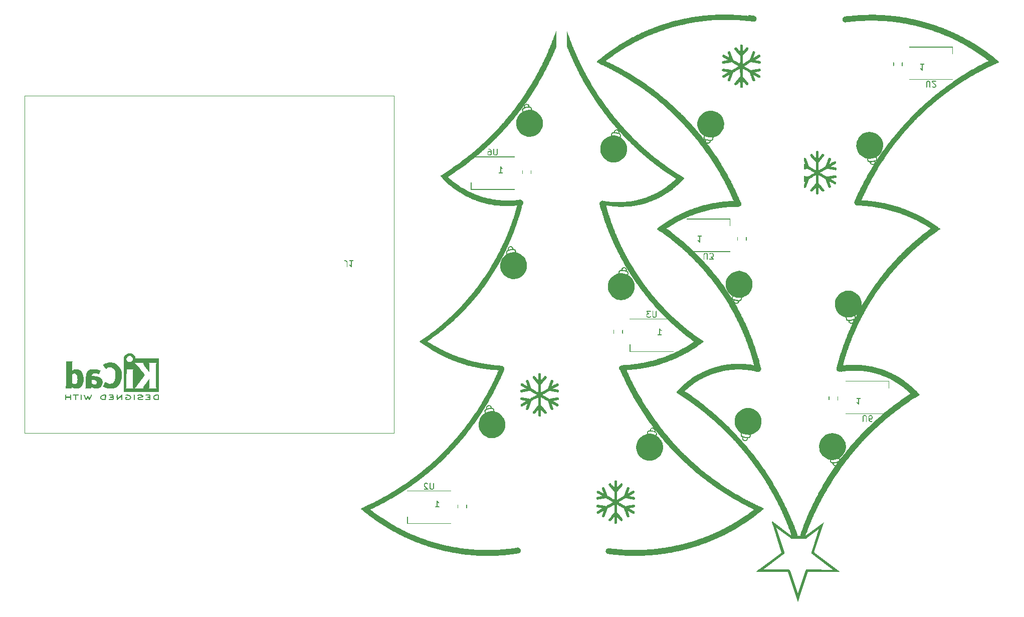
<source format=gbo>
%MOIN*%
%OFA0B0*%
%FSLAX36Y36*%
%IPPOS*%
%LPD*%
G36*
X002886679Y002416403D02*
G01*
X002886534Y002417315D01*
X002886115Y002418138D01*
X002885461Y002418792D01*
X002884638Y002419211D01*
X002883724Y002419355D01*
X002882813Y002419211D01*
X002881991Y002418792D01*
X002881337Y002418138D01*
X002880918Y002417315D01*
X002880773Y002416403D01*
X002880773Y002388282D01*
X002880918Y002387369D01*
X002881337Y002386545D01*
X002881991Y002385892D01*
X002882813Y002385472D01*
X002883724Y002385329D01*
X002884638Y002385472D01*
X002885461Y002385892D01*
X002886115Y002386545D01*
X002886534Y002387369D01*
X002886679Y002388282D01*
X002886679Y002416403D01*
G37*
G36*
X002886679Y002416403D02*
G01*
X002886534Y002417315D01*
X002884659Y002422939D01*
X002884240Y002423762D01*
X002883587Y002424415D01*
X002882764Y002424835D01*
X002881850Y002424980D01*
X002880939Y002424835D01*
X002880116Y002424415D01*
X002879462Y002423762D01*
X002879042Y002422939D01*
X002878897Y002422027D01*
X002879042Y002421114D01*
X002880918Y002415490D01*
X002881337Y002414667D01*
X002881991Y002414013D01*
X002882813Y002413594D01*
X002883724Y002413450D01*
X002884638Y002413594D01*
X002885461Y002414013D01*
X002886115Y002414667D01*
X002886534Y002415490D01*
X002886679Y002416403D01*
G37*
G36*
X002884804Y002422027D02*
G01*
X002884659Y002422939D01*
X002884240Y002423762D01*
X002879837Y002428165D01*
X002879014Y002428585D01*
X002878101Y002428729D01*
X002877188Y002428585D01*
X002876366Y002428165D01*
X002875712Y002427512D01*
X002875292Y002426689D01*
X002875149Y002425777D01*
X002875292Y002424864D01*
X002875712Y002424041D01*
X002880116Y002419638D01*
X002880939Y002419219D01*
X002881850Y002419074D01*
X002882764Y002419219D01*
X002883587Y002419638D01*
X002884240Y002420291D01*
X002884659Y002421114D01*
X002884804Y002422027D01*
G37*
G36*
X002881054Y002425777D02*
G01*
X002880910Y002426689D01*
X002880490Y002427512D01*
X002879837Y002428165D01*
X002879014Y002428585D01*
X002873390Y002430459D01*
X002872477Y002430604D01*
X002871564Y002430459D01*
X002870741Y002430040D01*
X002870088Y002429387D01*
X002869669Y002428564D01*
X002869524Y002427652D01*
X002869669Y002426739D01*
X002870088Y002425915D01*
X002870741Y002425262D01*
X002871564Y002424843D01*
X002877188Y002422968D01*
X002878101Y002422824D01*
X002879014Y002422968D01*
X002879837Y002423388D01*
X002880490Y002424041D01*
X002880910Y002424864D01*
X002881054Y002425777D01*
G37*
G36*
X002875430Y002427652D02*
G01*
X002875285Y002428564D01*
X002874866Y002429387D01*
X002874212Y002430040D01*
X002873390Y002430459D01*
X002872477Y002430604D01*
X002868727Y002430604D01*
X002867814Y002430459D01*
X002866991Y002430040D01*
X002866338Y002429387D01*
X002865920Y002428564D01*
X002865775Y002427652D01*
X002865920Y002426739D01*
X002866338Y002425915D01*
X002866991Y002425262D01*
X002867814Y002424843D01*
X002868727Y002424699D01*
X002872477Y002424699D01*
X002873390Y002424843D01*
X002874212Y002425262D01*
X002874866Y002425915D01*
X002875285Y002426739D01*
X002875430Y002427652D01*
G37*
G36*
X002926049Y002427652D02*
G01*
X002925904Y002428564D01*
X002925484Y002429387D01*
X002924831Y002430040D01*
X002924008Y002430459D01*
X002923096Y002430604D01*
X002900599Y002430604D01*
X002899687Y002430459D01*
X002898863Y002430040D01*
X002898210Y002429387D01*
X002897790Y002428564D01*
X002897645Y002427652D01*
X002897790Y002426739D01*
X002898210Y002425915D01*
X002898863Y002425262D01*
X002899687Y002424843D01*
X002900599Y002424699D01*
X002923096Y002424699D01*
X002924008Y002424843D01*
X002924831Y002425262D01*
X002925484Y002425915D01*
X002925904Y002426739D01*
X002926049Y002427652D01*
G37*
G36*
X002914800Y002427652D02*
G01*
X002914655Y002428564D01*
X002914236Y002429387D01*
X002913583Y002430040D01*
X002912760Y002430459D01*
X002911848Y002430604D01*
X002910934Y002430459D01*
X002910112Y002430040D01*
X002909458Y002429387D01*
X002909039Y002428564D01*
X002908894Y002427652D01*
X002908894Y002388282D01*
X002909039Y002387369D01*
X002909458Y002386545D01*
X002910112Y002385892D01*
X002910934Y002385472D01*
X002911848Y002385329D01*
X002912760Y002385472D01*
X002913583Y002385892D01*
X002914236Y002386545D01*
X002914655Y002387369D01*
X002914800Y002388282D01*
X002914800Y002427652D01*
G37*
G36*
X002914800Y002388282D02*
G01*
X002914655Y002389193D01*
X002914236Y002390017D01*
X002910487Y002395641D01*
X002909833Y002396294D01*
X002909011Y002396714D01*
X002908096Y002396858D01*
X002907185Y002396714D01*
X002906362Y002396294D01*
X002905709Y002395641D01*
X002905290Y002394818D01*
X002905145Y002393906D01*
X002905290Y002392993D01*
X002905709Y002392170D01*
X002909458Y002386545D01*
X002910112Y002385892D01*
X002910934Y002385472D01*
X002911848Y002385329D01*
X002912760Y002385472D01*
X002913583Y002385892D01*
X002914236Y002386545D01*
X002914655Y002387369D01*
X002914800Y002388282D01*
G37*
G36*
X002911051Y002393906D02*
G01*
X002910906Y002394818D01*
X002910487Y002395641D01*
X002909833Y002396294D01*
X002906084Y002400044D01*
X002905260Y002400463D01*
X002904348Y002400608D01*
X002903436Y002400463D01*
X002902612Y002400044D01*
X002901959Y002399390D01*
X002901540Y002398567D01*
X002901396Y002397655D01*
X002901540Y002396742D01*
X002901959Y002395919D01*
X002902612Y002395266D01*
X002905709Y002392170D01*
X002905709Y002392170D01*
X002906362Y002391517D01*
X002907185Y002391097D01*
X002908096Y002390952D01*
X002909011Y002391097D01*
X002909833Y002391517D01*
X002910487Y002392170D01*
X002910906Y002392993D01*
X002911051Y002393906D01*
G37*
G36*
X002907300Y002397655D02*
G01*
X002907156Y002398567D01*
X002906736Y002399390D01*
X002906084Y002400044D01*
X002905260Y002400463D01*
X002901542Y002402322D01*
X002901510Y002402338D01*
X002900599Y002402482D01*
X002899687Y002402338D01*
X002898863Y002401919D01*
X002898210Y002401265D01*
X002897790Y002400442D01*
X002897645Y002399529D01*
X002897790Y002398617D01*
X002898210Y002397794D01*
X002898863Y002397141D01*
X002899687Y002396721D01*
X002903436Y002394847D01*
X002904348Y002394702D01*
X002905260Y002394847D01*
X002906084Y002395266D01*
X002906736Y002395919D01*
X002907156Y002396742D01*
X002907300Y002397655D01*
G37*
G36*
X001528038Y001526328D02*
G01*
X001527413Y001529687D01*
X001525574Y001532476D01*
X001522577Y001534640D01*
X001518478Y001536126D01*
X001517850Y001536270D01*
X001516187Y001536467D01*
X001513520Y001536606D01*
X001510213Y001536687D01*
X001506633Y001536709D01*
X001503141Y001536673D01*
X001500108Y001536576D01*
X001497892Y001536418D01*
X001497216Y001536317D01*
X001495220Y001535900D01*
X001493448Y001535528D01*
X001491110Y001534737D01*
X001489927Y001533506D01*
X001489680Y001532193D01*
X001490048Y001530385D01*
X001491242Y001529304D01*
X001493403Y001528891D01*
X001496673Y001529086D01*
X001496877Y001529113D01*
X001501235Y001529525D01*
X001505658Y001529685D01*
X001509888Y001529607D01*
X001513665Y001529307D01*
X001516730Y001528801D01*
X001518826Y001528109D01*
X001519437Y001527690D01*
X001519750Y001526607D01*
X001519002Y001525411D01*
X001517438Y001524416D01*
X001516684Y001524156D01*
X001515269Y001523828D01*
X001512830Y001523324D01*
X001509689Y001522708D01*
X001506169Y001522046D01*
X001505588Y001521940D01*
X001500715Y001520948D01*
X001497016Y001519937D01*
X001494297Y001518819D01*
X001492363Y001517513D01*
X001491022Y001515925D01*
X001490645Y001515265D01*
X001489653Y001512094D01*
X001489955Y001509092D01*
X001491478Y001506382D01*
X001494146Y001504086D01*
X001497884Y001502325D01*
X001498743Y001502051D01*
X001501060Y001501610D01*
X001504381Y001501297D01*
X001508341Y001501117D01*
X001512581Y001501075D01*
X001516738Y001501177D01*
X001520449Y001501426D01*
X001522769Y001501722D01*
X001524925Y001502213D01*
X001526599Y001502822D01*
X001527049Y001503093D01*
X001527858Y001504467D01*
X001527990Y001506254D01*
X001527473Y001507826D01*
X001526839Y001508418D01*
X001525709Y001508620D01*
X001523532Y001508713D01*
X001520623Y001508693D01*
X001517421Y001508564D01*
X001511061Y001508302D01*
X001506006Y001508315D01*
X001502224Y001508603D01*
X001499674Y001509168D01*
X001498800Y001509588D01*
X001497648Y001510545D01*
X001497357Y001511407D01*
X001498012Y001512218D01*
X001499700Y001513023D01*
X001502507Y001513866D01*
X001506520Y001514792D01*
X001510572Y001515606D01*
X001514851Y001516451D01*
X001518036Y001517152D01*
X001520378Y001517800D01*
X001522134Y001518486D01*
X001523558Y001519298D01*
X001524903Y001520326D01*
X001525564Y001520895D01*
X001527115Y001522434D01*
X001527837Y001523865D01*
X001528035Y001525855D01*
X001528038Y001526328D01*
G37*
G36*
X001632055Y001709409D02*
G01*
X001632053Y001719616D01*
X001632045Y001729174D01*
X001632033Y001738008D01*
X001632015Y001746040D01*
X001631993Y001753194D01*
X001631966Y001759394D01*
X001631935Y001764567D01*
X001631899Y001768632D01*
X001631859Y001771516D01*
X001631815Y001773142D01*
X001631806Y001773267D01*
X001631793Y001773451D01*
X001631717Y001774223D01*
X001631675Y001774911D01*
X001631591Y001775522D01*
X001631392Y001776059D01*
X001631005Y001776528D01*
X001630355Y001776932D01*
X001629368Y001777279D01*
X001627970Y001777572D01*
X001626089Y001777814D01*
X001623649Y001778013D01*
X001620577Y001778172D01*
X001616799Y001778296D01*
X001612241Y001778390D01*
X001606830Y001778460D01*
X001600491Y001778508D01*
X001593150Y001778541D01*
X001584735Y001778564D01*
X001575169Y001778580D01*
X001564381Y001778596D01*
X001552475Y001778614D01*
X001476791Y001778746D01*
X001476059Y001782386D01*
X001474208Y001788274D01*
X001471168Y001793908D01*
X001467122Y001799102D01*
X001462249Y001803662D01*
X001456730Y001807400D01*
X001450746Y001810125D01*
X001449271Y001810604D01*
X001442258Y001812026D01*
X001435290Y001812159D01*
X001428512Y001811078D01*
X001422072Y001808862D01*
X001416116Y001805585D01*
X001410789Y001801324D01*
X001406238Y001796157D01*
X001402609Y001790159D01*
X001400572Y001785135D01*
X001398928Y001780115D01*
X001398928Y001557209D01*
X001400489Y001555649D01*
X001402048Y001554089D01*
X001437284Y001554069D01*
X001437284Y001579089D01*
X001431667Y001579098D01*
X001426508Y001579123D01*
X001421960Y001579164D01*
X001418180Y001579216D01*
X001415320Y001579279D01*
X001413532Y001579350D01*
X001412970Y001579422D01*
X001413300Y001580139D01*
X001414152Y001581646D01*
X001415004Y001583060D01*
X001417038Y001586366D01*
X001417230Y001645138D01*
X001417422Y001703909D01*
X001439247Y001703791D01*
X001439247Y001753318D01*
X001434091Y001753759D01*
X001428878Y001755512D01*
X001428346Y001755767D01*
X001423988Y001758607D01*
X001420626Y001762238D01*
X001418328Y001766468D01*
X001417158Y001771105D01*
X001417186Y001775955D01*
X001418475Y001780828D01*
X001419173Y001782377D01*
X001421332Y001785974D01*
X001423923Y001788718D01*
X001427321Y001790966D01*
X001429376Y001791984D01*
X001434189Y001793481D01*
X001439180Y001793750D01*
X001444085Y001792846D01*
X001448631Y001790821D01*
X001452553Y001787732D01*
X001453054Y001787200D01*
X001456046Y001783168D01*
X001457809Y001778924D01*
X001458481Y001774119D01*
X001458497Y001773267D01*
X001457996Y001768380D01*
X001456375Y001764127D01*
X001453519Y001760218D01*
X001452979Y001759647D01*
X001448830Y001756284D01*
X001444207Y001754168D01*
X001439247Y001753318D01*
X001439247Y001703791D01*
X001439319Y001703791D01*
X001444651Y001703756D01*
X001449526Y001703712D01*
X001453783Y001703662D01*
X001457253Y001703607D01*
X001459775Y001703550D01*
X001461182Y001703494D01*
X001461425Y001703464D01*
X001461247Y001702799D01*
X001460574Y001701280D01*
X001459733Y001699592D01*
X001457832Y001695928D01*
X001457607Y001648296D01*
X001457564Y001637320D01*
X001457546Y001627629D01*
X001457557Y001619143D01*
X001457599Y001611777D01*
X001457679Y001605450D01*
X001457795Y001600077D01*
X001457954Y001595576D01*
X001458157Y001591865D01*
X001458407Y001588860D01*
X001458709Y001586478D01*
X001459066Y001584634D01*
X001459480Y001583250D01*
X001459955Y001582241D01*
X001460153Y001581937D01*
X001461106Y001580496D01*
X001461586Y001579571D01*
X001461599Y001579497D01*
X001460940Y001579403D01*
X001459065Y001579316D01*
X001456128Y001579240D01*
X001452283Y001579177D01*
X001447682Y001579129D01*
X001442482Y001579098D01*
X001437284Y001579089D01*
X001437284Y001554069D01*
X001505159Y001554031D01*
X001505159Y001578744D01*
X001499785Y001578756D01*
X001494443Y001578779D01*
X001489310Y001578813D01*
X001484559Y001578857D01*
X001480366Y001578910D01*
X001476901Y001578975D01*
X001474342Y001579047D01*
X001472861Y001579130D01*
X001472559Y001579189D01*
X001472766Y001579497D01*
X001472995Y001579836D01*
X001474185Y001581279D01*
X001475951Y001583314D01*
X001478120Y001585733D01*
X001478350Y001585985D01*
X001480523Y001588486D01*
X001483271Y001591828D01*
X001486373Y001595735D01*
X001489615Y001599930D01*
X001492775Y001604137D01*
X001493590Y001605244D01*
X001496975Y001609879D01*
X001500704Y001615003D01*
X001504679Y001620479D01*
X001508802Y001626172D01*
X001512973Y001631945D01*
X001517095Y001637659D01*
X001521069Y001643179D01*
X001524795Y001648367D01*
X001528177Y001653088D01*
X001531115Y001657204D01*
X001533510Y001660578D01*
X001535265Y001663074D01*
X001536038Y001664194D01*
X001539181Y001668819D01*
X001537205Y001671674D01*
X001536204Y001673027D01*
X001534369Y001675398D01*
X001531697Y001678792D01*
X001528183Y001683214D01*
X001523822Y001688670D01*
X001518612Y001695163D01*
X001512546Y001702699D01*
X001505623Y001711287D01*
X001497836Y001720927D01*
X001496431Y001722664D01*
X001493106Y001726679D01*
X001489500Y001730864D01*
X001485891Y001734909D01*
X001482565Y001738496D01*
X001479821Y001741288D01*
X001477271Y001743787D01*
X001475113Y001745939D01*
X001473518Y001747569D01*
X001472659Y001748503D01*
X001472558Y001748651D01*
X001473219Y001748716D01*
X001475106Y001748777D01*
X001478073Y001748831D01*
X001481977Y001748877D01*
X001486674Y001748913D01*
X001492020Y001748939D01*
X001497869Y001748951D01*
X001500203Y001748952D01*
X001527847Y001748952D01*
X001528272Y001745361D01*
X001528497Y001743801D01*
X001528831Y001742279D01*
X001529336Y001740704D01*
X001530072Y001738983D01*
X001531103Y001737023D01*
X001532490Y001734731D01*
X001534292Y001732017D01*
X001536574Y001728785D01*
X001539394Y001724946D01*
X001542818Y001720403D01*
X001546903Y001715068D01*
X001551713Y001708845D01*
X001557310Y001701643D01*
X001557490Y001701413D01*
X001560591Y001697449D01*
X001563430Y001693862D01*
X001565896Y001690786D01*
X001567877Y001688358D01*
X001569265Y001686717D01*
X001569949Y001685997D01*
X001569989Y001685976D01*
X001570110Y001686626D01*
X001570219Y001688490D01*
X001570314Y001691414D01*
X001570393Y001695242D01*
X001570450Y001699820D01*
X001570485Y001704991D01*
X001570492Y001709740D01*
X001570476Y001716915D01*
X001570421Y001722874D01*
X001570310Y001727770D01*
X001570129Y001731755D01*
X001569862Y001734981D01*
X001569490Y001737603D01*
X001569000Y001739773D01*
X001568375Y001741643D01*
X001567599Y001743369D01*
X001566785Y001744872D01*
X001565786Y001746708D01*
X001565152Y001748050D01*
X001565032Y001748438D01*
X001565690Y001748554D01*
X001567570Y001748659D01*
X001570522Y001748754D01*
X001574398Y001748832D01*
X001579047Y001748894D01*
X001584324Y001748935D01*
X001590080Y001748952D01*
X001591052Y001748952D01*
X001596870Y001748939D01*
X001602235Y001748901D01*
X001607000Y001748840D01*
X001611013Y001748763D01*
X001614127Y001748668D01*
X001616191Y001748562D01*
X001617061Y001748446D01*
X001617079Y001748426D01*
X001616724Y001747579D01*
X001615837Y001746088D01*
X001615438Y001745485D01*
X001614120Y001743166D01*
X001613050Y001740663D01*
X001612952Y001740360D01*
X001612809Y001739228D01*
X001612672Y001736839D01*
X001612540Y001733309D01*
X001612416Y001728751D01*
X001612299Y001723279D01*
X001612189Y001717007D01*
X001612090Y001710050D01*
X001611999Y001702520D01*
X001611919Y001694534D01*
X001611850Y001686202D01*
X001611792Y001677643D01*
X001611746Y001668966D01*
X001611713Y001660289D01*
X001611693Y001651723D01*
X001611689Y001643384D01*
X001611698Y001635385D01*
X001611723Y001627841D01*
X001611763Y001620864D01*
X001611822Y001614571D01*
X001611896Y001609073D01*
X001611989Y001604487D01*
X001612102Y001600925D01*
X001612136Y001600143D01*
X001612359Y001595518D01*
X001612554Y001592037D01*
X001612758Y001589479D01*
X001613009Y001587619D01*
X001613340Y001586235D01*
X001613793Y001585103D01*
X001614401Y001583999D01*
X001614926Y001583146D01*
X001616073Y001581256D01*
X001616852Y001579880D01*
X001617079Y001579385D01*
X001616418Y001579319D01*
X001614538Y001579258D01*
X001611588Y001579203D01*
X001607718Y001579157D01*
X001603075Y001579122D01*
X001597812Y001579098D01*
X001592077Y001579089D01*
X001591394Y001579089D01*
X001583736Y001579107D01*
X001577439Y001579163D01*
X001572498Y001579254D01*
X001568905Y001579383D01*
X001566652Y001579550D01*
X001565734Y001579753D01*
X001565709Y001579796D01*
X001566000Y001580766D01*
X001566744Y001582494D01*
X001567385Y001583812D01*
X001568166Y001585494D01*
X001568809Y001587266D01*
X001569323Y001589274D01*
X001569724Y001591660D01*
X001570020Y001594568D01*
X001570224Y001598146D01*
X001570347Y001602535D01*
X001570401Y001607880D01*
X001570397Y001614325D01*
X001570357Y001620870D01*
X001570161Y001645870D01*
X001566327Y001640733D01*
X001564470Y001638228D01*
X001561953Y001634803D01*
X001558914Y001630650D01*
X001555494Y001625964D01*
X001551830Y001620933D01*
X001548067Y001615748D01*
X001544340Y001610604D01*
X001540790Y001605692D01*
X001540129Y001604774D01*
X001535828Y001598445D01*
X001532622Y001592908D01*
X001530513Y001588169D01*
X001529503Y001584234D01*
X001529407Y001582835D01*
X001529357Y001580785D01*
X001529226Y001579380D01*
X001529122Y001579032D01*
X001528382Y001578949D01*
X001526456Y001578880D01*
X001523522Y001578826D01*
X001519750Y001578786D01*
X001515316Y001578760D01*
X001510395Y001578746D01*
X001505159Y001578744D01*
X001505159Y001554031D01*
X001513160Y001554027D01*
X001525436Y001554022D01*
X001537367Y001554020D01*
X001548878Y001554020D01*
X001559895Y001554026D01*
X001570344Y001554033D01*
X001580149Y001554044D01*
X001589236Y001554056D01*
X001597532Y001554072D01*
X001604962Y001554090D01*
X001611449Y001554110D01*
X001616922Y001554133D01*
X001621304Y001554157D01*
X001624522Y001554184D01*
X001626500Y001554212D01*
X001627128Y001554234D01*
X001629150Y001554657D01*
X001630653Y001555374D01*
X001630895Y001555601D01*
X001631019Y001555953D01*
X001631133Y001556736D01*
X001631236Y001558008D01*
X001631332Y001559825D01*
X001631418Y001562248D01*
X001631496Y001565330D01*
X001631567Y001569133D01*
X001631631Y001573713D01*
X001631689Y001579127D01*
X001631691Y001579385D01*
X001631741Y001585433D01*
X001631787Y001592690D01*
X001631831Y001600954D01*
X001631870Y001610283D01*
X001631906Y001620737D01*
X001631939Y001632369D01*
X001631970Y001645241D01*
X001632000Y001659408D01*
X001632009Y001663612D01*
X001632029Y001675655D01*
X001632043Y001687352D01*
X001632051Y001698629D01*
X001632055Y001709409D01*
G37*
G36*
X001330757Y001515400D02*
G01*
X001330756Y001518678D01*
X001330733Y001524050D01*
X001330675Y001528212D01*
X001330575Y001531321D01*
X001330422Y001533539D01*
X001330205Y001535022D01*
X001329918Y001535930D01*
X001329745Y001536218D01*
X001329349Y001536650D01*
X001328786Y001536966D01*
X001327871Y001537175D01*
X001326424Y001537288D01*
X001324257Y001537314D01*
X001321190Y001537264D01*
X001317038Y001537147D01*
X001314235Y001537059D01*
X001309178Y001536861D01*
X001304970Y001536628D01*
X001301744Y001536367D01*
X001299636Y001536091D01*
X001298809Y001535839D01*
X001298048Y001534517D01*
X001297948Y001532798D01*
X001298473Y001531309D01*
X001299099Y001530775D01*
X001300159Y001530581D01*
X001302335Y001530369D01*
X001305372Y001530158D01*
X001309016Y001529965D01*
X001311942Y001529846D01*
X001323586Y001529432D01*
X001323795Y001526178D01*
X001324003Y001522924D01*
X001316603Y001522916D01*
X001313398Y001522874D01*
X001310575Y001522770D01*
X001308493Y001522619D01*
X001307654Y001522491D01*
X001306204Y001521506D01*
X001305617Y001519871D01*
X001306009Y001518085D01*
X001306469Y001517438D01*
X001307150Y001516865D01*
X001308147Y001516470D01*
X001309717Y001516210D01*
X001312117Y001516044D01*
X001315607Y001515933D01*
X001315967Y001515924D01*
X001324270Y001515733D01*
X001324270Y001508199D01*
X001311942Y001507856D01*
X001307929Y001507716D01*
X001304365Y001507539D01*
X001301487Y001507340D01*
X001299531Y001507135D01*
X001298757Y001506959D01*
X001298089Y001505837D01*
X001297938Y001504112D01*
X001298310Y001502454D01*
X001298722Y001501829D01*
X001299655Y001501564D01*
X001301708Y001501349D01*
X001304635Y001501184D01*
X001308185Y001501073D01*
X001312109Y001501012D01*
X001316161Y001501005D01*
X001320092Y001501051D01*
X001323652Y001501151D01*
X001326595Y001501307D01*
X001328671Y001501518D01*
X001329579Y001501747D01*
X001329959Y001502072D01*
X001330250Y001502660D01*
X001330461Y001503678D01*
X001330607Y001505292D01*
X001330697Y001507673D01*
X001330744Y001510986D01*
X001330757Y001515400D01*
G37*
G36*
X001625298Y001507657D02*
G01*
X001618620Y001508052D01*
X001615291Y001508349D01*
X001612076Y001508806D01*
X001609493Y001509344D01*
X001608709Y001509579D01*
X001606058Y001510899D01*
X001603743Y001512709D01*
X001603411Y001513063D01*
X001601394Y001516001D01*
X001600712Y001518796D01*
X001601366Y001521593D01*
X001603186Y001524346D01*
X001605413Y001526424D01*
X001608213Y001527923D01*
X001611816Y001528921D01*
X001616450Y001529497D01*
X001618213Y001529609D01*
X001625298Y001529970D01*
X001625298Y001501051D01*
X001626614Y001501071D01*
X001629321Y001501262D01*
X001630872Y001501593D01*
X001631290Y001501863D01*
X001631562Y001502850D01*
X001631826Y001504950D01*
X001632069Y001507907D01*
X001632282Y001511463D01*
X001632455Y001515364D01*
X001632577Y001519351D01*
X001632638Y001523168D01*
X001632627Y001526559D01*
X001632534Y001529266D01*
X001632477Y001529970D01*
X001632440Y001530418D01*
X001631990Y001533455D01*
X001631282Y001535377D01*
X001630036Y001536445D01*
X001627970Y001536913D01*
X001625183Y001537033D01*
X001618490Y001536875D01*
X001612429Y001536241D01*
X001607176Y001535166D01*
X001602913Y001533684D01*
X001600141Y001532087D01*
X001597224Y001529068D01*
X001595165Y001525267D01*
X001594069Y001521045D01*
X001594037Y001516753D01*
X001594820Y001513579D01*
X001596701Y001510046D01*
X001599383Y001506789D01*
X001602461Y001504276D01*
X001603422Y001503725D01*
X001606956Y001502448D01*
X001611767Y001501575D01*
X001617867Y001501103D01*
X001622646Y001501012D01*
X001625298Y001501051D01*
X001625298Y001507657D01*
G37*
G36*
X001472715Y001534963D02*
G01*
X001470892Y001535793D01*
X001468332Y001536561D01*
X001466524Y001536192D01*
X001465733Y001535299D01*
X001465465Y001534095D01*
X001465259Y001531779D01*
X001465114Y001528605D01*
X001465030Y001524828D01*
X001465005Y001520703D01*
X001465036Y001516486D01*
X001465122Y001512431D01*
X001465266Y001508794D01*
X001465460Y001505829D01*
X001465707Y001503793D01*
X001465907Y001503062D01*
X001467264Y001501529D01*
X001468970Y001501235D01*
X001470702Y001502226D01*
X001470865Y001502397D01*
X001471293Y001502972D01*
X001471623Y001503751D01*
X001471873Y001504916D01*
X001472059Y001506646D01*
X001472199Y001509125D01*
X001472307Y001512533D01*
X001472405Y001517049D01*
X001472445Y001519406D01*
X001472715Y001534963D01*
G37*
G36*
X001448350Y001520667D02*
G01*
X001447166Y001524493D01*
X001446735Y001525419D01*
X001444215Y001529344D01*
X001440893Y001532385D01*
X001436691Y001534574D01*
X001431532Y001535947D01*
X001425340Y001536534D01*
X001420784Y001536510D01*
X001416326Y001536196D01*
X001413097Y001535594D01*
X001410984Y001534664D01*
X001409872Y001533368D01*
X001409658Y001532600D01*
X001409618Y001531402D01*
X001410012Y001530548D01*
X001411028Y001529979D01*
X001412846Y001529641D01*
X001415649Y001529477D01*
X001419623Y001529432D01*
X001420027Y001529432D01*
X001425383Y001529304D01*
X001429602Y001528886D01*
X001432899Y001528119D01*
X001435487Y001526946D01*
X001437579Y001525313D01*
X001438270Y001524580D01*
X001440293Y001521629D01*
X001440979Y001518822D01*
X001440329Y001516025D01*
X001438572Y001513364D01*
X001436638Y001511446D01*
X001434388Y001510096D01*
X001431449Y001509137D01*
X001428294Y001508524D01*
X001424165Y001508091D01*
X001420475Y001508139D01*
X001417415Y001508624D01*
X001415174Y001509503D01*
X001413942Y001510730D01*
X001413798Y001511878D01*
X001414304Y001512578D01*
X001415668Y001512993D01*
X001417864Y001513196D01*
X001421054Y001513698D01*
X001423035Y001514796D01*
X001423791Y001516480D01*
X001423665Y001517714D01*
X001423271Y001518752D01*
X001422538Y001519453D01*
X001421219Y001519896D01*
X001419061Y001520160D01*
X001415816Y001520323D01*
X001415305Y001520341D01*
X001412083Y001520397D01*
X001409889Y001520166D01*
X001408533Y001519439D01*
X001407829Y001518002D01*
X001407589Y001515644D01*
X001407626Y001512153D01*
X001407639Y001511692D01*
X001407833Y001504773D01*
X001411208Y001503101D01*
X001412977Y001502321D01*
X001414775Y001501807D01*
X001416978Y001501491D01*
X001419960Y001501312D01*
X001422167Y001501246D01*
X001425549Y001501229D01*
X001428688Y001501327D01*
X001431172Y001501521D01*
X001432321Y001501710D01*
X001437372Y001503579D01*
X001441731Y001506399D01*
X001445189Y001510005D01*
X001447162Y001513335D01*
X001448344Y001517063D01*
X001448350Y001520667D01*
G37*
G36*
X001386244Y001663354D02*
G01*
X001385742Y001675365D01*
X001384189Y001686520D01*
X001381569Y001696857D01*
X001377871Y001706417D01*
X001373073Y001715239D01*
X001367165Y001723363D01*
X001360507Y001730474D01*
X001352654Y001737135D01*
X001344470Y001742475D01*
X001335909Y001746512D01*
X001326929Y001749266D01*
X001317481Y001750755D01*
X001310595Y001751052D01*
X001304699Y001750880D01*
X001299156Y001750320D01*
X001293702Y001749306D01*
X001288078Y001747770D01*
X001282019Y001745643D01*
X001275265Y001742859D01*
X001270221Y001740593D01*
X001267019Y001739110D01*
X001264292Y001737835D01*
X001262265Y001736875D01*
X001261167Y001736339D01*
X001261039Y001736266D01*
X001261325Y001735661D01*
X001262263Y001734113D01*
X001263730Y001731812D01*
X001265598Y001728942D01*
X001267747Y001725690D01*
X001270046Y001722241D01*
X001272374Y001718783D01*
X001274605Y001715501D01*
X001276613Y001712583D01*
X001278276Y001710215D01*
X001279465Y001708583D01*
X001280057Y001707872D01*
X001280089Y001707856D01*
X001280807Y001708256D01*
X001282292Y001709317D01*
X001284254Y001710828D01*
X001284730Y001711209D01*
X001290633Y001715227D01*
X001296688Y001717901D01*
X001302975Y001719253D01*
X001309577Y001719309D01*
X001311800Y001719053D01*
X001317614Y001717764D01*
X001322586Y001715609D01*
X001327058Y001712412D01*
X001329732Y001709830D01*
X001334249Y001704067D01*
X001337891Y001697283D01*
X001340657Y001689469D01*
X001342551Y001680616D01*
X001343577Y001670717D01*
X001343780Y001663335D01*
X001343375Y001653362D01*
X001342169Y001644287D01*
X001340178Y001636169D01*
X001337420Y001629068D01*
X001333909Y001623041D01*
X001331997Y001620589D01*
X001326990Y001615669D01*
X001321542Y001612022D01*
X001315725Y001609651D01*
X001309609Y001608557D01*
X001303265Y001608744D01*
X001296761Y001610212D01*
X001290169Y001612965D01*
X001283562Y001617004D01*
X001280904Y001618999D01*
X001278799Y001620548D01*
X001277118Y001621557D01*
X001276130Y001621871D01*
X001276021Y001621819D01*
X001275248Y001620766D01*
X001273983Y001618794D01*
X001272339Y001616103D01*
X001270429Y001612892D01*
X001268369Y001609362D01*
X001266270Y001605710D01*
X001264247Y001602135D01*
X001262415Y001598837D01*
X001260889Y001596012D01*
X001259779Y001593864D01*
X001259201Y001592588D01*
X001259150Y001592337D01*
X001259915Y001591646D01*
X001261724Y001590533D01*
X001264350Y001589107D01*
X001267573Y001587471D01*
X001271169Y001585731D01*
X001274915Y001583994D01*
X001278588Y001582364D01*
X001281964Y001580947D01*
X001284822Y001579847D01*
X001286938Y001579175D01*
X001286942Y001579174D01*
X001294665Y001577635D01*
X001303085Y001576714D01*
X001311657Y001576441D01*
X001319837Y001576850D01*
X001321531Y001577035D01*
X001330452Y001578798D01*
X001339099Y001581841D01*
X001347338Y001586085D01*
X001355040Y001591447D01*
X001362071Y001597847D01*
X001368300Y001605204D01*
X001369103Y001606309D01*
X001374918Y001615611D01*
X001379525Y001625512D01*
X001382931Y001636037D01*
X001385142Y001647204D01*
X001386166Y001659041D01*
X001386244Y001663354D01*
G37*
G36*
X001389914Y001523625D02*
G01*
X001389870Y001527780D01*
X001389742Y001530899D01*
X001389510Y001533153D01*
X001389153Y001534711D01*
X001388648Y001535738D01*
X001387974Y001536405D01*
X001387551Y001536665D01*
X001386921Y001536920D01*
X001386228Y001536947D01*
X001385353Y001536656D01*
X001384175Y001535958D01*
X001382577Y001534765D01*
X001380438Y001532989D01*
X001377637Y001530539D01*
X001374057Y001527330D01*
X001370081Y001523729D01*
X001358518Y001513230D01*
X001358326Y001523695D01*
X001358202Y001528248D01*
X001357982Y001531606D01*
X001357610Y001533945D01*
X001357036Y001535439D01*
X001356204Y001536262D01*
X001355063Y001536590D01*
X001354358Y001536624D01*
X001353200Y001536613D01*
X001352311Y001536481D01*
X001351656Y001536062D01*
X001351200Y001535201D01*
X001350905Y001533734D01*
X001350738Y001531503D01*
X001350662Y001528348D01*
X001350641Y001524107D01*
X001350640Y001519922D01*
X001350654Y001514683D01*
X001350701Y001510643D01*
X001350792Y001507629D01*
X001350938Y001505468D01*
X001351149Y001503990D01*
X001351437Y001503022D01*
X001351706Y001502530D01*
X001352937Y001501383D01*
X001354022Y001501007D01*
X001355088Y001501462D01*
X001356977Y001502743D01*
X001359531Y001504717D01*
X001362591Y001507257D01*
X001365997Y001510231D01*
X001369592Y001513511D01*
X001371187Y001515016D01*
X001374685Y001518279D01*
X001377560Y001520837D01*
X001379718Y001522607D01*
X001381065Y001523509D01*
X001381383Y001523610D01*
X001381601Y001522964D01*
X001381833Y001521186D01*
X001382058Y001518509D01*
X001382255Y001515174D01*
X001382336Y001513294D01*
X001382559Y001508892D01*
X001382846Y001505448D01*
X001383183Y001503103D01*
X001383551Y001501994D01*
X001385068Y001501089D01*
X001386872Y001501235D01*
X001388458Y001502363D01*
X001388698Y001502689D01*
X001389085Y001503492D01*
X001389378Y001504684D01*
X001389591Y001506452D01*
X001389736Y001508983D01*
X001389829Y001512468D01*
X001389886Y001517093D01*
X001389896Y001518272D01*
X001389914Y001523625D01*
G37*
G36*
X001576185Y001527689D02*
G01*
X001576153Y001530602D01*
X001576059Y001532667D01*
X001575893Y001534059D01*
X001575647Y001534951D01*
X001575311Y001535518D01*
X001575175Y001535667D01*
X001574618Y001536069D01*
X001573735Y001536370D01*
X001572338Y001536585D01*
X001570242Y001536731D01*
X001567253Y001536823D01*
X001563183Y001536875D01*
X001560448Y001536894D01*
X001556151Y001536890D01*
X001552218Y001536838D01*
X001548895Y001536743D01*
X001546429Y001536613D01*
X001545063Y001536457D01*
X001545000Y001536442D01*
X001543362Y001535423D01*
X001542579Y001533809D01*
X001542799Y001532073D01*
X001543360Y001531281D01*
X001544000Y001530860D01*
X001545092Y001530535D01*
X001546829Y001530282D01*
X001549404Y001530086D01*
X001553006Y001529920D01*
X001556634Y001529798D01*
X001568790Y001529432D01*
X001569181Y001526511D01*
X001569350Y001524648D01*
X001569311Y001523441D01*
X001569238Y001523258D01*
X001568452Y001523115D01*
X001566613Y001523003D01*
X001564030Y001522937D01*
X001562256Y001522924D01*
X001559109Y001522881D01*
X001556251Y001522763D01*
X001554116Y001522592D01*
X001553466Y001522496D01*
X001551985Y001522019D01*
X001551407Y001521073D01*
X001551325Y001519781D01*
X001551483Y001518337D01*
X001552086Y001517319D01*
X001553329Y001516654D01*
X001555407Y001516272D01*
X001558514Y001516104D01*
X001561555Y001516075D01*
X001569133Y001516075D01*
X001569133Y001507942D01*
X001556827Y001507728D01*
X001552308Y001507632D01*
X001548961Y001507511D01*
X001546592Y001507346D01*
X001545005Y001507115D01*
X001544004Y001506801D01*
X001543391Y001506383D01*
X001543383Y001506372D01*
X001542602Y001504783D01*
X001542840Y001503053D01*
X001543954Y001501737D01*
X001544640Y001501440D01*
X001545776Y001501315D01*
X001548050Y001501203D01*
X001551229Y001501112D01*
X001555079Y001501047D01*
X001559371Y001501018D01*
X001560317Y001501016D01*
X001565460Y001501036D01*
X001569365Y001501108D01*
X001572164Y001501242D01*
X001573986Y001501444D01*
X001574964Y001501720D01*
X001575162Y001501870D01*
X001575409Y001502843D01*
X001575633Y001505062D01*
X001575826Y001508403D01*
X001575981Y001512740D01*
X001576092Y001517950D01*
X001576102Y001518623D01*
X001576165Y001523752D01*
X001576185Y001527689D01*
G37*
G36*
X001186533Y001533107D02*
G01*
X001186144Y001535267D01*
X001184888Y001536405D01*
X001182867Y001536434D01*
X001182767Y001536411D01*
X001182105Y001536194D01*
X001181498Y001535796D01*
X001180851Y001535058D01*
X001180069Y001533816D01*
X001179055Y001531908D01*
X001177714Y001529177D01*
X001175951Y001525457D01*
X001174682Y001522753D01*
X001173176Y001519615D01*
X001171837Y001516978D01*
X001170786Y001515065D01*
X001170142Y001514097D01*
X001170035Y001514024D01*
X001169515Y001514598D01*
X001168543Y001516150D01*
X001167269Y001518426D01*
X001166151Y001520561D01*
X001164613Y001523386D01*
X001163100Y001525822D01*
X001161818Y001527554D01*
X001161168Y001528183D01*
X001159878Y001528876D01*
X001158946Y001528687D01*
X001158137Y001528028D01*
X001157263Y001526923D01*
X001155969Y001524905D01*
X001154450Y001522285D01*
X001153248Y001520061D01*
X001151795Y001517359D01*
X001150544Y001515175D01*
X001149642Y001513756D01*
X001149256Y001513335D01*
X001148805Y001513924D01*
X001147955Y001515515D01*
X001146836Y001517848D01*
X001145866Y001520014D01*
X001143434Y001525409D01*
X001141271Y001529858D01*
X001139424Y001533275D01*
X001137937Y001535573D01*
X001136859Y001536667D01*
X001136857Y001536668D01*
X001135234Y001536856D01*
X001133601Y001536061D01*
X001132490Y001534556D01*
X001132435Y001534395D01*
X001132564Y001533248D01*
X001133267Y001531032D01*
X001134484Y001527889D01*
X001136153Y001523962D01*
X001138215Y001519395D01*
X001140608Y001514331D01*
X001143200Y001509055D01*
X001144867Y001505765D01*
X001146088Y001503514D01*
X001147007Y001502108D01*
X001147770Y001501354D01*
X001148521Y001501053D01*
X001149167Y001501007D01*
X001150014Y001501103D01*
X001150783Y001501520D01*
X001151626Y001502448D01*
X001152692Y001504081D01*
X001154134Y001506609D01*
X001155399Y001508925D01*
X001157005Y001511830D01*
X001158385Y001514210D01*
X001159408Y001515850D01*
X001159948Y001516540D01*
X001159988Y001516545D01*
X001160406Y001515858D01*
X001161326Y001514201D01*
X001162615Y001511820D01*
X001164140Y001508959D01*
X001164225Y001508798D01*
X001165957Y001505596D01*
X001167246Y001503428D01*
X001168244Y001502097D01*
X001169100Y001501400D01*
X001169965Y001501139D01*
X001169976Y001501136D01*
X001171706Y001501401D01*
X001172895Y001502615D01*
X001173908Y001504362D01*
X001175267Y001506995D01*
X001176872Y001510288D01*
X001178622Y001514015D01*
X001180414Y001517948D01*
X001182150Y001521863D01*
X001183726Y001525532D01*
X001185042Y001528730D01*
X001185997Y001531231D01*
X001186489Y001532808D01*
X001186533Y001533107D01*
G37*
G36*
X001131392Y001632293D02*
G01*
X001131345Y001636467D01*
X001131321Y001637642D01*
X001131242Y001641418D01*
X001131099Y001646776D01*
X001130932Y001651034D01*
X001130719Y001654462D01*
X001130433Y001657329D01*
X001130050Y001659905D01*
X001129547Y001662459D01*
X001129172Y001664108D01*
X001126524Y001673232D01*
X001123124Y001681220D01*
X001118961Y001688096D01*
X001114017Y001693879D01*
X001108279Y001698587D01*
X001103038Y001701632D01*
X001098642Y001703551D01*
X001094375Y001704861D01*
X001089926Y001705600D01*
X001084988Y001705805D01*
X001079251Y001705518D01*
X001075109Y001705102D01*
X001069822Y001704250D01*
X001065365Y001702927D01*
X001061232Y001700953D01*
X001058721Y001699399D01*
X001056737Y001698124D01*
X001055215Y001697222D01*
X001054508Y001696897D01*
X001054366Y001697551D01*
X001054253Y001699387D01*
X001054171Y001702218D01*
X001054116Y001705857D01*
X001054090Y001710118D01*
X001054089Y001714813D01*
X001054115Y001719754D01*
X001054165Y001724756D01*
X001054239Y001729629D01*
X001054336Y001734188D01*
X001054456Y001738247D01*
X001054597Y001741616D01*
X001054730Y001743761D01*
X001055081Y001747641D01*
X001055486Y001750500D01*
X001056017Y001752689D01*
X001056744Y001754556D01*
X001057111Y001755297D01*
X001058071Y001757195D01*
X001058707Y001758538D01*
X001058859Y001758946D01*
X001058201Y001759015D01*
X001056334Y001759075D01*
X001053419Y001759130D01*
X001049617Y001759173D01*
X001045087Y001759205D01*
X001039993Y001759222D01*
X001036599Y001759226D01*
X001014339Y001759226D01*
X001014304Y001678575D01*
X001014297Y001668117D01*
X001014285Y001658003D01*
X001014269Y001648320D01*
X001014248Y001639158D01*
X001014224Y001630605D01*
X001014196Y001622752D01*
X001014165Y001615686D01*
X001014132Y001609495D01*
X001014097Y001604271D01*
X001014060Y001600099D01*
X001014019Y001597072D01*
X001013980Y001595275D01*
X001013957Y001594843D01*
X001013682Y001592079D01*
X001013401Y001589139D01*
X001013346Y001588561D01*
X001012837Y001586032D01*
X001011879Y001583205D01*
X001011284Y001581882D01*
X001009520Y001578404D01*
X001051325Y001578404D01*
X001051335Y001581658D01*
X001051425Y001583961D01*
X001051643Y001585911D01*
X001051751Y001586428D01*
X001052019Y001587190D01*
X001052469Y001587422D01*
X001053377Y001587049D01*
X001055018Y001586003D01*
X001056022Y001585323D01*
X001062393Y001581478D01*
X001068300Y001578898D01*
X001071028Y001578092D01*
X001074278Y001577491D01*
X001074311Y001577488D01*
X001074311Y001607269D01*
X001071353Y001607350D01*
X001068447Y001607548D01*
X001066162Y001607929D01*
X001063976Y001608635D01*
X001061368Y001609817D01*
X001059880Y001610560D01*
X001054065Y001613508D01*
X001054065Y001671480D01*
X001059338Y001674086D01*
X001062086Y001675386D01*
X001064210Y001676164D01*
X001066278Y001676552D01*
X001068861Y001676681D01*
X001070518Y001676692D01*
X001073524Y001676647D01*
X001075591Y001676449D01*
X001077148Y001676005D01*
X001078625Y001675224D01*
X001079292Y001674795D01*
X001082637Y001671946D01*
X001085353Y001668201D01*
X001087476Y001663474D01*
X001089038Y001657678D01*
X001090073Y001650729D01*
X001090418Y001646581D01*
X001090718Y001637642D01*
X001090389Y001629896D01*
X001089422Y001623319D01*
X001087811Y001617883D01*
X001085548Y001613562D01*
X001082627Y001610333D01*
X001080020Y001608620D01*
X001078245Y001607832D01*
X001076498Y001607405D01*
X001074311Y001607269D01*
X001074311Y001577488D01*
X001078257Y001577045D01*
X001082503Y001576776D01*
X001086553Y001576709D01*
X001089945Y001576868D01*
X001091218Y001577035D01*
X001098716Y001579015D01*
X001105597Y001582185D01*
X001111806Y001586486D01*
X001117290Y001591858D01*
X001121993Y001598242D01*
X001125862Y001605580D01*
X001128841Y001613811D01*
X001130251Y001619497D01*
X001130701Y001621824D01*
X001131028Y001624014D01*
X001131245Y001626319D01*
X001131363Y001628994D01*
X001131392Y001632293D01*
G37*
G36*
X001048557Y001520238D02*
G01*
X001048548Y001525154D01*
X001048516Y001528876D01*
X001048448Y001531581D01*
X001048326Y001533446D01*
X001048137Y001534648D01*
X001047866Y001535363D01*
X001047498Y001535766D01*
X001047244Y001535923D01*
X001044921Y001536699D01*
X001043149Y001536237D01*
X001041919Y001534533D01*
X001041225Y001531577D01*
X001041052Y001528250D01*
X001041052Y001522924D01*
X001016446Y001522924D01*
X001016248Y001529187D01*
X001016040Y001532705D01*
X001015612Y001535017D01*
X001014863Y001536282D01*
X001013694Y001536658D01*
X001012003Y001536306D01*
X001011806Y001536239D01*
X001009887Y001535564D01*
X001009703Y001519898D01*
X001009658Y001514297D01*
X001009687Y001509917D01*
X001009821Y001506611D01*
X001010088Y001504229D01*
X001010513Y001502628D01*
X001011128Y001501656D01*
X001011959Y001501166D01*
X001013034Y001501011D01*
X001013303Y001501007D01*
X001014616Y001501285D01*
X001015517Y001502241D01*
X001016070Y001504057D01*
X001016340Y001506913D01*
X001016394Y001509866D01*
X001016394Y001516075D01*
X001041052Y001516075D01*
X001041052Y001511448D01*
X001041237Y001507592D01*
X001041760Y001504486D01*
X001042570Y001502358D01*
X001043265Y001501580D01*
X001045223Y001500955D01*
X001046861Y001501601D01*
X001047822Y001503130D01*
X001048071Y001504559D01*
X001048276Y001507185D01*
X001048430Y001510841D01*
X001048527Y001515351D01*
X001048557Y001520238D01*
G37*
G36*
X001117989Y001535440D02*
G01*
X001116112Y001536423D01*
X001114588Y001537033D01*
X001113429Y001536828D01*
X001112826Y001536471D01*
X001112387Y001536130D01*
X001112053Y001535649D01*
X001111808Y001534862D01*
X001111645Y001533598D01*
X001111548Y001531688D01*
X001111506Y001528963D01*
X001111507Y001525253D01*
X001111538Y001520392D01*
X001111551Y001518799D01*
X001111619Y001513038D01*
X001111725Y001508553D01*
X001111873Y001505254D01*
X001112068Y001503045D01*
X001112316Y001501835D01*
X001112499Y001501545D01*
X001114197Y001501066D01*
X001116128Y001501230D01*
X001116855Y001501539D01*
X001117139Y001502208D01*
X001117370Y001503872D01*
X001117552Y001506613D01*
X001117690Y001510516D01*
X001117789Y001515664D01*
X001117824Y001518746D01*
X001117989Y001535440D01*
G37*
G36*
X001099149Y001532650D02*
G01*
X001099022Y001534662D01*
X001098072Y001536105D01*
X001097560Y001536429D01*
X001096744Y001536669D01*
X001095462Y001536832D01*
X001093554Y001536921D01*
X001090855Y001536943D01*
X001087205Y001536903D01*
X001082443Y001536805D01*
X001079080Y001536723D01*
X001061288Y001536281D01*
X001060623Y001534386D01*
X001060293Y001532777D01*
X001060700Y001531604D01*
X001061985Y001530791D01*
X001064294Y001530268D01*
X001067768Y001529962D01*
X001069483Y001529885D01*
X001076668Y001529618D01*
X001076668Y001516022D01*
X001076675Y001511368D01*
X001076711Y001507897D01*
X001076789Y001505425D01*
X001076929Y001503761D01*
X001077148Y001502723D01*
X001077463Y001502121D01*
X001077891Y001501772D01*
X001077993Y001501716D01*
X001080043Y001501054D01*
X001081637Y001501618D01*
X001082451Y001502530D01*
X001082839Y001503313D01*
X001083124Y001504524D01*
X001083320Y001506355D01*
X001083441Y001508999D01*
X001083502Y001512647D01*
X001083517Y001516911D01*
X001083517Y001529774D01*
X001090318Y001529774D01*
X001093712Y001529827D01*
X001095994Y001530010D01*
X001097421Y001530357D01*
X001098194Y001530850D01*
X001099149Y001532650D01*
G37*
G36*
X001258008Y001619899D02*
G01*
X001257831Y001624116D01*
X001257572Y001626007D01*
X001256319Y001630451D01*
X001254259Y001635204D01*
X001251660Y001639727D01*
X001248907Y001643351D01*
X001244005Y001647849D01*
X001237996Y001651734D01*
X001231032Y001654926D01*
X001223268Y001657354D01*
X001218971Y001658286D01*
X001216333Y001658659D01*
X001212644Y001659014D01*
X001208220Y001659330D01*
X001203382Y001659581D01*
X001199442Y001659719D01*
X001194707Y001659859D01*
X001191173Y001659998D01*
X001188670Y001660153D01*
X001187029Y001660344D01*
X001186081Y001660588D01*
X001185656Y001660902D01*
X001185580Y001661202D01*
X001185878Y001663328D01*
X001186633Y001666144D01*
X001187676Y001669123D01*
X001188834Y001671737D01*
X001189213Y001672428D01*
X001191771Y001675485D01*
X001195285Y001677601D01*
X001199712Y001678775D01*
X001205009Y001679006D01*
X001211134Y001678290D01*
X001218043Y001676626D01*
X001225167Y001674214D01*
X001228420Y001673014D01*
X001230641Y001672303D01*
X001232060Y001672029D01*
X001232904Y001672139D01*
X001233233Y001672372D01*
X001233730Y001673216D01*
X001234651Y001675078D01*
X001235888Y001677707D01*
X001237329Y001680862D01*
X001238866Y001684294D01*
X001240391Y001687758D01*
X001241791Y001691009D01*
X001242959Y001693800D01*
X001243784Y001695886D01*
X001244066Y001696685D01*
X001244187Y001697566D01*
X001243636Y001698090D01*
X001242121Y001698458D01*
X001241269Y001698592D01*
X001239440Y001698921D01*
X001236612Y001699494D01*
X001233118Y001700243D01*
X001229289Y001701095D01*
X001227721Y001701453D01*
X001220793Y001703009D01*
X001214949Y001704216D01*
X001209952Y001705100D01*
X001205568Y001705687D01*
X001201562Y001706006D01*
X001197697Y001706082D01*
X001193743Y001705944D01*
X001190537Y001705711D01*
X001182458Y001704708D01*
X001175491Y001703127D01*
X001169476Y001700912D01*
X001164257Y001697999D01*
X001159676Y001694330D01*
X001159141Y001693815D01*
X001156392Y001690886D01*
X001154246Y001687960D01*
X001152460Y001684633D01*
X001150794Y001680500D01*
X001150188Y001678765D01*
X001149611Y001676942D01*
X001149109Y001675026D01*
X001148677Y001672906D01*
X001148306Y001670467D01*
X001147988Y001667594D01*
X001147717Y001664174D01*
X001147486Y001660091D01*
X001147286Y001655232D01*
X001147110Y001649483D01*
X001146952Y001642729D01*
X001146803Y001634856D01*
X001146655Y001625750D01*
X001146626Y001623802D01*
X001146062Y001585981D01*
X001142592Y001579291D01*
X001150833Y001578848D01*
X001154455Y001578693D01*
X001158981Y001578563D01*
X001163942Y001578466D01*
X001168873Y001578412D01*
X001171227Y001578404D01*
X001183378Y001578404D01*
X001183859Y001583185D01*
X001184338Y001587965D01*
X001188744Y001584822D01*
X001194886Y001581077D01*
X001201192Y001578566D01*
X001203686Y001578049D01*
X001203686Y001604460D01*
X001200534Y001604576D01*
X001198067Y001605058D01*
X001195617Y001606048D01*
X001195281Y001606212D01*
X001192648Y001607801D01*
X001190021Y001609811D01*
X001188964Y001610790D01*
X001186222Y001613588D01*
X001186410Y001623566D01*
X001186599Y001633541D01*
X001195846Y001633517D01*
X001201068Y001633399D01*
X001205197Y001633027D01*
X001208497Y001632325D01*
X001211233Y001631216D01*
X001213670Y001629625D01*
X001215736Y001627805D01*
X001218562Y001624299D01*
X001220120Y001620583D01*
X001220399Y001616809D01*
X001219393Y001613130D01*
X001217088Y001609698D01*
X001216850Y001609441D01*
X001214040Y001606998D01*
X001210933Y001605443D01*
X001207178Y001604645D01*
X001203686Y001604460D01*
X001203686Y001578049D01*
X001207994Y001577159D01*
X001208966Y001577047D01*
X001212836Y001576673D01*
X001215769Y001576492D01*
X001218183Y001576509D01*
X001220498Y001576720D01*
X001222720Y001577057D01*
X001230121Y001578933D01*
X001236881Y001581910D01*
X001242892Y001585893D01*
X001248045Y001590786D01*
X001252229Y001596494D01*
X001255336Y001602922D01*
X001256490Y001606518D01*
X001257308Y001610563D01*
X001257824Y001615203D01*
X001257887Y001616809D01*
X001258008Y001619899D01*
G37*
G36*
X001280886Y001535046D02*
G01*
X001278502Y001536178D01*
X001276745Y001536819D01*
X001274641Y001537175D01*
X001271937Y001537246D01*
X001268379Y001537042D01*
X001263996Y001536604D01*
X001258969Y001535910D01*
X001255035Y001535048D01*
X001251922Y001533925D01*
X001249357Y001532450D01*
X001247835Y001531244D01*
X001244529Y001527571D01*
X001242499Y001523552D01*
X001241773Y001519299D01*
X001242376Y001514918D01*
X001243368Y001512308D01*
X001245324Y001508979D01*
X001247822Y001506385D01*
X001251203Y001504211D01*
X001253022Y001503322D01*
X001254705Y001502596D01*
X001256266Y001502074D01*
X001257996Y001501713D01*
X001260186Y001501468D01*
X001263124Y001501299D01*
X001267102Y001501161D01*
X001267764Y001501142D01*
X001269840Y001501089D01*
X001269840Y001507935D01*
X001267228Y001508029D01*
X001264301Y001508250D01*
X001261405Y001508575D01*
X001258886Y001508978D01*
X001257438Y001509323D01*
X001255121Y001510363D01*
X001252741Y001511949D01*
X001251939Y001512641D01*
X001249629Y001515456D01*
X001248682Y001518243D01*
X001249099Y001521048D01*
X001250879Y001523923D01*
X001251899Y001525029D01*
X001253783Y001526640D01*
X001255903Y001527811D01*
X001258542Y001528631D01*
X001261980Y001529185D01*
X001266501Y001529561D01*
X001266565Y001529565D01*
X001273243Y001529972D01*
X001273243Y001519371D01*
X001273211Y001515683D01*
X001273124Y001512483D01*
X001272993Y001510016D01*
X001272829Y001508537D01*
X001272730Y001508234D01*
X001271788Y001507996D01*
X001269840Y001507935D01*
X001269840Y001501089D01*
X001271848Y001501039D01*
X001274782Y001501011D01*
X001276784Y001501078D01*
X001278073Y001501254D01*
X001278868Y001501559D01*
X001279387Y001502009D01*
X001279424Y001502052D01*
X001279764Y001502711D01*
X001280033Y001503877D01*
X001280242Y001505710D01*
X001280401Y001508370D01*
X001280526Y001512017D01*
X001280625Y001516808D01*
X001280660Y001519156D01*
X001280814Y001529972D01*
X001280886Y001535046D01*
G37*
G36*
X000742519Y003523621D02*
G01*
X000742403Y003524350D01*
X000742067Y003525009D01*
X000741544Y003525531D01*
X000740885Y003525866D01*
X000740155Y003525983D01*
X000739425Y003525866D01*
X000738768Y003525531D01*
X000738244Y003525009D01*
X000737910Y003524350D01*
X000737794Y003523621D01*
X000737794Y001279526D01*
X000737910Y001278796D01*
X000738244Y001278137D01*
X000738768Y001277614D01*
X000739425Y001277280D01*
X000740155Y001277164D01*
X000740885Y001277280D01*
X000741544Y001277614D01*
X000742067Y001278137D01*
X000742403Y001278796D01*
X000742519Y001279526D01*
X000742519Y003523621D01*
G37*
G36*
X003199212Y001279526D02*
G01*
X003199095Y001280256D01*
X003198761Y001280915D01*
X003198238Y001281437D01*
X003197579Y001281773D01*
X003196849Y001281888D01*
X000740155Y001281888D01*
X000739425Y001281773D01*
X000738768Y001281437D01*
X000738244Y001280915D01*
X000737910Y001280256D01*
X000737794Y001279526D01*
X000737910Y001278796D01*
X000738244Y001278137D01*
X000738768Y001277614D01*
X000739425Y001277280D01*
X000740155Y001277164D01*
X003196849Y001277164D01*
X003197579Y001277280D01*
X003198238Y001277614D01*
X003198761Y001278137D01*
X003199095Y001278796D01*
X003199212Y001279526D01*
G37*
G36*
X003199212Y003523621D02*
G01*
X003199095Y003524350D01*
X003198761Y003525009D01*
X003198238Y003525531D01*
X003197579Y003525866D01*
X003196849Y003525983D01*
X003196119Y003525866D01*
X003195459Y003525531D01*
X003194938Y003525009D01*
X003194602Y003524350D01*
X003194487Y003523621D01*
X003194487Y001279526D01*
X003194602Y001278796D01*
X003194938Y001278137D01*
X003195459Y001277614D01*
X003196119Y001277280D01*
X003196849Y001277164D01*
X003197579Y001277280D01*
X003198238Y001277614D01*
X003198761Y001278137D01*
X003199095Y001278796D01*
X003199212Y001279526D01*
X003199212Y003523621D01*
G37*
G36*
X003199212Y003523621D02*
G01*
X003199095Y003524350D01*
X003198761Y003525009D01*
X003198238Y003525531D01*
X003197579Y003525866D01*
X003196849Y003525983D01*
X000740155Y003525983D01*
X000739425Y003525866D01*
X000738768Y003525531D01*
X000738244Y003525009D01*
X000737910Y003524350D01*
X000737794Y003523621D01*
X000737910Y003522890D01*
X000738244Y003522232D01*
X000738768Y003521709D01*
X000739425Y003521372D01*
X000740155Y003521259D01*
X003196849Y003521259D01*
X003197579Y003521372D01*
X003198238Y003521709D01*
X003198761Y003522232D01*
X003199095Y003522890D01*
X003199212Y003523621D01*
G37*
G04 next file*
G36*
X004018700Y002334647D02*
G01*
X004036947Y002337537D01*
X004053410Y002345925D01*
X004066475Y002358990D01*
X004074864Y002375452D01*
X004077755Y002393702D01*
X004074864Y002411950D01*
X004066475Y002428413D01*
X004053410Y002441478D01*
X004036947Y002449867D01*
X004018700Y002452757D01*
X004000450Y002449867D01*
X003983988Y002441478D01*
X003970923Y002428413D01*
X003962535Y002411950D01*
X003959644Y002393702D01*
X003962535Y002375452D01*
X003970923Y002358990D01*
X003983988Y002345925D01*
X004000450Y002337537D01*
X004018700Y002334647D01*
G37*
G36*
X004018700Y002334647D02*
G01*
X004036947Y002337537D01*
X004053410Y002345925D01*
X004066475Y002358990D01*
X004074864Y002375452D01*
X004077755Y002393702D01*
X004077415Y002398012D01*
X004074525Y002416262D01*
X004066137Y002432725D01*
X004053071Y002445789D01*
X004036609Y002454177D01*
X004018360Y002457067D01*
X004000111Y002454177D01*
X003983648Y002445789D01*
X003970583Y002432725D01*
X003962195Y002416262D01*
X003959305Y002398012D01*
X003959644Y002393702D01*
X003962535Y002375452D01*
X003970923Y002358990D01*
X003983988Y002345925D01*
X004000450Y002337537D01*
X004018700Y002334647D01*
G37*
G36*
X004018360Y002338957D02*
G01*
X004036609Y002341847D01*
X004053071Y002350236D01*
X004066137Y002363301D01*
X004074525Y002379763D01*
X004077415Y002398012D01*
X004074525Y002416262D01*
X004073515Y002420467D01*
X004065127Y002436929D01*
X004052062Y002449995D01*
X004035599Y002458383D01*
X004017350Y002461273D01*
X003999101Y002458383D01*
X003982639Y002449995D01*
X003969573Y002436929D01*
X003961186Y002420467D01*
X003958294Y002402218D01*
X003961186Y002383968D01*
X003962195Y002379763D01*
X003970583Y002363301D01*
X003983648Y002350236D01*
X004000111Y002341847D01*
X004018360Y002338957D01*
G37*
G36*
X004017350Y002343162D02*
G01*
X004035599Y002346053D01*
X004052062Y002354441D01*
X004065127Y002367507D01*
X004073515Y002383968D01*
X004076405Y002402218D01*
X004073515Y002420467D01*
X004071860Y002424462D01*
X004063473Y002440925D01*
X004050408Y002453990D01*
X004033945Y002462378D01*
X004015696Y002465268D01*
X003997447Y002462378D01*
X003980983Y002453990D01*
X003967919Y002440925D01*
X003959531Y002424462D01*
X003956641Y002406213D01*
X003959531Y002387964D01*
X003961186Y002383968D01*
X003969573Y002367507D01*
X003982639Y002354441D01*
X003999101Y002346053D01*
X004017350Y002343162D01*
G37*
G36*
X004015696Y002347158D02*
G01*
X004033945Y002350048D01*
X004050408Y002358436D01*
X004063473Y002371501D01*
X004071860Y002387964D01*
X004074751Y002406213D01*
X004071860Y002424462D01*
X004063473Y002440925D01*
X004061213Y002444612D01*
X004048148Y002457677D01*
X004031685Y002466065D01*
X004013435Y002468955D01*
X003995187Y002466065D01*
X003978725Y002457677D01*
X003965659Y002444612D01*
X003957271Y002428149D01*
X003954381Y002409900D01*
X003957271Y002391652D01*
X003965659Y002375189D01*
X003967919Y002371501D01*
X003980983Y002358436D01*
X003997447Y002350048D01*
X004015696Y002347158D01*
G37*
G36*
X004013435Y002350845D02*
G01*
X004031685Y002353735D01*
X004048148Y002362124D01*
X004061213Y002375189D01*
X004069600Y002391652D01*
X004072491Y002409900D01*
X004069600Y002428149D01*
X004061213Y002444612D01*
X004058404Y002447900D01*
X004045339Y002460965D01*
X004028876Y002469353D01*
X004010627Y002472244D01*
X003992378Y002469353D01*
X003975916Y002460965D01*
X003962851Y002447900D01*
X003954462Y002431438D01*
X003951572Y002413189D01*
X003954462Y002394940D01*
X003962851Y002378477D01*
X003965659Y002375189D01*
X003978725Y002362124D01*
X003995187Y002353735D01*
X004013435Y002350845D01*
G37*
G36*
X004010627Y002354134D02*
G01*
X004028876Y002357024D01*
X004045339Y002365412D01*
X004058404Y002378477D01*
X004066792Y002394940D01*
X004069683Y002413189D01*
X004066792Y002431438D01*
X004058404Y002447900D01*
X004045339Y002460965D01*
X004042051Y002463774D01*
X004025588Y002472162D01*
X004007338Y002475052D01*
X003989090Y002472162D01*
X003972627Y002463774D01*
X003959562Y002450709D01*
X003951175Y002434246D01*
X003948283Y002415997D01*
X003951175Y002397748D01*
X003959562Y002381286D01*
X003972627Y002368220D01*
X003975916Y002365412D01*
X003992378Y002357024D01*
X004010627Y002354134D01*
G37*
G36*
X004007338Y002356942D02*
G01*
X004025588Y002359832D01*
X004042051Y002368220D01*
X004055115Y002381286D01*
X004063503Y002397748D01*
X004066392Y002415997D01*
X004063503Y002434246D01*
X004055115Y002450709D01*
X004042051Y002463774D01*
X004038363Y002466033D01*
X004021900Y002474421D01*
X004003651Y002477312D01*
X003985403Y002474421D01*
X003968939Y002466033D01*
X003955875Y002452968D01*
X003947487Y002436506D01*
X003944597Y002418257D01*
X003947487Y002400008D01*
X003955875Y002383545D01*
X003968939Y002370480D01*
X003972627Y002368220D01*
X003989090Y002359832D01*
X004007338Y002356942D01*
G37*
G36*
X004003651Y002359202D02*
G01*
X004021900Y002362092D01*
X004038363Y002370480D01*
X004051427Y002383545D01*
X004059815Y002400008D01*
X004062706Y002418257D01*
X004059815Y002436506D01*
X004051427Y002452968D01*
X004038363Y002466033D01*
X004021900Y002474421D01*
X004017905Y002476076D01*
X003999656Y002478966D01*
X003981407Y002476076D01*
X003964945Y002467688D01*
X003951880Y002454623D01*
X003943491Y002438160D01*
X003940601Y002419911D01*
X003943491Y002401663D01*
X003951880Y002385200D01*
X003964945Y002372135D01*
X003981407Y002363747D01*
X003985403Y002362092D01*
X004003651Y002359202D01*
G37*
G36*
X003999656Y002360856D02*
G01*
X004017905Y002363747D01*
X004034367Y002372135D01*
X004047433Y002385200D01*
X004055821Y002401663D01*
X004058710Y002419911D01*
X004055821Y002438160D01*
X004047433Y002454623D01*
X004034367Y002467688D01*
X004017905Y002476076D01*
X004013700Y002477086D01*
X003995452Y002479976D01*
X003977202Y002477086D01*
X003960740Y002468698D01*
X003947674Y002455633D01*
X003939287Y002439170D01*
X003936396Y002420921D01*
X003939287Y002402673D01*
X003947674Y002386210D01*
X003960740Y002373145D01*
X003977202Y002364756D01*
X003981407Y002363747D01*
X003999656Y002360856D01*
G37*
G36*
X003995452Y002361866D02*
G01*
X004013700Y002364756D01*
X004030163Y002373145D01*
X004043228Y002386210D01*
X004051616Y002402673D01*
X004054507Y002420921D01*
X004051616Y002439170D01*
X004043228Y002455633D01*
X004030163Y002468698D01*
X004013700Y002477086D01*
X003995452Y002479976D01*
X003991141Y002480315D01*
X003972891Y002477425D01*
X003956429Y002469037D01*
X003943363Y002455973D01*
X003934976Y002439510D01*
X003932085Y002421260D01*
X003934976Y002403012D01*
X003943363Y002386549D01*
X003956429Y002373484D01*
X003972891Y002365095D01*
X003991141Y002362205D01*
X003995452Y002361866D01*
G37*
G36*
X003986828Y002361866D02*
G01*
X003991141Y002362205D01*
X004009388Y002365095D01*
X004025851Y002373484D01*
X004038916Y002386549D01*
X004047304Y002403012D01*
X004050195Y002421260D01*
X004047304Y002439510D01*
X004038916Y002455973D01*
X004025851Y002469037D01*
X004009388Y002477425D01*
X003991141Y002480315D01*
X003986828Y002479976D01*
X003968580Y002477086D01*
X003952117Y002468698D01*
X003939053Y002455633D01*
X003930665Y002439170D01*
X003927773Y002420921D01*
X003930665Y002402673D01*
X003939053Y002386210D01*
X003952117Y002373145D01*
X003968580Y002364756D01*
X003986828Y002361866D01*
G37*
G36*
X003982624Y002360856D02*
G01*
X004000873Y002363747D01*
X004005078Y002364756D01*
X004021541Y002373145D01*
X004034605Y002386210D01*
X004042993Y002402673D01*
X004045884Y002420921D01*
X004042993Y002439170D01*
X004034605Y002455633D01*
X004021541Y002468698D01*
X004005078Y002477086D01*
X003986828Y002479976D01*
X003968580Y002477086D01*
X003964375Y002476076D01*
X003947912Y002467688D01*
X003934846Y002454623D01*
X003926460Y002438160D01*
X003923569Y002419911D01*
X003926460Y002401663D01*
X003934846Y002385200D01*
X003947912Y002372135D01*
X003964375Y002363747D01*
X003982624Y002360856D01*
G37*
G36*
X003978629Y002359202D02*
G01*
X003996878Y002362092D01*
X004000873Y002363747D01*
X004017335Y002372135D01*
X004030400Y002385200D01*
X004038789Y002401663D01*
X004041679Y002419911D01*
X004038789Y002438160D01*
X004030400Y002454623D01*
X004017335Y002467688D01*
X004000873Y002476076D01*
X003982624Y002478966D01*
X003964375Y002476076D01*
X003960380Y002474421D01*
X003943917Y002466033D01*
X003930852Y002452968D01*
X003922464Y002436506D01*
X003919574Y002418257D01*
X003922464Y002400008D01*
X003930852Y002383545D01*
X003943917Y002370480D01*
X003960380Y002362092D01*
X003978629Y002359202D01*
G37*
G36*
X003974942Y002356942D02*
G01*
X003993190Y002359832D01*
X004009653Y002368220D01*
X004013340Y002370480D01*
X004026405Y002383545D01*
X004034794Y002400008D01*
X004037683Y002418257D01*
X004034794Y002436506D01*
X004026405Y002452968D01*
X004013340Y002466033D01*
X003996878Y002474421D01*
X003978629Y002477312D01*
X003960380Y002474421D01*
X003943917Y002466033D01*
X003940230Y002463774D01*
X003927165Y002450709D01*
X003918777Y002434246D01*
X003915887Y002415997D01*
X003918777Y002397748D01*
X003927165Y002381286D01*
X003940230Y002368220D01*
X003956691Y002359832D01*
X003974942Y002356942D01*
G37*
G36*
X003971653Y002354134D02*
G01*
X003989902Y002357024D01*
X004006364Y002365412D01*
X004009653Y002368220D01*
X004022718Y002381286D01*
X004031107Y002397748D01*
X004033997Y002415997D01*
X004031107Y002434246D01*
X004022718Y002450709D01*
X004009653Y002463774D01*
X003993190Y002472162D01*
X003974942Y002475052D01*
X003956691Y002472162D01*
X003940230Y002463774D01*
X003936940Y002460965D01*
X003923876Y002447900D01*
X003915489Y002431438D01*
X003912598Y002413189D01*
X003915489Y002394940D01*
X003923876Y002378477D01*
X003936940Y002365412D01*
X003953403Y002357024D01*
X003971653Y002354134D01*
G37*
G36*
X003968845Y002350845D02*
G01*
X003987094Y002353735D01*
X004003555Y002362124D01*
X004016622Y002375189D01*
X004019430Y002378477D01*
X004027818Y002394940D01*
X004030707Y002413189D01*
X004027818Y002431438D01*
X004019430Y002447900D01*
X004006364Y002460965D01*
X003989902Y002469353D01*
X003971653Y002472244D01*
X003953403Y002469353D01*
X003936940Y002460965D01*
X003923876Y002447900D01*
X003921068Y002444612D01*
X003912680Y002428149D01*
X003909790Y002409900D01*
X003912680Y002391652D01*
X003921068Y002375189D01*
X003934133Y002362124D01*
X003950595Y002353735D01*
X003968845Y002350845D01*
G37*
G36*
X003966585Y002347158D02*
G01*
X003984834Y002350048D01*
X004001297Y002358436D01*
X004014362Y002371501D01*
X004016622Y002375189D01*
X004025010Y002391652D01*
X004027900Y002409900D01*
X004025010Y002428149D01*
X004016622Y002444612D01*
X004003555Y002457677D01*
X003987094Y002466065D01*
X003968845Y002468955D01*
X003950595Y002466065D01*
X003934133Y002457677D01*
X003921068Y002444612D01*
X003918809Y002440925D01*
X003910420Y002424462D01*
X003907530Y002406213D01*
X003910420Y002387964D01*
X003918809Y002371501D01*
X003931873Y002358436D01*
X003948336Y002350048D01*
X003966585Y002347158D01*
G37*
G36*
X003964930Y002343162D02*
G01*
X003983179Y002346053D01*
X003999642Y002354441D01*
X004012707Y002367507D01*
X004021095Y002383968D01*
X004022750Y002387964D01*
X004025640Y002406213D01*
X004022750Y002424462D01*
X004014362Y002440925D01*
X004001297Y002453990D01*
X003984834Y002462378D01*
X003966585Y002465268D01*
X003948336Y002462378D01*
X003931873Y002453990D01*
X003918809Y002440925D01*
X003910420Y002424462D01*
X003908765Y002420467D01*
X003905875Y002402218D01*
X003908765Y002383968D01*
X003917153Y002367507D01*
X003930218Y002354441D01*
X003946681Y002346053D01*
X003964930Y002343162D01*
G37*
G36*
X003963920Y002338957D02*
G01*
X003982170Y002341847D01*
X003998632Y002350236D01*
X004011697Y002363301D01*
X004020085Y002379763D01*
X004021095Y002383968D01*
X004023984Y002402218D01*
X004021095Y002420467D01*
X004012707Y002436929D01*
X003999642Y002449995D01*
X003983179Y002458383D01*
X003964930Y002461273D01*
X003946681Y002458383D01*
X003930218Y002449995D01*
X003917153Y002436929D01*
X003908765Y002420467D01*
X003907756Y002416262D01*
X003904865Y002398012D01*
X003907756Y002379763D01*
X003916143Y002363301D01*
X003929209Y002350236D01*
X003945672Y002341847D01*
X003963920Y002338957D01*
G37*
G36*
X003963582Y002334647D02*
G01*
X003981830Y002337537D01*
X003998292Y002345925D01*
X004011357Y002358990D01*
X004019745Y002375452D01*
X004022636Y002393702D01*
X004022974Y002398012D01*
X004020085Y002416262D01*
X004011697Y002432725D01*
X003998632Y002445789D01*
X003982170Y002454177D01*
X003963920Y002457067D01*
X003945672Y002454177D01*
X003929209Y002445789D01*
X003916143Y002432725D01*
X003907756Y002416262D01*
X003904865Y002398012D01*
X003904527Y002393702D01*
X003907417Y002375452D01*
X003915804Y002358990D01*
X003928869Y002345925D01*
X003945332Y002337537D01*
X003963582Y002334647D01*
G37*
G36*
X003963920Y002330335D02*
G01*
X003982170Y002333226D01*
X003998632Y002341614D01*
X004011697Y002354679D01*
X004020085Y002371142D01*
X004022974Y002389390D01*
X004022636Y002393702D01*
X004019745Y002411950D01*
X004011357Y002428413D01*
X003998292Y002441478D01*
X003981830Y002449867D01*
X003963582Y002452757D01*
X003945332Y002449867D01*
X003928869Y002441478D01*
X003915804Y002428413D01*
X003907417Y002411950D01*
X003904527Y002393702D01*
X003904865Y002389390D01*
X003907756Y002371142D01*
X003916143Y002354679D01*
X003929209Y002341614D01*
X003945672Y002333226D01*
X003963920Y002330335D01*
G37*
G36*
X003964930Y002326130D02*
G01*
X003983179Y002329021D01*
X003999642Y002337409D01*
X004012707Y002350473D01*
X004021095Y002366936D01*
X004023984Y002385185D01*
X004021095Y002403434D01*
X004020085Y002407639D01*
X004011697Y002424102D01*
X003998632Y002437167D01*
X003982170Y002445555D01*
X003963920Y002448445D01*
X003945672Y002445555D01*
X003929209Y002437167D01*
X003916143Y002424102D01*
X003907756Y002407639D01*
X003904865Y002389390D01*
X003907756Y002371142D01*
X003908765Y002366936D01*
X003917153Y002350473D01*
X003930218Y002337409D01*
X003946681Y002329021D01*
X003964930Y002326130D01*
G37*
G36*
X003966585Y002322134D02*
G01*
X003984834Y002325026D01*
X004001297Y002333414D01*
X004014362Y002346479D01*
X004022750Y002362941D01*
X004025640Y002381190D01*
X004022750Y002399439D01*
X004021095Y002403434D01*
X004012707Y002419897D01*
X003999642Y002432962D01*
X003983179Y002441350D01*
X003964930Y002444240D01*
X003946681Y002441350D01*
X003930218Y002432962D01*
X003917153Y002419897D01*
X003908765Y002403434D01*
X003905875Y002385185D01*
X003908765Y002366936D01*
X003910420Y002362941D01*
X003918809Y002346479D01*
X003931873Y002333414D01*
X003948336Y002325026D01*
X003966585Y002322134D01*
G37*
G36*
X003968845Y002318447D02*
G01*
X003987094Y002321338D01*
X004003555Y002329727D01*
X004016622Y002342791D01*
X004025010Y002359254D01*
X004027900Y002377503D01*
X004025010Y002395752D01*
X004016622Y002412215D01*
X004014362Y002415902D01*
X004001297Y002428966D01*
X003984834Y002437355D01*
X003966585Y002440245D01*
X003948336Y002437355D01*
X003931873Y002428966D01*
X003918809Y002415902D01*
X003910420Y002399439D01*
X003907530Y002381190D01*
X003910420Y002362941D01*
X003918809Y002346479D01*
X003921068Y002342791D01*
X003934133Y002329727D01*
X003950595Y002321338D01*
X003968845Y002318447D01*
G37*
G36*
X003971653Y002315159D02*
G01*
X003989902Y002318049D01*
X004006364Y002326437D01*
X004019430Y002339502D01*
X004027818Y002355965D01*
X004030707Y002374214D01*
X004027818Y002392464D01*
X004019430Y002408926D01*
X004016622Y002412215D01*
X004003555Y002425279D01*
X003987094Y002433667D01*
X003968845Y002436558D01*
X003950595Y002433667D01*
X003934133Y002425279D01*
X003921068Y002412215D01*
X003912680Y002395752D01*
X003909790Y002377503D01*
X003912680Y002359254D01*
X003921068Y002342791D01*
X003923876Y002339502D01*
X003936940Y002326437D01*
X003953403Y002318049D01*
X003971653Y002315159D01*
G37*
G36*
X003974942Y002312350D02*
G01*
X003993190Y002315242D01*
X004009653Y002323629D01*
X004022718Y002336694D01*
X004031107Y002353157D01*
X004033997Y002371405D01*
X004031107Y002389655D01*
X004022718Y002406118D01*
X004009653Y002419182D01*
X004006364Y002421991D01*
X003989902Y002430379D01*
X003971653Y002433269D01*
X003953403Y002430379D01*
X003936940Y002421991D01*
X003923876Y002408926D01*
X003915489Y002392464D01*
X003912598Y002374214D01*
X003915489Y002355965D01*
X003923876Y002339502D01*
X003936940Y002326437D01*
X003940230Y002323629D01*
X003956691Y002315242D01*
X003974942Y002312350D01*
G37*
G36*
X003978629Y002310091D02*
G01*
X003996878Y002312981D01*
X004013340Y002321369D01*
X004026405Y002334434D01*
X004034794Y002350897D01*
X004037683Y002369146D01*
X004034794Y002387396D01*
X004026405Y002403858D01*
X004013340Y002416923D01*
X004009653Y002419182D01*
X003993190Y002427570D01*
X003974942Y002430460D01*
X003956691Y002427570D01*
X003940230Y002419182D01*
X003927165Y002406118D01*
X003918777Y002389655D01*
X003915887Y002371405D01*
X003918777Y002353157D01*
X003927165Y002336694D01*
X003940230Y002323629D01*
X003943917Y002321369D01*
X003960380Y002312981D01*
X003978629Y002310091D01*
G37*
G36*
X003982624Y002308436D02*
G01*
X004000873Y002311326D01*
X004017335Y002319714D01*
X004030400Y002332779D01*
X004038789Y002349242D01*
X004041679Y002367491D01*
X004038789Y002385741D01*
X004030400Y002402203D01*
X004017335Y002415268D01*
X004000873Y002423656D01*
X003996878Y002425311D01*
X003978629Y002428201D01*
X003960380Y002425311D01*
X003943917Y002416923D01*
X003930852Y002403858D01*
X003922464Y002387396D01*
X003919574Y002369146D01*
X003922464Y002350897D01*
X003930852Y002334434D01*
X003943917Y002321369D01*
X003960380Y002312981D01*
X003964375Y002311326D01*
X003982624Y002308436D01*
G37*
G36*
X003986828Y002307426D02*
G01*
X004005078Y002310317D01*
X004021541Y002318706D01*
X004034605Y002331770D01*
X004042993Y002348233D01*
X004045884Y002366481D01*
X004042993Y002384731D01*
X004034605Y002401194D01*
X004021541Y002414258D01*
X004005078Y002422646D01*
X004000873Y002423656D01*
X003982624Y002426546D01*
X003964375Y002423656D01*
X003947912Y002415268D01*
X003934846Y002402203D01*
X003926460Y002385741D01*
X003923569Y002367491D01*
X003926460Y002349242D01*
X003934846Y002332779D01*
X003947912Y002319714D01*
X003964375Y002311326D01*
X003968580Y002310317D01*
X003986828Y002307426D01*
G37*
G36*
X003991141Y002307087D02*
G01*
X004009388Y002309978D01*
X004025851Y002318366D01*
X004038916Y002331431D01*
X004047304Y002347894D01*
X004050195Y002366142D01*
X004047304Y002384391D01*
X004038916Y002400854D01*
X004025851Y002413919D01*
X004009388Y002422307D01*
X003991141Y002425197D01*
X003986828Y002425536D01*
X003968580Y002422646D01*
X003952117Y002414258D01*
X003939053Y002401194D01*
X003930665Y002384731D01*
X003927773Y002366481D01*
X003930665Y002348233D01*
X003939053Y002331770D01*
X003952117Y002318706D01*
X003968580Y002310317D01*
X003986828Y002307426D01*
X003991141Y002307087D01*
G37*
G36*
X003991141Y002307087D02*
G01*
X003995452Y002307426D01*
X004013700Y002310317D01*
X004030163Y002318706D01*
X004043228Y002331770D01*
X004051616Y002348233D01*
X004054507Y002366481D01*
X004051616Y002384731D01*
X004043228Y002401194D01*
X004030163Y002414258D01*
X004013700Y002422646D01*
X003995452Y002425536D01*
X003991141Y002425197D01*
X003972891Y002422307D01*
X003956429Y002413919D01*
X003943363Y002400854D01*
X003934976Y002384391D01*
X003932085Y002366142D01*
X003934976Y002347894D01*
X003943363Y002331431D01*
X003956429Y002318366D01*
X003972891Y002309978D01*
X003991141Y002307087D01*
G37*
G36*
X003995452Y002307426D02*
G01*
X004013700Y002310317D01*
X004017905Y002311326D01*
X004034367Y002319714D01*
X004047433Y002332779D01*
X004055821Y002349242D01*
X004058710Y002367491D01*
X004055821Y002385741D01*
X004047433Y002402203D01*
X004034367Y002415268D01*
X004017905Y002423656D01*
X003999656Y002426546D01*
X003981407Y002423656D01*
X003977202Y002422646D01*
X003960740Y002414258D01*
X003947674Y002401194D01*
X003939287Y002384731D01*
X003936396Y002366481D01*
X003939287Y002348233D01*
X003947674Y002331770D01*
X003960740Y002318706D01*
X003977202Y002310317D01*
X003995452Y002307426D01*
G37*
G36*
X003999656Y002308436D02*
G01*
X004017905Y002311326D01*
X004021900Y002312981D01*
X004038363Y002321369D01*
X004051427Y002334434D01*
X004059815Y002350897D01*
X004062706Y002369146D01*
X004059815Y002387396D01*
X004051427Y002403858D01*
X004038363Y002416923D01*
X004021900Y002425311D01*
X004003651Y002428201D01*
X003985403Y002425311D01*
X003981407Y002423656D01*
X003964945Y002415268D01*
X003951880Y002402203D01*
X003943491Y002385741D01*
X003940601Y002367491D01*
X003943491Y002349242D01*
X003951880Y002332779D01*
X003964945Y002319714D01*
X003981407Y002311326D01*
X003999656Y002308436D01*
G37*
G36*
X004003651Y002310091D02*
G01*
X004021900Y002312981D01*
X004038363Y002321369D01*
X004042051Y002323629D01*
X004055115Y002336694D01*
X004063503Y002353157D01*
X004066392Y002371405D01*
X004063503Y002389655D01*
X004055115Y002406118D01*
X004042051Y002419182D01*
X004025588Y002427570D01*
X004007338Y002430460D01*
X003989090Y002427570D01*
X003972627Y002419182D01*
X003968939Y002416923D01*
X003955875Y002403858D01*
X003947487Y002387396D01*
X003944597Y002369146D01*
X003947487Y002350897D01*
X003955875Y002334434D01*
X003968939Y002321369D01*
X003985403Y002312981D01*
X004003651Y002310091D01*
G37*
G36*
X004007338Y002312350D02*
G01*
X004025588Y002315242D01*
X004042051Y002323629D01*
X004045339Y002326437D01*
X004058404Y002339502D01*
X004066792Y002355965D01*
X004069683Y002374214D01*
X004066792Y002392464D01*
X004058404Y002408926D01*
X004045339Y002421991D01*
X004028876Y002430379D01*
X004010627Y002433269D01*
X003992378Y002430379D01*
X003975916Y002421991D01*
X003972627Y002419182D01*
X003959562Y002406118D01*
X003951175Y002389655D01*
X003948283Y002371405D01*
X003951175Y002353157D01*
X003959562Y002336694D01*
X003972627Y002323629D01*
X003989090Y002315242D01*
X004007338Y002312350D01*
G37*
G36*
X004010627Y002315159D02*
G01*
X004028876Y002318049D01*
X004045339Y002326437D01*
X004058404Y002339502D01*
X004061213Y002342791D01*
X004069600Y002359254D01*
X004072491Y002377503D01*
X004069600Y002395752D01*
X004061213Y002412215D01*
X004048148Y002425279D01*
X004031685Y002433667D01*
X004013435Y002436558D01*
X003995187Y002433667D01*
X003978725Y002425279D01*
X003965659Y002412215D01*
X003962851Y002408926D01*
X003954462Y002392464D01*
X003951572Y002374214D01*
X003954462Y002355965D01*
X003962851Y002339502D01*
X003975916Y002326437D01*
X003992378Y002318049D01*
X004010627Y002315159D01*
G37*
G36*
X004013435Y002318447D02*
G01*
X004031685Y002321338D01*
X004048148Y002329727D01*
X004061213Y002342791D01*
X004063473Y002346479D01*
X004071860Y002362941D01*
X004074751Y002381190D01*
X004071860Y002399439D01*
X004063473Y002415902D01*
X004050408Y002428966D01*
X004033945Y002437355D01*
X004015696Y002440245D01*
X003997447Y002437355D01*
X003980983Y002428966D01*
X003967919Y002415902D01*
X003965659Y002412215D01*
X003957271Y002395752D01*
X003954381Y002377503D01*
X003957271Y002359254D01*
X003965659Y002342791D01*
X003978725Y002329727D01*
X003995187Y002321338D01*
X004013435Y002318447D01*
G37*
G36*
X004015696Y002322134D02*
G01*
X004033945Y002325026D01*
X004050408Y002333414D01*
X004063473Y002346479D01*
X004071860Y002362941D01*
X004073515Y002366936D01*
X004076405Y002385185D01*
X004073515Y002403434D01*
X004065127Y002419897D01*
X004052062Y002432962D01*
X004035599Y002441350D01*
X004017350Y002444240D01*
X003999101Y002441350D01*
X003982639Y002432962D01*
X003969573Y002419897D01*
X003961186Y002403434D01*
X003959531Y002399439D01*
X003956641Y002381190D01*
X003959531Y002362941D01*
X003967919Y002346479D01*
X003980983Y002333414D01*
X003997447Y002325026D01*
X004015696Y002322134D01*
G37*
G36*
X004017350Y002326130D02*
G01*
X004035599Y002329021D01*
X004052062Y002337409D01*
X004065127Y002350473D01*
X004073515Y002366936D01*
X004074525Y002371142D01*
X004077415Y002389390D01*
X004074525Y002407639D01*
X004066137Y002424102D01*
X004053071Y002437167D01*
X004036609Y002445555D01*
X004018360Y002448445D01*
X004000111Y002445555D01*
X003983648Y002437167D01*
X003970583Y002424102D01*
X003962195Y002407639D01*
X003961186Y002403434D01*
X003958294Y002385185D01*
X003961186Y002366936D01*
X003969573Y002350473D01*
X003982639Y002337409D01*
X003999101Y002329021D01*
X004017350Y002326130D01*
G37*
G36*
X004018360Y002330335D02*
G01*
X004036609Y002333226D01*
X004053071Y002341614D01*
X004066137Y002354679D01*
X004074525Y002371142D01*
X004077415Y002389390D01*
X004077755Y002393702D01*
X004074864Y002411950D01*
X004066475Y002428413D01*
X004053410Y002441478D01*
X004036947Y002449867D01*
X004018700Y002452757D01*
X004000450Y002449867D01*
X003983988Y002441478D01*
X003970923Y002428413D01*
X003962535Y002411950D01*
X003959644Y002393702D01*
X003959305Y002389390D01*
X003962195Y002371142D01*
X003970583Y002354679D01*
X003983648Y002341614D01*
X004000111Y002333226D01*
X004018360Y002330335D01*
G37*
G36*
X003001574Y000756101D02*
G01*
X003002792Y000756292D01*
X003008279Y000759090D01*
X003012635Y000763444D01*
X003015431Y000768932D01*
X003016394Y000775015D01*
X003015431Y000781098D01*
X003012635Y000786585D01*
X003008279Y000790941D01*
X003004658Y000792785D01*
X002996681Y000789158D01*
X002985324Y000784091D01*
X002977950Y000780861D01*
X002977229Y000776309D01*
X002983471Y000771018D01*
X002993085Y000763024D01*
X003001574Y000756101D01*
G37*
G36*
X003001574Y000756101D02*
G01*
X003002792Y000756292D01*
X003014108Y000761331D01*
X003019596Y000764127D01*
X003023951Y000768482D01*
X003026747Y000773970D01*
X003027710Y000780053D01*
X003026747Y000786136D01*
X003023951Y000791624D01*
X003019596Y000795978D01*
X003015793Y000797916D01*
X003008001Y000794306D01*
X002996681Y000789158D01*
X002985324Y000784091D01*
X002977950Y000780861D01*
X002977229Y000776309D01*
X002983471Y000771018D01*
X002993085Y000763024D01*
X003001574Y000756101D01*
G37*
G36*
X003008025Y000760368D02*
G01*
X003014108Y000761331D01*
X003025389Y000766449D01*
X003030876Y000769245D01*
X003035231Y000773600D01*
X003038028Y000779088D01*
X003038991Y000785171D01*
X003038028Y000791254D01*
X003035231Y000796742D01*
X003030876Y000801096D01*
X003026895Y000803125D01*
X003019285Y000799534D01*
X003008001Y000794306D01*
X002996681Y000789158D01*
X002989258Y000785846D01*
X002988340Y000780053D01*
X002989304Y000773970D01*
X002992098Y000768482D01*
X002996455Y000764127D01*
X003001941Y000761331D01*
X003008025Y000760368D01*
G37*
G36*
X003019306Y000765485D02*
G01*
X003025389Y000766449D01*
X003036634Y000771646D01*
X003042120Y000774442D01*
X003046476Y000778797D01*
X003049272Y000784285D01*
X003050236Y000790368D01*
X003049272Y000796450D01*
X003046476Y000801938D01*
X003042120Y000806293D01*
X003037962Y000808412D01*
X003030531Y000804842D01*
X003019285Y000799534D01*
X003008001Y000794306D01*
X003000530Y000790908D01*
X002999621Y000785171D01*
X003000585Y000779088D01*
X003003380Y000773600D01*
X003007735Y000769245D01*
X003013223Y000766449D01*
X003019306Y000765485D01*
G37*
G36*
X003030551Y000770683D02*
G01*
X003036634Y000771646D01*
X003047840Y000776922D01*
X003053328Y000779719D01*
X003057682Y000784073D01*
X003060479Y000789561D01*
X003061443Y000795644D01*
X003060479Y000801727D01*
X003057682Y000807214D01*
X003053328Y000811570D01*
X003048995Y000813777D01*
X003041741Y000810228D01*
X003030531Y000804842D01*
X003019285Y000799534D01*
X003011765Y000796050D01*
X003010866Y000790368D01*
X003011829Y000784285D01*
X003014624Y000778797D01*
X003018980Y000774442D01*
X003024467Y000771646D01*
X003030551Y000770683D01*
G37*
G36*
X003041758Y000775959D02*
G01*
X003047840Y000776922D01*
X003059010Y000782277D01*
X003064498Y000785073D01*
X003068853Y000789428D01*
X003071649Y000794916D01*
X003072612Y000800999D01*
X003071649Y000807082D01*
X003068853Y000812570D01*
X003064498Y000816925D01*
X003059993Y000819219D01*
X003052912Y000815693D01*
X003041741Y000810228D01*
X003030531Y000804842D01*
X003022964Y000801270D01*
X003022073Y000795644D01*
X003023036Y000789561D01*
X003025832Y000784073D01*
X003030187Y000779719D01*
X003035675Y000776922D01*
X003041758Y000775959D01*
G37*
G36*
X003052926Y000781314D02*
G01*
X003059010Y000782277D01*
X003070142Y000787711D01*
X003075629Y000790506D01*
X003079984Y000794861D01*
X003082780Y000800349D01*
X003083744Y000806432D01*
X003082780Y000812515D01*
X003079984Y000818003D01*
X003075629Y000822358D01*
X003070955Y000824740D01*
X003064044Y000821237D01*
X003052912Y000815693D01*
X003041741Y000810228D01*
X003034124Y000806568D01*
X003033242Y000800999D01*
X003034206Y000794916D01*
X003037001Y000789428D01*
X003041356Y000785073D01*
X003046844Y000782277D01*
X003052926Y000781314D01*
G37*
G36*
X003064058Y000786747D02*
G01*
X003070142Y000787711D01*
X003081233Y000793223D01*
X003086722Y000796018D01*
X003091076Y000800374D01*
X003093873Y000805861D01*
X003094838Y000811944D01*
X003093873Y000818027D01*
X003091076Y000823514D01*
X003086722Y000827869D01*
X003081879Y000830337D01*
X003075136Y000826859D01*
X003064044Y000821237D01*
X003052912Y000815693D01*
X003045247Y000811943D01*
X003044374Y000806432D01*
X003045337Y000800349D01*
X003048134Y000794861D01*
X003052489Y000790506D01*
X003057975Y000787711D01*
X003064058Y000786747D01*
G37*
G36*
X003075152Y000792259D02*
G01*
X003081233Y000793223D01*
X003092288Y000798813D01*
X003097777Y000801608D01*
X003102131Y000805963D01*
X003104927Y000811451D01*
X003105891Y000817534D01*
X003104927Y000823617D01*
X003102131Y000829105D01*
X003097777Y000833460D01*
X003092769Y000836012D01*
X003086189Y000832560D01*
X003075136Y000826859D01*
X003064044Y000821237D01*
X003056330Y000817395D01*
X003055467Y000811944D01*
X003056430Y000805861D01*
X003059227Y000800374D01*
X003063582Y000796018D01*
X003069069Y000793223D01*
X003075152Y000792259D01*
G37*
G36*
X003086206Y000797848D02*
G01*
X003092288Y000798813D01*
X003097777Y000801608D01*
X003108791Y000807276D01*
X003113145Y000811632D01*
X003115942Y000817119D01*
X003116906Y000823202D01*
X003115942Y000829285D01*
X003113145Y000834772D01*
X003108791Y000839127D01*
X003103619Y000841762D01*
X003097201Y000838338D01*
X003086189Y000832560D01*
X003075136Y000826859D01*
X003067375Y000822925D01*
X003066521Y000817534D01*
X003067483Y000811451D01*
X003070281Y000805963D01*
X003074636Y000801608D01*
X003080122Y000798813D01*
X003086206Y000797848D01*
G37*
G36*
X003097221Y000803517D02*
G01*
X003103303Y000804481D01*
X003108791Y000807276D01*
X003119765Y000813022D01*
X003124119Y000817377D01*
X003126916Y000822864D01*
X003127880Y000828947D01*
X003126916Y000835031D01*
X003124119Y000840517D01*
X003119765Y000844873D01*
X003114430Y000847591D01*
X003108172Y000844192D01*
X003097201Y000838338D01*
X003086189Y000832560D01*
X003078379Y000828532D01*
X003077536Y000823202D01*
X003078498Y000817119D01*
X003081294Y000811632D01*
X003085650Y000807276D01*
X003091138Y000804481D01*
X003097221Y000803517D01*
G37*
G36*
X003108195Y000809262D02*
G01*
X003114277Y000810224D01*
X003119765Y000813022D01*
X003130698Y000818844D01*
X003135052Y000823199D01*
X003137849Y000828687D01*
X003138813Y000834770D01*
X003137849Y000840853D01*
X003135052Y000846340D01*
X003130698Y000850695D01*
X003125209Y000853492D01*
X003125202Y000853492D01*
X003119102Y000850127D01*
X003108172Y000844192D01*
X003097201Y000838338D01*
X003089344Y000834215D01*
X003088510Y000828947D01*
X003089473Y000822864D01*
X003092269Y000817377D01*
X003096624Y000813022D01*
X003102112Y000810224D01*
X003108195Y000809262D01*
G37*
G36*
X003119128Y000815084D02*
G01*
X003125209Y000816048D01*
X003130698Y000818844D01*
X003141591Y000824744D01*
X003145945Y000829099D01*
X003148741Y000834586D01*
X003149705Y000840669D01*
X003148741Y000846752D01*
X003145945Y000852240D01*
X003141591Y000856595D01*
X003136103Y000859391D01*
X003135859Y000859430D01*
X003129990Y000856136D01*
X003119102Y000850127D01*
X003108172Y000844192D01*
X003100267Y000839974D01*
X003099443Y000834770D01*
X003100406Y000828687D01*
X003103203Y000823199D01*
X003107558Y000818844D01*
X003113045Y000816048D01*
X003119128Y000815084D01*
G37*
G36*
X003130020Y000820984D02*
G01*
X003136103Y000821947D01*
X003141591Y000824744D01*
X003152440Y000830720D01*
X003156795Y000835075D01*
X003159591Y000840562D01*
X003160555Y000846646D01*
X003159591Y000852727D01*
X003156795Y000858217D01*
X003152440Y000862571D01*
X003146953Y000865367D01*
X003146478Y000865442D01*
X003140835Y000862222D01*
X003129990Y000856136D01*
X003119102Y000850127D01*
X003111148Y000845809D01*
X003110335Y000840669D01*
X003111298Y000834586D01*
X003114095Y000829099D01*
X003118449Y000824744D01*
X003123937Y000821947D01*
X003130020Y000820984D01*
G37*
G36*
X003140870Y000826961D02*
G01*
X003146953Y000827924D01*
X003152440Y000830720D01*
X003163247Y000836773D01*
X003167603Y000841128D01*
X003170399Y000846616D01*
X003171363Y000852699D01*
X003170399Y000858781D01*
X003167603Y000864268D01*
X003163247Y000868623D01*
X003157761Y000871419D01*
X003157060Y000871531D01*
X003151635Y000868385D01*
X003140835Y000862222D01*
X003129990Y000856136D01*
X003121988Y000851718D01*
X003121185Y000846646D01*
X003122148Y000840562D01*
X003124944Y000835075D01*
X003129299Y000830720D01*
X003134787Y000827924D01*
X003140870Y000826961D01*
G37*
G36*
X003151678Y000833014D02*
G01*
X003157761Y000833977D01*
X003163247Y000836773D01*
X003174012Y000842902D01*
X003178368Y000847256D01*
X003181164Y000852744D01*
X003182128Y000858826D01*
X003181164Y000864909D01*
X003178368Y000870397D01*
X003174012Y000874752D01*
X003168525Y000877547D01*
X003167603Y000877694D01*
X003162395Y000874623D01*
X003151635Y000868385D01*
X003140835Y000862222D01*
X003132785Y000857704D01*
X003131993Y000852699D01*
X003132956Y000846616D01*
X003135752Y000841128D01*
X003140107Y000836773D01*
X003145595Y000833977D01*
X003151678Y000833014D01*
G37*
G36*
X003162442Y000839141D02*
G01*
X003168525Y000840105D01*
X003174012Y000842902D01*
X003184734Y000849105D01*
X003189088Y000853460D01*
X003191886Y000858948D01*
X003192849Y000865031D01*
X003191886Y000871114D01*
X003189088Y000876602D01*
X003184734Y000880957D01*
X003179247Y000883753D01*
X003178108Y000883933D01*
X003173108Y000880939D01*
X003162395Y000874623D01*
X003151635Y000868385D01*
X003143540Y000863765D01*
X003142758Y000858826D01*
X003143721Y000852744D01*
X003146517Y000847256D01*
X003150872Y000842902D01*
X003156360Y000840105D01*
X003162442Y000839141D01*
G37*
G36*
X003173163Y000845346D02*
G01*
X003179247Y000846309D01*
X003184734Y000849105D01*
X003195412Y000855385D01*
X003199766Y000859740D01*
X003202562Y000865227D01*
X003203526Y000871310D01*
X003202562Y000877394D01*
X003199766Y000882881D01*
X003195412Y000887236D01*
X003189924Y000890033D01*
X003188572Y000890247D01*
X003183777Y000887329D01*
X003173108Y000880939D01*
X003162395Y000874623D01*
X003154250Y000869901D01*
X003153478Y000865031D01*
X003154442Y000858948D01*
X003157238Y000853460D01*
X003161593Y000849105D01*
X003167079Y000846309D01*
X003173163Y000845346D01*
G37*
G36*
X003183841Y000851625D02*
G01*
X003189924Y000852589D01*
X003195412Y000855385D01*
X003206044Y000861740D01*
X003210399Y000866095D01*
X003213195Y000871583D01*
X003214159Y000877664D01*
X003213195Y000883747D01*
X003210399Y000889237D01*
X003206044Y000893591D01*
X003200556Y000896387D01*
X003198994Y000896634D01*
X003194401Y000893793D01*
X003183777Y000887329D01*
X003173108Y000880939D01*
X003164916Y000876110D01*
X003164156Y000871310D01*
X003165119Y000865227D01*
X003167915Y000859740D01*
X003172270Y000855385D01*
X003177757Y000852589D01*
X003183841Y000851625D01*
G37*
G36*
X003194474Y000857980D02*
G01*
X003200556Y000858944D01*
X003206044Y000861740D01*
X003216631Y000868169D01*
X003220987Y000872524D01*
X003223782Y000878012D01*
X003224747Y000884095D01*
X003223782Y000890178D01*
X003220987Y000895666D01*
X003216631Y000900021D01*
X003211145Y000902817D01*
X003209379Y000903097D01*
X003204978Y000900333D01*
X003194401Y000893793D01*
X003183777Y000887329D01*
X003175538Y000882394D01*
X003174789Y000877664D01*
X003175752Y000871583D01*
X003178548Y000866095D01*
X003182902Y000861740D01*
X003188391Y000858944D01*
X003194474Y000857980D01*
G37*
G36*
X003205062Y000864410D02*
G01*
X003211145Y000865373D01*
X003216631Y000868169D01*
X003227174Y000874675D01*
X003231528Y000879028D01*
X003234324Y000884517D01*
X003235289Y000890599D01*
X003234324Y000896682D01*
X003231528Y000902170D01*
X003227174Y000906525D01*
X003221686Y000909321D01*
X003219719Y000909633D01*
X003215510Y000906948D01*
X003204978Y000900333D01*
X003194401Y000893793D01*
X003186113Y000888750D01*
X003185377Y000884095D01*
X003186339Y000878012D01*
X003189136Y000872524D01*
X003193491Y000868169D01*
X003198978Y000865373D01*
X003205062Y000864410D01*
G37*
G36*
X003215603Y000870914D02*
G01*
X003221686Y000871878D01*
X003227174Y000874675D01*
X003237668Y000881252D01*
X003242024Y000885607D01*
X003244821Y000891094D01*
X003245784Y000897177D01*
X003244821Y000903261D01*
X003242024Y000908748D01*
X003237668Y000913103D01*
X003232182Y000915899D01*
X003230017Y000916241D01*
X003225994Y000913634D01*
X003215510Y000906948D01*
X003204978Y000900333D01*
X003196644Y000895179D01*
X003195919Y000890599D01*
X003196882Y000884517D01*
X003199678Y000879028D01*
X003204033Y000874675D01*
X003209520Y000871878D01*
X003215603Y000870914D01*
G37*
G36*
X003226099Y000877492D02*
G01*
X003232182Y000878456D01*
X003237668Y000881252D01*
X003248119Y000887904D01*
X003252474Y000892260D01*
X003255269Y000897747D01*
X003256233Y000903830D01*
X003255269Y000909913D01*
X003252474Y000915400D01*
X003248119Y000919755D01*
X003242631Y000922551D01*
X003240273Y000922925D01*
X003236431Y000920398D01*
X003225994Y000913634D01*
X003215510Y000906948D01*
X003207127Y000901683D01*
X003206413Y000897177D01*
X003207378Y000891094D01*
X003210173Y000885607D01*
X003214529Y000881252D01*
X003220015Y000878456D01*
X003226099Y000877492D01*
G37*
G36*
X003236548Y000884145D02*
G01*
X003242631Y000885109D01*
X003248119Y000887904D01*
X003258521Y000894630D01*
X003262876Y000898985D01*
X003265673Y000904472D01*
X003266636Y000910555D01*
X003265673Y000916638D01*
X003262876Y000922126D01*
X003258521Y000926481D01*
X003253034Y000929277D01*
X003250485Y000929681D01*
X003246820Y000927232D01*
X003236431Y000920398D01*
X003225994Y000913634D01*
X003217565Y000908259D01*
X003216863Y000903830D01*
X003217827Y000897747D01*
X003220623Y000892260D01*
X003224977Y000887904D01*
X003230466Y000885109D01*
X003236548Y000884145D01*
G37*
G36*
X003246951Y000890870D02*
G01*
X003253034Y000891834D01*
X003258521Y000894630D01*
X003268876Y000901429D01*
X003273231Y000905784D01*
X003276027Y000911271D01*
X003276990Y000917354D01*
X003276027Y000923437D01*
X003273231Y000928925D01*
X003268876Y000933280D01*
X003263388Y000936076D01*
X003260652Y000936509D01*
X003257161Y000934142D01*
X003246820Y000927232D01*
X003236431Y000920398D01*
X003227954Y000914905D01*
X003227265Y000910555D01*
X003228228Y000904472D01*
X003231025Y000898985D01*
X003235380Y000894630D01*
X003240867Y000891834D01*
X003246951Y000890870D01*
G37*
G36*
X003257305Y000897669D02*
G01*
X003263388Y000898632D01*
X003268876Y000901429D01*
X003279182Y000908301D01*
X003283537Y000912656D01*
X003286333Y000918144D01*
X003287297Y000924225D01*
X003286333Y000930309D01*
X003283537Y000935797D01*
X003279182Y000940151D01*
X003273695Y000942947D01*
X003270774Y000943410D01*
X003267453Y000941123D01*
X003257161Y000934142D01*
X003246820Y000927232D01*
X003238296Y000921625D01*
X003237620Y000917354D01*
X003238583Y000911271D01*
X003241379Y000905784D01*
X003245733Y000901429D01*
X003251222Y000898632D01*
X003257305Y000897669D01*
G37*
G36*
X003267611Y000904541D02*
G01*
X003273695Y000905505D01*
X003279182Y000908301D01*
X003289439Y000915245D01*
X003293794Y000919599D01*
X003296590Y000925087D01*
X003297553Y000931170D01*
X003296590Y000937253D01*
X003293794Y000942741D01*
X003289439Y000947096D01*
X003283951Y000949892D01*
X003280851Y000950383D01*
X003277695Y000948177D01*
X003267453Y000941123D01*
X003257161Y000934142D01*
X003248589Y000928415D01*
X003247926Y000924225D01*
X003248889Y000918144D01*
X003251686Y000912656D01*
X003256041Y000908301D01*
X003261528Y000905505D01*
X003267611Y000904541D01*
G37*
G36*
X003277868Y000911485D02*
G01*
X003283951Y000912449D01*
X003289439Y000915245D01*
X003299648Y000922262D01*
X003304002Y000926616D01*
X003306799Y000932104D01*
X003307761Y000938187D01*
X003306799Y000944270D01*
X003304002Y000949757D01*
X003299648Y000954113D01*
X003294160Y000956908D01*
X003290881Y000957428D01*
X003287886Y000955302D01*
X003277695Y000948177D01*
X003267453Y000941123D01*
X003258834Y000935277D01*
X003258183Y000931170D01*
X003259146Y000925087D01*
X003261943Y000919599D01*
X003266299Y000915245D01*
X003271786Y000912449D01*
X003277868Y000911485D01*
G37*
G36*
X003288077Y000918502D02*
G01*
X003294160Y000919465D01*
X003299648Y000922262D01*
X003309806Y000929349D01*
X003314162Y000933704D01*
X003316956Y000939192D01*
X003317920Y000945275D01*
X003316956Y000951358D01*
X003314162Y000956846D01*
X003309806Y000961201D01*
X003304319Y000963996D01*
X003300866Y000964543D01*
X003298028Y000962499D01*
X003287886Y000955302D01*
X003277695Y000948177D01*
X003269029Y000942209D01*
X003268392Y000938187D01*
X003269356Y000932104D01*
X003272152Y000926616D01*
X003276506Y000922262D01*
X003281995Y000919465D01*
X003288077Y000918502D01*
G37*
G36*
X003298236Y000925589D02*
G01*
X003304319Y000926553D01*
X003309806Y000929349D01*
X003319913Y000936510D01*
X003324269Y000940864D01*
X003327065Y000946352D01*
X003328030Y000952434D01*
X003327065Y000958517D01*
X003324269Y000964004D01*
X003319913Y000968360D01*
X003314427Y000971156D01*
X003310803Y000971730D01*
X003308119Y000969768D01*
X003298028Y000962499D01*
X003287886Y000955302D01*
X003279173Y000949211D01*
X003278551Y000945275D01*
X003279514Y000939192D01*
X003282310Y000933704D01*
X003286665Y000929349D01*
X003292153Y000926553D01*
X003298236Y000925589D01*
G37*
G36*
X003308345Y000932749D02*
G01*
X003314427Y000933713D01*
X003319913Y000936510D01*
X003329972Y000943740D01*
X003334327Y000948094D01*
X003337123Y000953581D01*
X003338086Y000959664D01*
X003337123Y000965748D01*
X003334327Y000971236D01*
X003329972Y000975591D01*
X003324485Y000978387D01*
X003320692Y000978987D01*
X003318158Y000977108D01*
X003308119Y000969768D01*
X003298028Y000962499D01*
X003289269Y000956283D01*
X003288660Y000952434D01*
X003289623Y000946352D01*
X003292418Y000940864D01*
X003296774Y000936510D01*
X003302262Y000933713D01*
X003308345Y000932749D01*
G37*
G36*
X003318401Y000939980D02*
G01*
X003324485Y000940944D01*
X003329972Y000943740D01*
X003339978Y000951042D01*
X003344334Y000955396D01*
X003347130Y000960884D01*
X003348093Y000966966D01*
X003347130Y000973049D01*
X003344334Y000978537D01*
X003339978Y000982892D01*
X003334492Y000985688D01*
X003330532Y000986315D01*
X003328145Y000984518D01*
X003318158Y000977108D01*
X003308119Y000969768D01*
X003299312Y000963424D01*
X003298716Y000959664D01*
X003299680Y000953581D01*
X003302476Y000948094D01*
X003306832Y000943740D01*
X003312318Y000940944D01*
X003318401Y000939980D01*
G37*
G36*
X003328408Y000947282D02*
G01*
X003334492Y000948245D01*
X003339978Y000951042D01*
X003349934Y000958413D01*
X003354287Y000962768D01*
X003357085Y000968256D01*
X003358047Y000974338D01*
X003357085Y000980421D01*
X003354287Y000985910D01*
X003349934Y000990264D01*
X003344446Y000993060D01*
X003340322Y000993713D01*
X003338080Y000991999D01*
X003328145Y000984518D01*
X003318158Y000977108D01*
X003309303Y000970634D01*
X003308723Y000966966D01*
X003309687Y000960884D01*
X003312483Y000955396D01*
X003316838Y000951042D01*
X003322325Y000948245D01*
X003328408Y000947282D01*
G37*
G36*
X003338363Y000954653D02*
G01*
X003344446Y000955617D01*
X003349934Y000958413D01*
X003359836Y000965855D01*
X003364190Y000970210D01*
X003366987Y000975697D01*
X003367950Y000981780D01*
X003366987Y000987864D01*
X003364190Y000993350D01*
X003359836Y000997706D01*
X003354348Y001000501D01*
X003350064Y001001180D01*
X003347962Y000999549D01*
X003338080Y000991999D01*
X003328145Y000984518D01*
X003319242Y000977912D01*
X003318678Y000974338D01*
X003319641Y000968256D01*
X003322437Y000962768D01*
X003326792Y000958413D01*
X003332280Y000955617D01*
X003338363Y000954653D01*
G37*
G36*
X003348265Y000962095D02*
G01*
X003354348Y000963057D01*
X003359836Y000965855D01*
X003369686Y000973366D01*
X003374041Y000977721D01*
X003376837Y000983208D01*
X003377800Y000989292D01*
X003376837Y000995375D01*
X003374041Y001000861D01*
X003369686Y001005217D01*
X003364198Y001008014D01*
X003359756Y001008717D01*
X003357789Y001007169D01*
X003347962Y000999549D01*
X003338080Y000991999D01*
X003329131Y000985261D01*
X003328580Y000981780D01*
X003329543Y000975697D01*
X003332339Y000970210D01*
X003336695Y000965855D01*
X003342183Y000963057D01*
X003348265Y000962095D01*
G37*
G36*
X003358115Y000969606D02*
G01*
X003364198Y000970571D01*
X003369686Y000973366D01*
X003379482Y000980947D01*
X003383837Y000985301D01*
X003386634Y000990789D01*
X003387597Y000996872D01*
X003386634Y001002955D01*
X003383837Y001008443D01*
X003379482Y001012798D01*
X003373995Y001015593D01*
X003369398Y001016322D01*
X003367564Y001014858D01*
X003357789Y001007169D01*
X003347962Y000999549D01*
X003338965Y000992676D01*
X003338430Y000989292D01*
X003339393Y000983208D01*
X003342189Y000977721D01*
X003346544Y000973366D01*
X003352032Y000970571D01*
X003358115Y000969606D01*
G37*
G36*
X003367912Y000977187D02*
G01*
X003373995Y000978150D01*
X003379482Y000980947D01*
X003389225Y000988596D01*
X003393579Y000992950D01*
X003396376Y000998439D01*
X003397339Y001004521D01*
X003396376Y001010605D01*
X003393579Y001016092D01*
X003389225Y001020447D01*
X003383736Y001023244D01*
X003378987Y001023995D01*
X003377284Y001022616D01*
X003367564Y001014858D01*
X003357789Y001007169D01*
X003348747Y001000158D01*
X003348227Y000996872D01*
X003349190Y000990789D01*
X003351985Y000985301D01*
X003356341Y000980947D01*
X003361828Y000978150D01*
X003367912Y000977187D01*
G37*
G36*
X003377654Y000984837D02*
G01*
X003383736Y000985801D01*
X003389225Y000988596D01*
X003398914Y000996315D01*
X003403269Y001000670D01*
X003406064Y001006157D01*
X003407027Y001012240D01*
X003406064Y001018323D01*
X003403269Y001023811D01*
X003398914Y001028165D01*
X003393426Y001030961D01*
X003388526Y001031738D01*
X003386948Y001030442D01*
X003377284Y001022616D01*
X003367564Y001014858D01*
X003358473Y001007708D01*
X003357969Y001004521D01*
X003358933Y000998439D01*
X003361727Y000992950D01*
X003366084Y000988596D01*
X003371571Y000985801D01*
X003377654Y000984837D01*
G37*
G36*
X003387343Y000992555D02*
G01*
X003393426Y000993518D01*
X003398914Y000996315D01*
X003408548Y001004100D01*
X003412902Y001008456D01*
X003415699Y001013943D01*
X003416662Y001020027D01*
X003415699Y001026110D01*
X003412902Y001031597D01*
X003408548Y001035952D01*
X003403059Y001038747D01*
X003398010Y001039547D01*
X003396558Y001038337D01*
X003386948Y001030442D01*
X003377284Y001022616D01*
X003368146Y001015323D01*
X003367658Y001012240D01*
X003368621Y001006157D01*
X003371418Y001000670D01*
X003375773Y000996315D01*
X003381260Y000993518D01*
X003387343Y000992555D01*
G37*
G36*
X003396977Y001000342D02*
G01*
X003403059Y001001304D01*
X003408548Y001004100D01*
X003418127Y001011954D01*
X003422482Y001016308D01*
X003425278Y001021798D01*
X003426241Y001027879D01*
X003425278Y001033963D01*
X003422482Y001039450D01*
X003418127Y001043805D01*
X003412639Y001046602D01*
X003407444Y001047425D01*
X003406110Y001046298D01*
X003396558Y001038337D01*
X003386948Y001030442D01*
X003377763Y001023005D01*
X003377292Y001020027D01*
X003378256Y001013943D01*
X003381052Y001008456D01*
X003385406Y001004100D01*
X003390895Y001001304D01*
X003396977Y001000342D01*
G37*
G36*
X003406556Y001008195D02*
G01*
X003412639Y001009158D01*
X003418127Y001011954D01*
X003427650Y001019876D01*
X003432005Y001024230D01*
X003434801Y001029717D01*
X003435764Y001035801D01*
X003434801Y001041884D01*
X003432005Y001047372D01*
X003427650Y001051727D01*
X003422162Y001054523D01*
X003416823Y001055369D01*
X003415608Y001054327D01*
X003406110Y001046298D01*
X003396558Y001038337D01*
X003387325Y001030751D01*
X003386871Y001027879D01*
X003387835Y001021798D01*
X003390630Y001016308D01*
X003394985Y001011954D01*
X003400473Y001009158D01*
X003406556Y001008195D01*
G37*
G36*
X003416079Y001016116D02*
G01*
X003422162Y001017080D01*
X003427650Y001019876D01*
X003437117Y001027864D01*
X003441472Y001032219D01*
X003444268Y001037706D01*
X003445232Y001043790D01*
X003444268Y001049873D01*
X003441472Y001055360D01*
X003437117Y001059716D01*
X003431630Y001062511D01*
X003426149Y001063380D01*
X003425049Y001062422D01*
X003415608Y001054327D01*
X003406110Y001046298D01*
X003396832Y001038565D01*
X003396394Y001035801D01*
X003397358Y001029717D01*
X003400153Y001024230D01*
X003404509Y001019876D01*
X003409996Y001017080D01*
X003416079Y001016116D01*
G37*
G36*
X003425547Y001024105D02*
G01*
X003431630Y001025068D01*
X003437117Y001027864D01*
X003446527Y001035919D01*
X003450883Y001040273D01*
X003453679Y001045762D01*
X003454642Y001051845D01*
X003453679Y001057928D01*
X003450883Y001063415D01*
X003446527Y001067771D01*
X003441040Y001070566D01*
X003435420Y001071457D01*
X003434431Y001070585D01*
X003425049Y001062422D01*
X003415608Y001054327D01*
X003406281Y001046442D01*
X003405862Y001043790D01*
X003406824Y001037706D01*
X003409621Y001032219D01*
X003413976Y001027864D01*
X003419463Y001025068D01*
X003425547Y001024105D01*
G37*
G36*
X003434957Y001032160D02*
G01*
X003441040Y001033123D01*
X003446527Y001035919D01*
X003455881Y001044040D01*
X003460236Y001048395D01*
X003463031Y001053882D01*
X003463995Y001059966D01*
X003463031Y001066049D01*
X003460236Y001071536D01*
X003455881Y001075891D01*
X003450393Y001078688D01*
X003444636Y001079599D01*
X003443756Y001078812D01*
X003434431Y001070585D01*
X003425049Y001062422D01*
X003415675Y001054384D01*
X003415272Y001051845D01*
X003416236Y001045762D01*
X003419031Y001040273D01*
X003423386Y001035919D01*
X003428874Y001033123D01*
X003434957Y001032160D01*
G37*
G36*
X003444310Y001040281D02*
G01*
X003450393Y001041244D01*
X003455881Y001044040D01*
X003465178Y001052226D01*
X003469532Y001056581D01*
X003472328Y001062069D01*
X003473292Y001068152D01*
X003472328Y001074235D01*
X003469532Y001079723D01*
X003465178Y001084078D01*
X003459690Y001086874D01*
X003453794Y001087807D01*
X003453022Y001087106D01*
X003443756Y001078812D01*
X003434431Y001070585D01*
X003425049Y001062422D01*
X003425009Y001062389D01*
X003424625Y001059966D01*
X003425589Y001053882D01*
X003428385Y001048395D01*
X003432740Y001044040D01*
X003438226Y001041244D01*
X003444310Y001040281D01*
G37*
G36*
X003453607Y001048467D02*
G01*
X003459690Y001049430D01*
X003465178Y001052226D01*
X003474416Y001060479D01*
X003478771Y001064834D01*
X003481567Y001070321D01*
X003482530Y001076405D01*
X003481567Y001082488D01*
X003478771Y001087975D01*
X003474416Y001092330D01*
X003468928Y001095125D01*
X003462900Y001096081D01*
X003462231Y001095465D01*
X003453022Y001087106D01*
X003443756Y001078812D01*
X003434431Y001070585D01*
X003434286Y001070459D01*
X003433922Y001068152D01*
X003434885Y001062069D01*
X003437681Y001056581D01*
X003442035Y001052226D01*
X003447524Y001049430D01*
X003453607Y001048467D01*
G37*
G36*
X003462844Y001056719D02*
G01*
X003468928Y001057682D01*
X003474416Y001060479D01*
X003483595Y001068796D01*
X003487950Y001073151D01*
X003490746Y001078638D01*
X003491710Y001084721D01*
X003490746Y001090805D01*
X003487950Y001096292D01*
X003483595Y001100647D01*
X003478108Y001103442D01*
X003472025Y001104406D01*
X003471917Y001104390D01*
X003471380Y001103888D01*
X003462231Y001095465D01*
X003453022Y001087106D01*
X003443756Y001078812D01*
X003443506Y001078591D01*
X003443160Y001076405D01*
X003444123Y001070321D01*
X003446919Y001064834D01*
X003451274Y001060479D01*
X003456762Y001057682D01*
X003462844Y001056719D01*
G37*
G36*
X003472025Y001065036D02*
G01*
X003478108Y001065999D01*
X003483595Y001068796D01*
X003492716Y001077177D01*
X003497071Y001081532D01*
X003499867Y001087020D01*
X003500830Y001093103D01*
X003499867Y001099185D01*
X003497071Y001104674D01*
X003492716Y001109028D01*
X003487228Y001111824D01*
X003481145Y001112788D01*
X003480857Y001112742D01*
X003480470Y001112376D01*
X003471380Y001103888D01*
X003462231Y001095465D01*
X003453022Y001087106D01*
X003452667Y001086788D01*
X003452340Y001084721D01*
X003453303Y001078638D01*
X003456099Y001073151D01*
X003460454Y001068796D01*
X003465942Y001065999D01*
X003472025Y001065036D01*
G37*
G36*
X003481145Y001073418D02*
G01*
X003487228Y001074381D01*
X003492716Y001077177D01*
X003501778Y001085622D01*
X003506133Y001089977D01*
X003508929Y001095465D01*
X003509892Y001101548D01*
X003508929Y001107631D01*
X003506133Y001113119D01*
X003501778Y001117473D01*
X003496289Y001120270D01*
X003490207Y001121233D01*
X003489740Y001121159D01*
X003489499Y001120927D01*
X003480470Y001112376D01*
X003471380Y001103888D01*
X003462231Y001095465D01*
X003461767Y001095044D01*
X003461459Y001093103D01*
X003462424Y001087020D01*
X003465219Y001081532D01*
X003469575Y001077177D01*
X003475062Y001074381D01*
X003481145Y001073418D01*
G37*
G36*
X003490207Y001081863D02*
G01*
X003496289Y001082826D01*
X003501778Y001085622D01*
X003510778Y001094132D01*
X003515134Y001098487D01*
X003517930Y001103974D01*
X003518893Y001110057D01*
X003517930Y001116141D01*
X003515134Y001121628D01*
X003510778Y001125983D01*
X003505291Y001128778D01*
X003499208Y001129742D01*
X003498569Y001129641D01*
X003498467Y001129542D01*
X003489499Y001120927D01*
X003480470Y001112376D01*
X003471380Y001103888D01*
X003470810Y001103363D01*
X003470522Y001101548D01*
X003471486Y001095465D01*
X003474282Y001089977D01*
X003478636Y001085622D01*
X003484124Y001082826D01*
X003490207Y001081863D01*
G37*
G36*
X003499208Y001090372D02*
G01*
X003505291Y001091336D01*
X003510778Y001094132D01*
X003519721Y001102705D01*
X003524076Y001107060D01*
X003526872Y001112547D01*
X003527835Y001118631D01*
X003526872Y001124714D01*
X003524076Y001130200D01*
X003519721Y001134556D01*
X003514233Y001137351D01*
X003508150Y001138316D01*
X003507341Y001138187D01*
X003498467Y001129542D01*
X003489499Y001120927D01*
X003480470Y001112376D01*
X003479790Y001111741D01*
X003479523Y001110057D01*
X003480487Y001103974D01*
X003483284Y001098487D01*
X003487639Y001094132D01*
X003493126Y001091336D01*
X003499208Y001090372D01*
G37*
G36*
X003508150Y001098945D02*
G01*
X003514233Y001099908D01*
X003519721Y001102705D01*
X003528602Y001111340D01*
X003532956Y001115695D01*
X003535753Y001121182D01*
X003536716Y001127266D01*
X003535753Y001133349D01*
X003532956Y001138836D01*
X003528602Y001143191D01*
X003523114Y001145986D01*
X003517031Y001146951D01*
X003516055Y001146796D01*
X003507375Y001138220D01*
X003498467Y001129542D01*
X003489499Y001120927D01*
X003488711Y001120181D01*
X003488465Y001118631D01*
X003489429Y001112547D01*
X003492225Y001107060D01*
X003496580Y001102705D01*
X003502068Y001099908D01*
X003508150Y001098945D01*
G37*
G36*
X003517031Y001107580D02*
G01*
X003523114Y001108543D01*
X003528602Y001111340D01*
X003537422Y001120037D01*
X003541776Y001124393D01*
X003544572Y001129880D01*
X003545536Y001135963D01*
X003544572Y001142046D01*
X003541776Y001147533D01*
X003537422Y001151888D01*
X003531934Y001154684D01*
X003525850Y001155648D01*
X003524710Y001155467D01*
X003516220Y001146960D01*
X003507375Y001138220D01*
X003498467Y001129542D01*
X003497570Y001128680D01*
X003497346Y001127266D01*
X003498310Y001121182D01*
X003501106Y001115695D01*
X003505460Y001111340D01*
X003510949Y001108543D01*
X003517031Y001107580D01*
G37*
G36*
X003525850Y001116278D02*
G01*
X003531934Y001117242D01*
X003537422Y001120037D01*
X003541776Y001124393D01*
X003550533Y001133152D01*
X003553331Y001138640D01*
X003554295Y001144723D01*
X003553331Y001150806D01*
X003550533Y001156294D01*
X003546180Y001160649D01*
X003540692Y001163444D01*
X003534610Y001164408D01*
X003533309Y001164202D01*
X003525006Y001155763D01*
X003516220Y001146960D01*
X003507375Y001138220D01*
X003506368Y001137240D01*
X003506166Y001135963D01*
X003507130Y001129880D01*
X003509925Y001124393D01*
X003514280Y001120037D01*
X003519767Y001117242D01*
X003525850Y001116278D01*
G37*
G36*
X003534610Y001125038D02*
G01*
X003540692Y001126001D01*
X003546180Y001128797D01*
X003550533Y001133152D01*
X003559231Y001141973D01*
X003562027Y001147461D01*
X003562991Y001153544D01*
X003562027Y001159627D01*
X003559231Y001165115D01*
X003554876Y001169470D01*
X003549389Y001172265D01*
X003543306Y001173229D01*
X003541848Y001172998D01*
X003533728Y001164628D01*
X003525006Y001155763D01*
X003516220Y001146960D01*
X003515104Y001145857D01*
X003514925Y001144723D01*
X003515888Y001138640D01*
X003518684Y001133152D01*
X003523039Y001128797D01*
X003528527Y001126001D01*
X003534610Y001125038D01*
G37*
G36*
X003543306Y001133859D02*
G01*
X003549389Y001134822D01*
X003554876Y001137619D01*
X003559231Y001141973D01*
X003567865Y001150855D01*
X003570659Y001156343D01*
X003571625Y001162426D01*
X003570659Y001168510D01*
X003567865Y001173997D01*
X003563510Y001178352D01*
X003558023Y001181147D01*
X003551939Y001182111D01*
X003550329Y001181856D01*
X003542387Y001173554D01*
X003533728Y001164628D01*
X003525006Y001155763D01*
X003523777Y001154532D01*
X003523621Y001153544D01*
X003524584Y001147461D01*
X003527380Y001141973D01*
X003531734Y001137619D01*
X003537223Y001134822D01*
X003543306Y001133859D01*
G37*
G36*
X003551939Y001142741D02*
G01*
X003558023Y001143704D01*
X003563510Y001146501D01*
X003567865Y001150855D01*
X003576436Y001159799D01*
X003579232Y001165286D01*
X003580195Y001171369D01*
X003579232Y001177452D01*
X003576436Y001182940D01*
X003572081Y001187295D01*
X003566593Y001190091D01*
X003560510Y001191054D01*
X003558750Y001190776D01*
X003550984Y001182541D01*
X003542387Y001173554D01*
X003533728Y001164628D01*
X003532387Y001163266D01*
X003532254Y001162426D01*
X003533217Y001156343D01*
X003536014Y001150855D01*
X003540369Y001146501D01*
X003545856Y001143704D01*
X003551939Y001142741D01*
G37*
G36*
X003560510Y001151684D02*
G01*
X003566593Y001152647D01*
X003572081Y001155444D01*
X003576436Y001159799D01*
X003584944Y001168802D01*
X003587738Y001174290D01*
X003588703Y001180373D01*
X003587738Y001186456D01*
X003584944Y001191943D01*
X003580588Y001196299D01*
X003575101Y001199094D01*
X003569018Y001200058D01*
X003567112Y001199756D01*
X003559517Y001191588D01*
X003550984Y001182541D01*
X003542387Y001173554D01*
X003540934Y001172056D01*
X003540825Y001171369D01*
X003541789Y001165286D01*
X003544585Y001159799D01*
X003548939Y001155444D01*
X003554428Y001152647D01*
X003560510Y001151684D01*
G37*
G36*
X003569018Y001160688D02*
G01*
X003575101Y001161651D01*
X003580588Y001164447D01*
X003584944Y001168802D01*
X003593388Y001177866D01*
X003596184Y001183352D01*
X003597147Y001189435D01*
X003596184Y001195518D01*
X003593388Y001201006D01*
X003589032Y001205361D01*
X003583545Y001208157D01*
X003577462Y001209120D01*
X003575412Y001208796D01*
X003567985Y001200694D01*
X003559517Y001191588D01*
X003550984Y001182541D01*
X003549417Y001180903D01*
X003549333Y001180373D01*
X003550296Y001174290D01*
X003553093Y001168802D01*
X003557447Y001164447D01*
X003562935Y001161651D01*
X003569018Y001160688D01*
G37*
G36*
X003577462Y001169750D02*
G01*
X003583545Y001170714D01*
X003589032Y001173510D01*
X003593388Y001177866D01*
X003601768Y001186987D01*
X003604563Y001192475D01*
X003605527Y001198558D01*
X003604563Y001204641D01*
X003601768Y001210129D01*
X003597413Y001214483D01*
X003591925Y001217279D01*
X003585842Y001218243D01*
X003583652Y001217896D01*
X003576389Y001209861D01*
X003567985Y001200694D01*
X003559517Y001191588D01*
X003557835Y001189805D01*
X003557777Y001189435D01*
X003558740Y001183352D01*
X003561536Y001177866D01*
X003565891Y001173510D01*
X003571379Y001170714D01*
X003577462Y001169750D01*
G37*
G36*
X003585842Y001178873D02*
G01*
X003591925Y001179836D01*
X003597413Y001182632D01*
X003601768Y001186987D01*
X003610082Y001196168D01*
X003612879Y001201656D01*
X003613843Y001207739D01*
X003612879Y001213822D01*
X003610082Y001219310D01*
X003605729Y001223664D01*
X003600240Y001226460D01*
X003594158Y001227424D01*
X003591830Y001227055D01*
X003584727Y001219087D01*
X003576389Y001209861D01*
X003567985Y001200694D01*
X003566190Y001198764D01*
X003566157Y001198558D01*
X003567119Y001192475D01*
X003569917Y001186987D01*
X003574271Y001182632D01*
X003579759Y001179836D01*
X003585842Y001178873D01*
G37*
G36*
X003594158Y001188054D02*
G01*
X003600240Y001189017D01*
X003605729Y001191813D01*
X003610082Y001196168D01*
X003618334Y001205408D01*
X003621130Y001210895D01*
X003622093Y001216978D01*
X003621130Y001223062D01*
X003618334Y001228549D01*
X003613977Y001232904D01*
X003608491Y001235700D01*
X003602408Y001236663D01*
X003599946Y001236273D01*
X003593003Y001228371D01*
X003584727Y001219087D01*
X003576389Y001209861D01*
X003574479Y001207778D01*
X003574472Y001207739D01*
X003575436Y001201656D01*
X003578232Y001196168D01*
X003582587Y001191813D01*
X003588075Y001189017D01*
X003594158Y001188054D01*
G37*
G36*
X003602408Y001197293D02*
G01*
X003608491Y001198256D01*
X003613977Y001201053D01*
X003618334Y001205408D01*
X003626519Y001214705D01*
X003629315Y001220193D01*
X003630278Y001226276D01*
X003629315Y001232359D01*
X003626519Y001237847D01*
X003622164Y001242202D01*
X003616676Y001244997D01*
X003610593Y001245961D01*
X003608000Y001245550D01*
X003601212Y001237713D01*
X003593003Y001228371D01*
X003584727Y001219087D01*
X003582738Y001216884D01*
X003583687Y001210895D01*
X003586482Y001205408D01*
X003590837Y001201053D01*
X003596325Y001198256D01*
X003602408Y001197293D01*
G37*
G36*
X003610593Y001206591D02*
G01*
X003616676Y001207554D01*
X003622164Y001210350D01*
X003626519Y001214705D01*
X003634638Y001224060D01*
X003637434Y001229547D01*
X003638397Y001235631D01*
X003637434Y001241714D01*
X003634638Y001247201D01*
X003630283Y001251556D01*
X003624795Y001254353D01*
X003618712Y001255316D01*
X003615990Y001254885D01*
X003609354Y001247113D01*
X003601212Y001237713D01*
X003593003Y001228371D01*
X003590941Y001226059D01*
X003591871Y001220193D01*
X003594667Y001214705D01*
X003599022Y001210350D01*
X003604510Y001207554D01*
X003610593Y001206591D01*
G37*
G36*
X003618712Y001215946D02*
G01*
X003624795Y001216909D01*
X003630283Y001219705D01*
X003634638Y001224060D01*
X003642691Y001233472D01*
X003645487Y001238960D01*
X003646451Y001245043D01*
X003645487Y001251125D01*
X003642691Y001256613D01*
X003638336Y001260967D01*
X003632849Y001263764D01*
X003626766Y001264728D01*
X003623917Y001264277D01*
X003617428Y001256570D01*
X003609354Y001247113D01*
X003601212Y001237713D01*
X003599082Y001235288D01*
X003599990Y001229547D01*
X003602787Y001224060D01*
X003607141Y001219705D01*
X003612629Y001216909D01*
X003618712Y001215946D01*
G37*
G36*
X003626766Y001225358D02*
G01*
X003632849Y001226322D01*
X003638336Y001229117D01*
X003642691Y001233472D01*
X003650678Y001242940D01*
X003653474Y001248428D01*
X003654437Y001254511D01*
X003653474Y001260594D01*
X003650678Y001266082D01*
X003646323Y001270437D01*
X003640835Y001273233D01*
X003634752Y001274196D01*
X003631780Y001273726D01*
X003625438Y001266084D01*
X003617428Y001256570D01*
X003609354Y001247113D01*
X003607155Y001244575D01*
X003608044Y001238960D01*
X003610840Y001233472D01*
X003615195Y001229117D01*
X003620683Y001226322D01*
X003626766Y001225358D01*
G37*
G36*
X003634752Y001234826D02*
G01*
X003640835Y001235790D01*
X003646323Y001238586D01*
X003650678Y001242940D01*
X003658598Y001252465D01*
X003661392Y001257953D01*
X003662356Y001264036D01*
X003661392Y001270119D01*
X003658598Y001275606D01*
X003654242Y001279961D01*
X003648755Y001282758D01*
X003642672Y001283721D01*
X003639578Y001283231D01*
X003633380Y001275654D01*
X003625438Y001266084D01*
X003617428Y001256570D01*
X003615161Y001253914D01*
X003616031Y001248428D01*
X003618826Y001242940D01*
X003623181Y001238586D01*
X003628669Y001235790D01*
X003634752Y001234826D01*
G37*
G36*
X003642672Y001244351D02*
G01*
X003648755Y001245314D01*
X003654242Y001248110D01*
X003658598Y001252465D01*
X003666450Y001262045D01*
X003669246Y001267533D01*
X003670210Y001273615D01*
X003669246Y001279699D01*
X003666450Y001285187D01*
X003662095Y001289542D01*
X003656608Y001292338D01*
X003650524Y001293301D01*
X003647310Y001292792D01*
X003641254Y001285278D01*
X003633380Y001275654D01*
X003625438Y001266084D01*
X003623102Y001263309D01*
X003623950Y001257953D01*
X003626747Y001252465D01*
X003631102Y001248110D01*
X003636589Y001245314D01*
X003642672Y001244351D01*
G37*
G36*
X003650524Y001253931D02*
G01*
X003656608Y001254895D01*
X003662095Y001257690D01*
X003666450Y001262045D01*
X003674235Y001271681D01*
X003677030Y001277169D01*
X003677994Y001283252D01*
X003677030Y001289334D01*
X003674235Y001294823D01*
X003669880Y001299177D01*
X003664392Y001301973D01*
X003658309Y001302937D01*
X003654980Y001302409D01*
X003649060Y001294961D01*
X003641254Y001285278D01*
X003633380Y001275654D01*
X003630976Y001272757D01*
X003631802Y001267533D01*
X003634599Y001262045D01*
X003638954Y001257690D01*
X003644441Y001254895D01*
X003650524Y001253931D01*
G37*
G36*
X003658309Y001263567D02*
G01*
X003664392Y001264530D01*
X003669880Y001267326D01*
X003674235Y001271681D01*
X003681951Y001281371D01*
X003684747Y001286858D01*
X003685710Y001292941D01*
X003684747Y001299024D01*
X003681951Y001304512D01*
X003677596Y001308867D01*
X003672108Y001311662D01*
X003666026Y001312626D01*
X003662582Y001312081D01*
X003656798Y001304697D01*
X003649060Y001294961D01*
X003641254Y001285278D01*
X003638782Y001282257D01*
X003639587Y001277169D01*
X003642384Y001271681D01*
X003646738Y001267326D01*
X003652226Y001264530D01*
X003658309Y001263567D01*
G37*
G36*
X003666026Y001273256D02*
G01*
X003672108Y001274220D01*
X003677596Y001277016D01*
X003681951Y001281371D01*
X003689599Y001291115D01*
X003692394Y001296603D01*
X003693358Y001302686D01*
X003692394Y001308768D01*
X003689599Y001314256D01*
X003685244Y001318611D01*
X003679756Y001321407D01*
X003673673Y001322371D01*
X003670118Y001321808D01*
X003664466Y001314486D01*
X003656798Y001304697D01*
X003649060Y001294961D01*
X003646520Y001291809D01*
X003647304Y001286858D01*
X003650100Y001281371D01*
X003654455Y001277016D01*
X003659943Y001274220D01*
X003666026Y001273256D01*
G37*
G36*
X003673673Y001283001D02*
G01*
X003679756Y001283964D01*
X003685244Y001286760D01*
X003689599Y001291115D01*
X003697178Y001300912D01*
X003699974Y001306401D01*
X003700937Y001312483D01*
X003699974Y001318565D01*
X003697178Y001324054D01*
X003692823Y001328409D01*
X003687334Y001331205D01*
X003681251Y001332168D01*
X003677587Y001331588D01*
X003672066Y001324331D01*
X003664466Y001314486D01*
X003656798Y001304697D01*
X003654189Y001301415D01*
X003654952Y001296603D01*
X003657748Y001291115D01*
X003662103Y001286760D01*
X003667590Y001283964D01*
X003673673Y001283001D01*
G37*
G36*
X003681251Y001292798D02*
G01*
X003687334Y001293762D01*
X003692823Y001296558D01*
X003697178Y001300912D01*
X003704687Y001310764D01*
X003707484Y001316251D01*
X003708447Y001322333D01*
X003707484Y001328418D01*
X003704687Y001333905D01*
X003700332Y001338259D01*
X003694844Y001341056D01*
X003688762Y001342019D01*
X003684989Y001341422D01*
X003679596Y001334228D01*
X003672066Y001324331D01*
X003664466Y001314486D01*
X003661790Y001311071D01*
X003662531Y001306401D01*
X003665326Y001300912D01*
X003669682Y001296558D01*
X003675169Y001293762D01*
X003681251Y001292798D01*
G37*
G36*
X003688762Y001302649D02*
G01*
X003694844Y001303612D01*
X003700332Y001306409D01*
X003704687Y001310764D01*
X003712128Y001320667D01*
X003714924Y001326156D01*
X003715887Y001332238D01*
X003714924Y001338321D01*
X003712128Y001343808D01*
X003707773Y001348164D01*
X003702284Y001350960D01*
X003696201Y001351923D01*
X003692322Y001351309D01*
X003687055Y001344179D01*
X003679596Y001334228D01*
X003672066Y001324331D01*
X003669323Y001320779D01*
X003670041Y001316251D01*
X003672836Y001310764D01*
X003677192Y001306409D01*
X003682678Y001303612D01*
X003688762Y001302649D01*
G37*
G36*
X003696201Y001312553D02*
G01*
X003702284Y001313517D01*
X003707773Y001316313D01*
X003712128Y001320667D01*
X003719497Y001330623D01*
X003722294Y001336110D01*
X003723258Y001342194D01*
X003722294Y001348276D01*
X003719497Y001353765D01*
X003715143Y001358120D01*
X003709656Y001360916D01*
X003703572Y001361879D01*
X003699589Y001361249D01*
X003694444Y001354181D01*
X003687055Y001344179D01*
X003679596Y001334228D01*
X003676787Y001330536D01*
X003677481Y001326156D01*
X003680276Y001320667D01*
X003684632Y001316313D01*
X003690119Y001313517D01*
X003696201Y001312553D01*
G37*
G36*
X003703572Y001322509D02*
G01*
X003709656Y001323472D01*
X003715143Y001326269D01*
X003719497Y001330623D01*
X003726798Y001340631D01*
X003729594Y001346118D01*
X003730557Y001352201D01*
X003729594Y001358285D01*
X003726798Y001363772D01*
X003722443Y001368127D01*
X003716955Y001370923D01*
X003710872Y001371886D01*
X003706787Y001371240D01*
X003701764Y001364236D01*
X003694444Y001354181D01*
X003687055Y001344179D01*
X003684180Y001340344D01*
X003684850Y001336110D01*
X003687647Y001330623D01*
X003692002Y001326269D01*
X003697488Y001323472D01*
X003703572Y001322509D01*
G37*
G36*
X003710872Y001332516D02*
G01*
X003716955Y001333480D01*
X003722443Y001336275D01*
X003726798Y001340631D01*
X003734026Y001350690D01*
X003736823Y001356177D01*
X003737786Y001362260D01*
X003736823Y001368344D01*
X003734026Y001373831D01*
X003729671Y001378186D01*
X003724184Y001380983D01*
X003718100Y001381946D01*
X003713916Y001381283D01*
X003709012Y001374341D01*
X003701764Y001364236D01*
X003694444Y001354181D01*
X003691504Y001350200D01*
X003692151Y001346118D01*
X003694946Y001340631D01*
X003699301Y001336275D01*
X003704789Y001333480D01*
X003710872Y001332516D01*
G37*
G36*
X003718100Y001342575D02*
G01*
X003724184Y001343539D01*
X003729671Y001346335D01*
X003734026Y001350690D01*
X003741185Y001360799D01*
X003743980Y001366287D01*
X003744944Y001372371D01*
X003743980Y001378454D01*
X003741185Y001383939D01*
X003736829Y001388296D01*
X003731342Y001391091D01*
X003725259Y001392056D01*
X003720975Y001391377D01*
X003716187Y001384496D01*
X003709012Y001374341D01*
X003701764Y001364236D01*
X003698756Y001360104D01*
X003699380Y001356177D01*
X003702176Y001350690D01*
X003706531Y001346335D01*
X003712017Y001343539D01*
X003718100Y001342575D01*
G37*
G36*
X003725259Y001352686D02*
G01*
X003731342Y001353648D01*
X003736829Y001356445D01*
X003741185Y001360799D01*
X003748271Y001370959D01*
X003751067Y001376447D01*
X003752031Y001382530D01*
X003751067Y001388613D01*
X003748271Y001394101D01*
X003743915Y001398455D01*
X003738428Y001401252D01*
X003732346Y001402214D01*
X003727966Y001401522D01*
X003723292Y001394705D01*
X003716187Y001384496D01*
X003709012Y001374341D01*
X003705940Y001370058D01*
X003706537Y001366287D01*
X003709334Y001360799D01*
X003713689Y001356445D01*
X003719176Y001353648D01*
X003725259Y001352686D01*
G37*
G36*
X003732346Y001362845D02*
G01*
X003738428Y001363808D01*
X003743915Y001366604D01*
X003748271Y001370959D01*
X003755286Y001381169D01*
X003758081Y001386657D01*
X003759045Y001392740D01*
X003758081Y001398823D01*
X003755286Y001404310D01*
X003750930Y001408666D01*
X003745443Y001411461D01*
X003739360Y001412425D01*
X003734885Y001411715D01*
X003730324Y001404962D01*
X003723292Y001394705D01*
X003716187Y001384496D01*
X003713051Y001380060D01*
X003713624Y001376447D01*
X003716420Y001370959D01*
X003720775Y001366604D01*
X003726263Y001363808D01*
X003732346Y001362845D01*
G37*
G36*
X003739360Y001373055D02*
G01*
X003745443Y001374018D01*
X003750930Y001376814D01*
X003755286Y001381169D01*
X003762228Y001391427D01*
X003765023Y001396915D01*
X003765988Y001402998D01*
X003765023Y001409081D01*
X003762228Y001414569D01*
X003757873Y001418923D01*
X003752385Y001421720D01*
X003746303Y001422683D01*
X003741734Y001421960D01*
X003737284Y001415268D01*
X003730324Y001404962D01*
X003723292Y001394705D01*
X003720092Y001390108D01*
X003720638Y001386657D01*
X003723435Y001381169D01*
X003727790Y001376814D01*
X003733277Y001374018D01*
X003739360Y001373055D01*
G37*
G36*
X003746303Y001383313D02*
G01*
X003752385Y001384276D01*
X003757873Y001387072D01*
X003762228Y001391427D01*
X003769097Y001401735D01*
X003771893Y001407222D01*
X003772858Y001413305D01*
X003771893Y001419387D01*
X003769097Y001424876D01*
X003764743Y001429231D01*
X003759256Y001432027D01*
X003753173Y001432990D01*
X003748513Y001432253D01*
X003744170Y001425623D01*
X003737284Y001415268D01*
X003730324Y001404962D01*
X003727060Y001400201D01*
X003727580Y001396915D01*
X003730376Y001391427D01*
X003734732Y001387072D01*
X003740219Y001384276D01*
X003746303Y001383313D01*
G37*
G36*
X003753173Y001393620D02*
G01*
X003759256Y001394584D01*
X003764743Y001397380D01*
X003769097Y001401735D01*
X003775895Y001412090D01*
X003778691Y001417578D01*
X003779654Y001423661D01*
X003778691Y001429744D01*
X003775895Y001435231D01*
X003771540Y001439586D01*
X003766051Y001442382D01*
X003759969Y001443346D01*
X003755220Y001442595D01*
X003750984Y001436026D01*
X003744170Y001425623D01*
X003737284Y001415268D01*
X003733956Y001410341D01*
X003734451Y001407222D01*
X003737247Y001401735D01*
X003741602Y001397380D01*
X003747088Y001394584D01*
X003753173Y001393620D01*
G37*
G36*
X003759969Y001403976D02*
G01*
X003766051Y001404940D01*
X003771540Y001407736D01*
X003775895Y001412090D01*
X003782619Y001422494D01*
X003785415Y001427982D01*
X003786378Y001434065D01*
X003785415Y001440147D01*
X003782619Y001445635D01*
X003778264Y001449990D01*
X003772777Y001452785D01*
X003766692Y001453750D01*
X003761856Y001452983D01*
X003757725Y001446477D01*
X003750984Y001436026D01*
X003744170Y001425623D01*
X003740781Y001420526D01*
X003741248Y001417578D01*
X003744042Y001412090D01*
X003748399Y001407736D01*
X003753886Y001404940D01*
X003759969Y001403976D01*
G37*
G36*
X003766692Y001414380D02*
G01*
X003772777Y001415343D01*
X003778264Y001418139D01*
X003782619Y001422494D01*
X003789270Y001432944D01*
X003792065Y001438432D01*
X003793029Y001444515D01*
X003792065Y001450598D01*
X003789270Y001456085D01*
X003784915Y001460440D01*
X003779427Y001463236D01*
X003773344Y001464199D01*
X003768420Y001463420D01*
X003764391Y001456976D01*
X003757725Y001446477D01*
X003750984Y001436026D01*
X003747532Y001430754D01*
X003747971Y001427982D01*
X003750768Y001422494D01*
X003755123Y001418139D01*
X003760610Y001415343D01*
X003766692Y001414380D01*
G37*
G36*
X003773344Y001424830D02*
G01*
X003779427Y001425794D01*
X003784915Y001428590D01*
X003789270Y001432944D01*
X003795846Y001443441D01*
X003798642Y001448929D01*
X003799605Y001455012D01*
X003798642Y001461095D01*
X003795846Y001466583D01*
X003791491Y001470938D01*
X003786004Y001473734D01*
X003779920Y001474697D01*
X003774911Y001473904D01*
X003770984Y001467521D01*
X003764391Y001456976D01*
X003757725Y001446477D01*
X003754211Y001441029D01*
X003754622Y001438432D01*
X003757419Y001432944D01*
X003761773Y001428590D01*
X003767261Y001425794D01*
X003773344Y001424830D01*
G37*
G36*
X003779920Y001435327D02*
G01*
X003786004Y001436290D01*
X003791491Y001439086D01*
X003795846Y001443441D01*
X003802349Y001453983D01*
X003805145Y001459472D01*
X003806108Y001465555D01*
X003805145Y001471638D01*
X003802349Y001477126D01*
X003797994Y001481481D01*
X003792505Y001484277D01*
X003786422Y001485240D01*
X003781330Y001484434D01*
X003777500Y001478112D01*
X003770984Y001467521D01*
X003764391Y001456976D01*
X003760815Y001451345D01*
X003761199Y001448929D01*
X003763995Y001443441D01*
X003768350Y001439086D01*
X003773837Y001436290D01*
X003779920Y001435327D01*
G37*
G36*
X003786422Y001445870D02*
G01*
X003792505Y001446832D01*
X003797994Y001449629D01*
X003802349Y001453983D01*
X003808776Y001464573D01*
X003811573Y001470061D01*
X003812536Y001476144D01*
X003811573Y001482227D01*
X003808776Y001487715D01*
X003804421Y001492070D01*
X003798934Y001494865D01*
X003792851Y001495829D01*
X003787675Y001495009D01*
X003783943Y001488749D01*
X003777500Y001478112D01*
X003770984Y001467521D01*
X003767347Y001461705D01*
X003767702Y001459472D01*
X003770497Y001453983D01*
X003774852Y001449629D01*
X003780340Y001446832D01*
X003786422Y001445870D01*
G37*
G36*
X003792851Y001456459D02*
G01*
X003798934Y001457422D01*
X003804421Y001460217D01*
X003808776Y001464573D01*
X003815129Y001475208D01*
X003817925Y001480694D01*
X003818889Y001486777D01*
X003817925Y001492860D01*
X003815129Y001498348D01*
X003810774Y001502703D01*
X003805287Y001505499D01*
X003799204Y001506461D01*
X003793947Y001505630D01*
X003790311Y001499431D01*
X003783943Y001488749D01*
X003777500Y001478112D01*
X003773805Y001472107D01*
X003774130Y001470061D01*
X003776925Y001464573D01*
X003781280Y001460217D01*
X003786767Y001457422D01*
X003792851Y001456459D01*
G37*
G36*
X003799204Y001467092D02*
G01*
X003805287Y001468056D01*
X003810774Y001470852D01*
X003815129Y001475208D01*
X003821408Y001485885D01*
X003824204Y001491373D01*
X003825167Y001497456D01*
X003824204Y001503539D01*
X003821408Y001509027D01*
X003817053Y001513382D01*
X003811565Y001516178D01*
X003805482Y001517141D01*
X003800146Y001516296D01*
X003796602Y001510158D01*
X003790311Y001499431D01*
X003783943Y001488749D01*
X003780188Y001482549D01*
X003780482Y001480694D01*
X003783278Y001475208D01*
X003787633Y001470852D01*
X003793121Y001468056D01*
X003799204Y001467092D01*
G37*
G36*
X003805482Y001477770D02*
G01*
X003811565Y001478734D01*
X003817053Y001481530D01*
X003821408Y001485885D01*
X003827610Y001496607D01*
X003830406Y001502096D01*
X003831369Y001508178D01*
X003830406Y001514261D01*
X003827610Y001519749D01*
X003823255Y001524104D01*
X003817766Y001526900D01*
X003811683Y001527863D01*
X003806270Y001527006D01*
X003802820Y001520929D01*
X003796602Y001510158D01*
X003790311Y001499431D01*
X003786497Y001493033D01*
X003786759Y001491373D01*
X003789555Y001485885D01*
X003793911Y001481530D01*
X003799399Y001478734D01*
X003805482Y001477770D01*
G37*
G36*
X003811683Y001488493D02*
G01*
X003817766Y001489457D01*
X003823255Y001492253D01*
X003827610Y001496607D01*
X003833736Y001507373D01*
X003836532Y001512861D01*
X003837494Y001518943D01*
X003836532Y001525027D01*
X003833736Y001530515D01*
X003829381Y001534870D01*
X003823894Y001537666D01*
X003817810Y001538629D01*
X003812319Y001537760D01*
X003808960Y001531744D01*
X003802820Y001520929D01*
X003796602Y001510158D01*
X003792732Y001503558D01*
X003792963Y001502096D01*
X003795759Y001496607D01*
X003800113Y001492253D01*
X003805601Y001489457D01*
X003811683Y001488493D01*
G37*
G36*
X003817810Y001499259D02*
G01*
X003823894Y001500222D01*
X003829381Y001503017D01*
X003833736Y001507373D01*
X003839788Y001518182D01*
X003842583Y001523670D01*
X003843547Y001529752D01*
X003842583Y001535836D01*
X003839788Y001541323D01*
X003835432Y001545678D01*
X003829945Y001548474D01*
X003823861Y001549438D01*
X003818294Y001548556D01*
X003815023Y001542601D01*
X003808960Y001531744D01*
X003802820Y001520929D01*
X003798890Y001514121D01*
X003799090Y001512861D01*
X003801886Y001507373D01*
X003806241Y001503017D01*
X003811728Y001500222D01*
X003817810Y001499259D01*
G37*
G36*
X003823861Y001510068D02*
G01*
X003829945Y001511031D01*
X003835432Y001513828D01*
X003839788Y001518182D01*
X003845762Y001529034D01*
X003848558Y001534521D01*
X003849521Y001540605D01*
X003848558Y001546688D01*
X003845762Y001552174D01*
X003841407Y001556530D01*
X003835919Y001559325D01*
X003829836Y001560290D01*
X003824193Y001559396D01*
X003821011Y001553502D01*
X003815023Y001542601D01*
X003808960Y001531744D01*
X003804973Y001524722D01*
X003805140Y001523670D01*
X003807936Y001518182D01*
X003812291Y001513828D01*
X003817779Y001511031D01*
X003823861Y001510068D01*
G37*
G36*
X003829836Y001520919D02*
G01*
X003835919Y001521882D01*
X003841407Y001524679D01*
X003845762Y001529034D01*
X003851659Y001539926D01*
X003854454Y001545414D01*
X003855419Y001551497D01*
X003854454Y001557581D01*
X003851659Y001563067D01*
X003847304Y001567423D01*
X003841816Y001570217D01*
X003835734Y001571182D01*
X003830018Y001570277D01*
X003826921Y001564444D01*
X003821011Y001553502D01*
X003815023Y001542601D01*
X003810981Y001535363D01*
X003811114Y001534521D01*
X003813910Y001529034D01*
X003818265Y001524679D01*
X003823753Y001521882D01*
X003829836Y001520919D01*
G37*
G36*
X003835734Y001531812D02*
G01*
X003841816Y001532775D01*
X003847304Y001535572D01*
X003851659Y001539926D01*
X003857480Y001550861D01*
X003860276Y001556348D01*
X003861240Y001562431D01*
X003860276Y001568514D01*
X003857480Y001574001D01*
X003853125Y001578356D01*
X003847637Y001581153D01*
X003841555Y001582116D01*
X003835767Y001581200D01*
X003832753Y001575427D01*
X003826921Y001564444D01*
X003821011Y001553502D01*
X003816912Y001546041D01*
X003817012Y001545414D01*
X003819808Y001539926D01*
X003824163Y001535572D01*
X003829651Y001532775D01*
X003835734Y001531812D01*
G37*
G36*
X003841555Y001542746D02*
G01*
X003847637Y001543709D01*
X003853125Y001546505D01*
X003857480Y001550861D01*
X003863224Y001561835D01*
X003866019Y001567323D01*
X003866983Y001573405D01*
X003866019Y001579489D01*
X003863224Y001584977D01*
X003858868Y001589332D01*
X003853381Y001592128D01*
X003847297Y001593091D01*
X003841440Y001592164D01*
X003838509Y001586451D01*
X003832753Y001575427D01*
X003826921Y001564444D01*
X003822769Y001556755D01*
X003822833Y001556348D01*
X003825629Y001550861D01*
X003829983Y001546505D01*
X003835472Y001543709D01*
X003841555Y001542746D01*
G37*
G36*
X003847297Y001553721D02*
G01*
X003853381Y001554685D01*
X003858868Y001557479D01*
X003863224Y001561835D01*
X003868889Y001572851D01*
X003871685Y001578338D01*
X003872649Y001584422D01*
X003871685Y001590505D01*
X003868889Y001595993D01*
X003864535Y001600347D01*
X003859047Y001603143D01*
X003852964Y001604107D01*
X003847035Y001603167D01*
X003844186Y001597516D01*
X003838509Y001586451D01*
X003832753Y001575427D01*
X003828547Y001567507D01*
X003828577Y001567323D01*
X003831371Y001561835D01*
X003835728Y001557479D01*
X003841214Y001554685D01*
X003847297Y001553721D01*
G37*
G36*
X003852964Y001564737D02*
G01*
X003859047Y001565700D01*
X003864535Y001568496D01*
X003868889Y001572851D01*
X003871685Y001578338D01*
X003877273Y001589394D01*
X003878238Y001595477D01*
X003877273Y001601559D01*
X003874477Y001607047D01*
X003870123Y001611403D01*
X003864634Y001614198D01*
X003858553Y001615162D01*
X003852554Y001614211D01*
X003849785Y001608620D01*
X003844186Y001597516D01*
X003838509Y001586451D01*
X003834258Y001578309D01*
X003837038Y001572851D01*
X003841393Y001568496D01*
X003846881Y001565700D01*
X003852964Y001564737D01*
G37*
G36*
X003858553Y001575792D02*
G01*
X003864634Y001576754D01*
X003870123Y001579551D01*
X003874477Y001583906D01*
X003877273Y001589394D01*
X003882784Y001600487D01*
X003883748Y001606570D01*
X003882784Y001612653D01*
X003879988Y001618141D01*
X003875633Y001622495D01*
X003870146Y001625292D01*
X003864063Y001626255D01*
X003857997Y001625295D01*
X003855305Y001619764D01*
X003849785Y001608620D01*
X003844186Y001597516D01*
X003839924Y001589210D01*
X003842627Y001583906D01*
X003846982Y001579551D01*
X003852469Y001576754D01*
X003858553Y001575792D01*
G37*
G36*
X003864063Y001586885D02*
G01*
X003870146Y001587849D01*
X003875633Y001590645D01*
X003879988Y001595001D01*
X003882784Y001600487D01*
X003888215Y001611621D01*
X003889179Y001617704D01*
X003888215Y001623787D01*
X003885419Y001629273D01*
X003881065Y001633629D01*
X003875577Y001636425D01*
X003869493Y001637388D01*
X003863410Y001636425D01*
X003863351Y001636394D01*
X003860747Y001630946D01*
X003855305Y001619764D01*
X003849785Y001608620D01*
X003845513Y001600148D01*
X003848136Y001595001D01*
X003852491Y001590645D01*
X003857979Y001587849D01*
X003864063Y001586885D01*
G37*
G36*
X003869493Y001598018D02*
G01*
X003875577Y001598982D01*
X003881065Y001601778D01*
X003885419Y001606133D01*
X003888215Y001611621D01*
X003893568Y001622790D01*
X003894532Y001628874D01*
X003893568Y001634956D01*
X003890773Y001640445D01*
X003886418Y001644800D01*
X003880930Y001647595D01*
X003874846Y001648559D01*
X003868765Y001647595D01*
X003868625Y001647524D01*
X003866110Y001642166D01*
X003860747Y001630946D01*
X003855305Y001619764D01*
X003851025Y001611124D01*
X003853568Y001606133D01*
X003857923Y001601778D01*
X003863410Y001598982D01*
X003869493Y001598018D01*
G37*
G36*
X003874846Y001609189D02*
G01*
X003880930Y001610152D01*
X003886418Y001612948D01*
X003890773Y001617303D01*
X003893568Y001622790D01*
X003898842Y001633999D01*
X003899807Y001640081D01*
X003898842Y001646165D01*
X003896047Y001651652D01*
X003891691Y001656007D01*
X003886205Y001658803D01*
X003880121Y001659768D01*
X003874038Y001658803D01*
X003873822Y001658693D01*
X003871394Y001653424D01*
X003866110Y001642166D01*
X003860747Y001630946D01*
X003856459Y001622135D01*
X003858922Y001617303D01*
X003863276Y001612948D01*
X003868765Y001610152D01*
X003874846Y001609189D01*
G37*
G36*
X003880121Y001620397D02*
G01*
X003886205Y001621360D01*
X003891691Y001624157D01*
X003896047Y001628512D01*
X003898842Y001633999D01*
X003904038Y001645243D01*
X003905001Y001651327D01*
X003904038Y001657410D01*
X003901241Y001662896D01*
X003896887Y001667251D01*
X003891399Y001670048D01*
X003885316Y001671012D01*
X003879233Y001670048D01*
X003878940Y001669900D01*
X003876598Y001664719D01*
X003871394Y001653424D01*
X003866110Y001642166D01*
X003861816Y001633182D01*
X003864196Y001628512D01*
X003868551Y001624157D01*
X003874038Y001621360D01*
X003880121Y001620397D01*
G37*
G36*
X003885316Y001631642D02*
G01*
X003891399Y001632606D01*
X003896887Y001635401D01*
X003901241Y001639757D01*
X003904038Y001645243D01*
X003909152Y001656525D01*
X003910116Y001662607D01*
X003909152Y001668692D01*
X003906358Y001674179D01*
X003902002Y001678534D01*
X003896515Y001681330D01*
X003890432Y001682293D01*
X003884349Y001681330D01*
X003883982Y001681144D01*
X003881722Y001676050D01*
X003876598Y001664719D01*
X003871394Y001653424D01*
X003867094Y001644263D01*
X003869390Y001639757D01*
X003873746Y001635401D01*
X003879233Y001632606D01*
X003885316Y001631642D01*
G37*
G36*
X003890432Y001642923D02*
G01*
X003896515Y001643886D01*
X003902002Y001646683D01*
X003906358Y001651038D01*
X003909152Y001656525D01*
X003914189Y001667842D01*
X003915153Y001673926D01*
X003914189Y001680008D01*
X003911394Y001685496D01*
X003907037Y001689851D01*
X003901551Y001692648D01*
X003895468Y001693611D01*
X003889385Y001692648D01*
X003888947Y001692425D01*
X003886767Y001687417D01*
X003881722Y001676050D01*
X003876598Y001664719D01*
X003872294Y001655379D01*
X003874506Y001651038D01*
X003878862Y001646683D01*
X003884349Y001643886D01*
X003890432Y001642923D01*
G37*
G36*
X003895468Y001654241D02*
G01*
X003901551Y001655203D01*
X003907037Y001658000D01*
X003911394Y001662355D01*
X003914189Y001667842D01*
X003919146Y001679195D01*
X003920109Y001685279D01*
X003919146Y001691361D01*
X003916349Y001696848D01*
X003911994Y001701204D01*
X003906506Y001703999D01*
X003900423Y001704964D01*
X003894341Y001703999D01*
X003888853Y001701204D01*
X003886722Y001699073D01*
X003891731Y001698820D01*
X003886767Y001687417D01*
X003881722Y001676050D01*
X003877416Y001666527D01*
X003879542Y001662355D01*
X003883896Y001658000D01*
X003889385Y001655203D01*
X003895468Y001654241D01*
G37*
G36*
X003900423Y001665594D02*
G01*
X003906506Y001666555D01*
X003911994Y001669353D01*
X003916349Y001673708D01*
X003919146Y001679195D01*
X003924021Y001690582D01*
X003924985Y001696665D01*
X003924021Y001702748D01*
X003921225Y001708235D01*
X003916870Y001712590D01*
X003911383Y001715386D01*
X003905300Y001716351D01*
X003899217Y001715386D01*
X003893729Y001712590D01*
X003889373Y001708235D01*
X003886577Y001702748D01*
X003885040Y001699158D01*
X003891731Y001698820D01*
X003886767Y001687417D01*
X003882459Y001677710D01*
X003884498Y001673708D01*
X003888853Y001669353D01*
X003894341Y001666555D01*
X003900423Y001665594D01*
G37*
G36*
X003905300Y001676981D02*
G01*
X003911383Y001677944D01*
X003916870Y001680739D01*
X003921225Y001685095D01*
X003924021Y001690582D01*
X003928817Y001702004D01*
X003929780Y001708087D01*
X003928817Y001714169D01*
X003926020Y001719656D01*
X003921666Y001724012D01*
X003916178Y001726808D01*
X003910095Y001727772D01*
X003904012Y001726808D01*
X003898525Y001724012D01*
X003894169Y001719656D01*
X003891373Y001714169D01*
X003886577Y001702748D01*
X003886002Y001699109D01*
X003891731Y001698820D01*
X003887423Y001688924D01*
X003889373Y001685095D01*
X003893729Y001680739D01*
X003899217Y001677944D01*
X003905300Y001676981D01*
G37*
G36*
X003525158Y002968965D02*
G01*
X003528337Y002969469D01*
X003533824Y002972264D01*
X003538179Y002976619D01*
X003540976Y002982107D01*
X003541939Y002988190D01*
X003540976Y002994272D01*
X003538179Y002999760D01*
X003533824Y003004115D01*
X003528337Y003006912D01*
X003527768Y003007002D01*
X003524970Y003005221D01*
X003514475Y002998638D01*
X003503936Y002992126D01*
X003512160Y002982832D01*
X003520581Y002973714D01*
X003525158Y002968965D01*
G37*
G36*
X003525158Y002968965D02*
G01*
X003528337Y002969469D01*
X003533824Y002972264D01*
X003544400Y002978795D01*
X003548755Y002983151D01*
X003551551Y002988638D01*
X003552516Y002994721D01*
X003551551Y003000804D01*
X003548755Y003006292D01*
X003544400Y003010646D01*
X003538913Y003013443D01*
X003538055Y003013578D01*
X003535421Y003011875D01*
X003524970Y003005221D01*
X003514475Y002998638D01*
X003503936Y002992126D01*
X003512160Y002982832D01*
X003520581Y002973714D01*
X003525158Y002968965D01*
G37*
G36*
X003532831Y002975036D02*
G01*
X003538913Y002975999D01*
X003544400Y002978795D01*
X003554932Y002985399D01*
X003559287Y002989754D01*
X003562084Y002995242D01*
X003563047Y003001325D01*
X003562084Y003007408D01*
X003559287Y003012895D01*
X003554932Y003017250D01*
X003549445Y003020046D01*
X003548302Y003020227D01*
X003545826Y003018602D01*
X003535421Y003011875D01*
X003524970Y003005221D01*
X003514475Y002998638D01*
X003513689Y002998152D01*
X003513146Y002994721D01*
X003514109Y002988638D01*
X003516905Y002983151D01*
X003521260Y002978795D01*
X003526748Y002975999D01*
X003532831Y002975036D01*
G37*
G36*
X003543362Y002981640D02*
G01*
X003549445Y002982603D01*
X003554932Y002985399D01*
X003565419Y002992075D01*
X003569772Y002996429D01*
X003572570Y003001918D01*
X003573533Y003008000D01*
X003572570Y003014083D01*
X003569772Y003019570D01*
X003565419Y003023926D01*
X003559931Y003026721D01*
X003558509Y003026947D01*
X003556184Y003025398D01*
X003545826Y003018602D01*
X003535421Y003011875D01*
X003524970Y003005221D01*
X003524219Y003004749D01*
X003523676Y003001325D01*
X003524641Y002995242D01*
X003527436Y002989754D01*
X003531791Y002985399D01*
X003537277Y002982603D01*
X003543362Y002981640D01*
G37*
G36*
X003553848Y002988315D02*
G01*
X003559931Y002989279D01*
X003565419Y002992075D01*
X003575859Y002998821D01*
X003580213Y003003176D01*
X003583009Y003008664D01*
X003583973Y003014747D01*
X003583009Y003020831D01*
X003580213Y003026318D01*
X003575859Y003030673D01*
X003570370Y003033469D01*
X003568673Y003033738D01*
X003566495Y003032266D01*
X003556184Y003025398D01*
X003545826Y003018602D01*
X003535421Y003011875D01*
X003534704Y003011419D01*
X003534163Y003008000D01*
X003535126Y003001918D01*
X003537922Y002996429D01*
X003542277Y002992075D01*
X003547765Y002989279D01*
X003553848Y002988315D01*
G37*
G36*
X003564288Y002995062D02*
G01*
X003570370Y002996026D01*
X003575859Y002998821D01*
X003586252Y003005641D01*
X003590606Y003009995D01*
X003593403Y003015483D01*
X003594367Y003021566D01*
X003593403Y003027649D01*
X003590606Y003033135D01*
X003586252Y003037492D01*
X003580764Y003040287D01*
X003578796Y003040599D01*
X003576760Y003039203D01*
X003566495Y003032266D01*
X003556184Y003025398D01*
X003545826Y003018602D01*
X003545143Y003018161D01*
X003544603Y003014747D01*
X003545566Y003008664D01*
X003548363Y003003176D01*
X003552716Y002998821D01*
X003558205Y002996026D01*
X003564288Y002995062D01*
G37*
G36*
X003574682Y003001880D02*
G01*
X003580764Y003002844D01*
X003586252Y003005641D01*
X003596598Y003012530D01*
X003600953Y003016885D01*
X003603750Y003022372D01*
X003604712Y003028456D01*
X003603750Y003034539D01*
X003600953Y003040026D01*
X003596598Y003044381D01*
X003591111Y003047177D01*
X003588875Y003047531D01*
X003586976Y003046210D01*
X003576760Y003039203D01*
X003566495Y003032266D01*
X003556184Y003025398D01*
X003555536Y003024973D01*
X003554997Y003021566D01*
X003555960Y003015483D01*
X003558756Y003009995D01*
X003563111Y003005641D01*
X003568599Y003002844D01*
X003574682Y003001880D01*
G37*
G36*
X003585028Y003008770D02*
G01*
X003591111Y003009734D01*
X003596598Y003012530D01*
X003606898Y003019490D01*
X003611253Y003023846D01*
X003614048Y003029333D01*
X003615012Y003035416D01*
X003614048Y003041499D01*
X003611253Y003046987D01*
X003606898Y003051341D01*
X003601410Y003054138D01*
X003598910Y003054533D01*
X003597146Y003053287D01*
X003586976Y003046210D01*
X003576760Y003039203D01*
X003566495Y003032266D01*
X003565881Y003031857D01*
X003565343Y003028456D01*
X003566307Y003022372D01*
X003569103Y003016885D01*
X003573457Y003012530D01*
X003578945Y003009734D01*
X003585028Y003008770D01*
G37*
G36*
X003595327Y003015731D02*
G01*
X003601410Y003016694D01*
X003606898Y003019490D01*
X003617149Y003026521D01*
X003621504Y003030876D01*
X003624300Y003036363D01*
X003625263Y003042446D01*
X003624300Y003048530D01*
X003621504Y003054017D01*
X003617149Y003058373D01*
X003611661Y003061168D01*
X003608902Y003061604D01*
X003607266Y003060433D01*
X003597146Y003053287D01*
X003586976Y003046210D01*
X003576760Y003039203D01*
X003576180Y003038810D01*
X003575642Y003035416D01*
X003576605Y003029333D01*
X003579402Y003023846D01*
X003583757Y003019490D01*
X003589244Y003016694D01*
X003595327Y003015731D01*
G37*
G36*
X003605578Y003022761D02*
G01*
X003611661Y003023725D01*
X003617149Y003026521D01*
X003627352Y003033622D01*
X003631706Y003037976D01*
X003634502Y003043464D01*
X003635467Y003049547D01*
X003634502Y003055630D01*
X003631706Y003061117D01*
X003627352Y003065473D01*
X003621863Y003068269D01*
X003618848Y003068747D01*
X003617337Y003067648D01*
X003607266Y003060433D01*
X003597146Y003053287D01*
X003586976Y003046210D01*
X003586430Y003045835D01*
X003585892Y003042446D01*
X003586857Y003036363D01*
X003589652Y003030876D01*
X003594007Y003026521D01*
X003599496Y003023725D01*
X003605578Y003022761D01*
G37*
G36*
X003615782Y003029862D02*
G01*
X003621863Y003030825D01*
X003627352Y003033622D01*
X003637505Y003040792D01*
X003641861Y003045147D01*
X003644657Y003050635D01*
X003645621Y003056718D01*
X003644657Y003062801D01*
X003641861Y003068289D01*
X003637505Y003072644D01*
X003632018Y003075439D01*
X003628750Y003075957D01*
X003627359Y003074932D01*
X003617337Y003067648D01*
X003607266Y003060433D01*
X003597146Y003053287D01*
X003596631Y003052929D01*
X003596097Y003049547D01*
X003597059Y003043464D01*
X003599855Y003037976D01*
X003604211Y003033622D01*
X003609699Y003030825D01*
X003615782Y003029862D01*
G37*
G36*
X003625936Y003037033D02*
G01*
X003632018Y003037996D01*
X003637505Y003040792D01*
X003647609Y003048032D01*
X003651965Y003052387D01*
X003654761Y003057875D01*
X003655724Y003063958D01*
X003654761Y003070041D01*
X003651965Y003075528D01*
X003647609Y003079884D01*
X003642123Y003082679D01*
X003638604Y003083236D01*
X003637331Y003082283D01*
X003627359Y003074932D01*
X003617337Y003067648D01*
X003607266Y003060433D01*
X003606785Y003060094D01*
X003606251Y003056718D01*
X003607213Y003050635D01*
X003610009Y003045147D01*
X003614365Y003040792D01*
X003619853Y003037996D01*
X003625936Y003037033D01*
G37*
G36*
X003636039Y003044273D02*
G01*
X003642123Y003045236D01*
X003647609Y003048032D01*
X003657665Y003055341D01*
X003662019Y003059697D01*
X003664815Y003065184D01*
X003665780Y003071266D01*
X003664815Y003077349D01*
X003662019Y003082838D01*
X003657665Y003087192D01*
X003652178Y003089988D01*
X003648414Y003090584D01*
X003647253Y003089703D01*
X003637331Y003082283D01*
X003627359Y003074932D01*
X003617337Y003067648D01*
X003616888Y003067327D01*
X003616354Y003063958D01*
X003617319Y003057875D01*
X003620114Y003052387D01*
X003624469Y003048032D01*
X003629957Y003045236D01*
X003636039Y003044273D01*
G37*
G36*
X003646095Y003051581D02*
G01*
X003652178Y003052545D01*
X003657665Y003055341D01*
X003667669Y003062719D01*
X003672025Y003067073D01*
X003674820Y003072560D01*
X003675784Y003078644D01*
X003674820Y003084727D01*
X003672025Y003090215D01*
X003667669Y003094569D01*
X003662182Y003097365D01*
X003658176Y003098001D01*
X003657122Y003097190D01*
X003647253Y003089703D01*
X003637331Y003082283D01*
X003627359Y003074932D01*
X003626941Y003074629D01*
X003626410Y003071266D01*
X003627373Y003065184D01*
X003630169Y003059697D01*
X003634524Y003055341D01*
X003640012Y003052545D01*
X003646095Y003051581D01*
G37*
G36*
X003656099Y003058959D02*
G01*
X003662182Y003059923D01*
X003667669Y003062719D01*
X003677623Y003070165D01*
X003681978Y003074520D01*
X003684774Y003080008D01*
X003685736Y003086090D01*
X003684774Y003092173D01*
X003681978Y003097662D01*
X003677623Y003102016D01*
X003672135Y003104812D01*
X003667889Y003105484D01*
X003666943Y003104744D01*
X003657122Y003097190D01*
X003647253Y003089703D01*
X003637331Y003082283D01*
X003636945Y003081999D01*
X003636414Y003078644D01*
X003637377Y003072560D01*
X003640174Y003067073D01*
X003644529Y003062719D01*
X003650016Y003059923D01*
X003656099Y003058959D01*
G37*
G36*
X003666052Y003066405D02*
G01*
X003672135Y003067369D01*
X003677623Y003070165D01*
X003687526Y003077679D01*
X003691881Y003082034D01*
X003694676Y003087520D01*
X003695641Y003093605D01*
X003694676Y003099688D01*
X003691881Y003105175D01*
X003687526Y003109530D01*
X003682038Y003112327D01*
X003677557Y003113036D01*
X003676710Y003112366D01*
X003666943Y003104744D01*
X003657122Y003097190D01*
X003647253Y003089703D01*
X003646898Y003089438D01*
X003646367Y003086090D01*
X003647331Y003080008D01*
X003650126Y003074520D01*
X003654482Y003070165D01*
X003659969Y003067369D01*
X003666052Y003066405D01*
G37*
G36*
X003675956Y003073920D02*
G01*
X003682038Y003074883D01*
X003687526Y003077679D01*
X003697376Y003085260D01*
X003701731Y003089615D01*
X003704528Y003095103D01*
X003705491Y003101186D01*
X003704528Y003107269D01*
X003701731Y003112757D01*
X003697376Y003117112D01*
X003691889Y003119907D01*
X003687174Y003120654D01*
X003686425Y003120054D01*
X003676710Y003112366D01*
X003666943Y003104744D01*
X003657122Y003097190D01*
X003656799Y003096945D01*
X003656271Y003093605D01*
X003657234Y003087520D01*
X003660030Y003082034D01*
X003664385Y003077679D01*
X003669872Y003074883D01*
X003675956Y003073920D01*
G37*
G36*
X003685806Y003081501D02*
G01*
X003691889Y003082464D01*
X003697376Y003085260D01*
X003707175Y003092910D01*
X003711530Y003097264D01*
X003714326Y003102751D01*
X003715290Y003108834D01*
X003714326Y003114918D01*
X003711530Y003120405D01*
X003707175Y003124761D01*
X003701688Y003127557D01*
X003696742Y003128340D01*
X003696088Y003127808D01*
X003686425Y003120054D01*
X003676710Y003112366D01*
X003666943Y003104744D01*
X003666649Y003104519D01*
X003666121Y003101186D01*
X003667085Y003095103D01*
X003669880Y003089615D01*
X003674235Y003085260D01*
X003679723Y003082464D01*
X003685806Y003081501D01*
G37*
G36*
X003695605Y003089150D02*
G01*
X003701688Y003090113D01*
X003707175Y003092910D01*
X003716921Y003100624D01*
X003721275Y003104980D01*
X003724072Y003110467D01*
X003725035Y003116551D01*
X003724072Y003122634D01*
X003721275Y003128121D01*
X003716921Y003132476D01*
X003711432Y003135272D01*
X003706259Y003136092D01*
X003705697Y003135628D01*
X003696088Y003127808D01*
X003686425Y003120054D01*
X003676710Y003112366D01*
X003676445Y003112160D01*
X003675920Y003108834D01*
X003676883Y003102751D01*
X003679679Y003097264D01*
X003684034Y003092910D01*
X003689522Y003090113D01*
X003695605Y003089150D01*
G37*
G36*
X003705350Y003096866D02*
G01*
X003711432Y003097829D01*
X003716921Y003100624D01*
X003726614Y003108408D01*
X003730968Y003112762D01*
X003733765Y003118250D01*
X003734728Y003124333D01*
X003733765Y003130416D01*
X003730968Y003135904D01*
X003726614Y003140259D01*
X003721125Y003143055D01*
X003715728Y003143910D01*
X003715253Y003143512D01*
X003705697Y003135628D01*
X003696088Y003127808D01*
X003686425Y003120054D01*
X003686191Y003119868D01*
X003685665Y003116551D01*
X003686629Y003110467D01*
X003689425Y003104980D01*
X003693779Y003100624D01*
X003699268Y003097829D01*
X003705350Y003096866D01*
G37*
G36*
X003715043Y003104648D02*
G01*
X003721125Y003105612D01*
X003726614Y003108408D01*
X003736254Y003116256D01*
X003740608Y003120611D01*
X003743403Y003126098D01*
X003744368Y003132181D01*
X003743403Y003138265D01*
X003740608Y003143753D01*
X003736254Y003148108D01*
X003730766Y003150903D01*
X003725146Y003151794D01*
X003724754Y003151462D01*
X003715253Y003143512D01*
X003705697Y003135628D01*
X003696088Y003127808D01*
X003695882Y003127643D01*
X003695358Y003124333D01*
X003696322Y003118250D01*
X003699117Y003112762D01*
X003703472Y003108408D01*
X003708959Y003105612D01*
X003715043Y003104648D01*
G37*
G36*
X003724683Y003112497D02*
G01*
X003730766Y003113461D01*
X003736254Y003116256D01*
X003745839Y003124171D01*
X003750194Y003128527D01*
X003752990Y003134014D01*
X003753953Y003140096D01*
X003752990Y003146179D01*
X003750194Y003151668D01*
X003745839Y003156022D01*
X003740350Y003158818D01*
X003734511Y003159743D01*
X003734202Y003159477D01*
X003724754Y003151462D01*
X003715253Y003143512D01*
X003705697Y003135628D01*
X003705520Y003135484D01*
X003704998Y003132181D01*
X003705961Y003126098D01*
X003708757Y003120611D01*
X003713112Y003116256D01*
X003718600Y003113461D01*
X003724683Y003112497D01*
G37*
G36*
X003734267Y003120411D02*
G01*
X003740350Y003121375D01*
X003745839Y003124171D01*
X003755370Y003132151D01*
X003759725Y003136507D01*
X003762521Y003141994D01*
X003763484Y003148076D01*
X003762521Y003154159D01*
X003759725Y003159647D01*
X003755370Y003164002D01*
X003749882Y003166798D01*
X003743825Y003167757D01*
X003743595Y003167557D01*
X003734202Y003159477D01*
X003724754Y003151462D01*
X003715253Y003143512D01*
X003715105Y003143390D01*
X003714583Y003140096D01*
X003715547Y003134014D01*
X003718343Y003128527D01*
X003722697Y003124171D01*
X003728185Y003121375D01*
X003734267Y003120411D01*
G37*
G36*
X003743799Y003128391D02*
G01*
X003749882Y003129355D01*
X003755370Y003132151D01*
X003764846Y003140196D01*
X003769201Y003144551D01*
X003771996Y003150039D01*
X003772960Y003156122D01*
X003771996Y003162205D01*
X003769201Y003167692D01*
X003764846Y003172047D01*
X003759358Y003174844D01*
X003753274Y003175807D01*
X003753005Y003175764D01*
X003752932Y003175700D01*
X003743595Y003167557D01*
X003734202Y003159477D01*
X003724754Y003151462D01*
X003724634Y003151361D01*
X003724113Y003148076D01*
X003725077Y003141994D01*
X003727873Y003136507D01*
X003732228Y003132151D01*
X003737716Y003129355D01*
X003743799Y003128391D01*
G37*
G36*
X003753274Y003136437D02*
G01*
X003759358Y003137400D01*
X003764846Y003140196D01*
X003774267Y003148306D01*
X003778621Y003152660D01*
X003781417Y003158149D01*
X003782381Y003164232D01*
X003781417Y003170315D01*
X003778621Y003175802D01*
X003774267Y003180157D01*
X003768779Y003182954D01*
X003762696Y003183917D01*
X003762124Y003183826D01*
X003752932Y003175700D01*
X003743595Y003167557D01*
X003734202Y003159477D01*
X003734108Y003159398D01*
X003733590Y003156122D01*
X003734553Y003150039D01*
X003737350Y003144551D01*
X003741704Y003140196D01*
X003747191Y003137400D01*
X003753274Y003136437D01*
G37*
G36*
X003762696Y003144547D02*
G01*
X003768779Y003145510D01*
X003774267Y003148306D01*
X003783632Y003156481D01*
X003787985Y003160835D01*
X003790782Y003166323D01*
X003791746Y003172406D01*
X003790782Y003178489D01*
X003787985Y003183976D01*
X003783632Y003188331D01*
X003778144Y003191127D01*
X003772061Y003192091D01*
X003771191Y003191953D01*
X003762213Y003183905D01*
X003752932Y003175700D01*
X003743595Y003167557D01*
X003743528Y003167499D01*
X003743011Y003164232D01*
X003743974Y003158149D01*
X003746770Y003152660D01*
X003751124Y003148306D01*
X003756613Y003145510D01*
X003762696Y003144547D01*
G37*
G36*
X003772061Y003152721D02*
G01*
X003778144Y003153684D01*
X003783632Y003156481D01*
X003792940Y003164718D01*
X003797295Y003169073D01*
X003800091Y003174561D01*
X003801054Y003180644D01*
X003800091Y003186727D01*
X003797295Y003192215D01*
X003792940Y003196569D01*
X003787453Y003199366D01*
X003781370Y003200329D01*
X003780208Y003200145D01*
X003771439Y003192175D01*
X003762213Y003183905D01*
X003752932Y003175700D01*
X003752891Y003175663D01*
X003752376Y003172406D01*
X003753339Y003166323D01*
X003756135Y003160835D01*
X003760490Y003156481D01*
X003765978Y003153684D01*
X003772061Y003152721D01*
G37*
G36*
X003781370Y003160959D02*
G01*
X003787453Y003161922D01*
X003792940Y003164718D01*
X003802191Y003173020D01*
X003806547Y003177375D01*
X003809343Y003182862D01*
X003810307Y003188946D01*
X003809343Y003195028D01*
X003806547Y003200516D01*
X003802191Y003204871D01*
X003796705Y003207667D01*
X003790622Y003208631D01*
X003789175Y003208402D01*
X003780607Y003200508D01*
X003771439Y003192175D01*
X003762213Y003183905D01*
X003762199Y003183893D01*
X003761685Y003180644D01*
X003762648Y003174561D01*
X003765444Y003169073D01*
X003769799Y003164718D01*
X003775287Y003161922D01*
X003781370Y003160959D01*
G37*
G36*
X003790622Y003169261D02*
G01*
X003796705Y003170224D01*
X003802191Y003173020D01*
X003811386Y003181385D01*
X003815742Y003185740D01*
X003818538Y003191228D01*
X003819502Y003197310D01*
X003818538Y003203394D01*
X003815742Y003208881D01*
X003811386Y003213236D01*
X003805900Y003216031D01*
X003799817Y003216995D01*
X003798090Y003216722D01*
X003789719Y003208903D01*
X003780607Y003200508D01*
X003771450Y003192185D01*
X003770936Y003188946D01*
X003771900Y003182862D01*
X003774696Y003177375D01*
X003779051Y003173020D01*
X003784539Y003170224D01*
X003790622Y003169261D01*
G37*
G36*
X003799817Y003177625D02*
G01*
X003805900Y003178589D01*
X003811386Y003181385D01*
X003820525Y003189812D01*
X003824879Y003194167D01*
X003827676Y003199655D01*
X003828639Y003205737D01*
X003827676Y003211820D01*
X003824879Y003217309D01*
X003820525Y003221664D01*
X003815037Y003224460D01*
X003808954Y003225423D01*
X003806953Y003225107D01*
X003798773Y003217359D01*
X003789719Y003208903D01*
X003780643Y003200541D01*
X003780132Y003197310D01*
X003781095Y003191228D01*
X003783891Y003185740D01*
X003788246Y003181385D01*
X003793734Y003178589D01*
X003799817Y003177625D01*
G37*
G36*
X003808954Y003186053D02*
G01*
X003815037Y003187017D01*
X003820525Y003189812D01*
X003829604Y003198303D01*
X003833959Y003202657D01*
X003836755Y003208145D01*
X003837719Y003214229D01*
X003836755Y003220311D01*
X003833959Y003225799D01*
X003829604Y003230154D01*
X003824116Y003232949D01*
X003818034Y003233913D01*
X003815765Y003233554D01*
X003807768Y003225877D01*
X003798773Y003217359D01*
X003789779Y003208959D01*
X003789269Y003205737D01*
X003790233Y003199655D01*
X003793028Y003194167D01*
X003797383Y003189812D01*
X003802871Y003187017D01*
X003808954Y003186053D01*
G37*
G36*
X003818034Y003194544D02*
G01*
X003824116Y003195507D01*
X003829604Y003198303D01*
X003838624Y003206855D01*
X003842980Y003211209D01*
X003845776Y003216697D01*
X003846740Y003222779D01*
X003845776Y003228863D01*
X003842980Y003234351D01*
X003838624Y003238706D01*
X003833138Y003241501D01*
X003827055Y003242465D01*
X003824522Y003242064D01*
X003816706Y003234457D01*
X003807768Y003225877D01*
X003798857Y003217439D01*
X003798347Y003214229D01*
X003799311Y003208145D01*
X003802107Y003202657D01*
X003806463Y003198303D01*
X003811950Y003195507D01*
X003818034Y003194544D01*
G37*
G36*
X003827055Y003203095D02*
G01*
X003833138Y003204059D01*
X003838624Y003206855D01*
X003847587Y003215468D01*
X003851943Y003219823D01*
X003854739Y003225310D01*
X003855702Y003231393D01*
X003854739Y003237477D01*
X003851943Y003242963D01*
X003847587Y003247319D01*
X003842100Y003250116D01*
X003836017Y003251079D01*
X003833227Y003250637D01*
X003825585Y003243097D01*
X003816706Y003234457D01*
X003807877Y003225982D01*
X003807370Y003222779D01*
X003808333Y003216697D01*
X003811129Y003211209D01*
X003815484Y003206855D01*
X003820972Y003204059D01*
X003827055Y003203095D01*
G37*
G36*
X003836017Y003211708D02*
G01*
X003842100Y003212673D01*
X003847587Y003215468D01*
X003856491Y003224144D01*
X003860846Y003228498D01*
X003863642Y003233986D01*
X003864606Y003240068D01*
X003863642Y003246151D01*
X003860846Y003251638D01*
X003856491Y003255994D01*
X003851003Y003258790D01*
X003844921Y003259753D01*
X003841877Y003259270D01*
X003834404Y003251798D01*
X003825585Y003243097D01*
X003816838Y003234586D01*
X003816332Y003231393D01*
X003817296Y003225310D01*
X003820091Y003219823D01*
X003824446Y003215468D01*
X003829934Y003212673D01*
X003836017Y003211708D01*
G37*
G36*
X003844921Y003220383D02*
G01*
X003851003Y003221347D01*
X003856491Y003224144D01*
X003865333Y003232879D01*
X003869690Y003237233D01*
X003872485Y003242721D01*
X003873449Y003248804D01*
X003872485Y003254887D01*
X003869690Y003260374D01*
X003865333Y003264730D01*
X003859847Y003267526D01*
X003853763Y003268489D01*
X003850473Y003267968D01*
X003843164Y003260559D01*
X003834404Y003251798D01*
X003825739Y003243250D01*
X003825236Y003240068D01*
X003826198Y003233986D01*
X003828995Y003228498D01*
X003833350Y003224144D01*
X003838837Y003221347D01*
X003844921Y003220383D01*
G37*
G36*
X003853763Y003229119D02*
G01*
X003859847Y003230083D01*
X003865333Y003232879D01*
X003869690Y003237233D01*
X003878473Y003246029D01*
X003881268Y003251518D01*
X003882232Y003257600D01*
X003881268Y003263683D01*
X003878473Y003269171D01*
X003874117Y003273526D01*
X003868631Y003276322D01*
X003862547Y003277285D01*
X003859012Y003276726D01*
X003851864Y003269379D01*
X003843164Y003260559D01*
X003834581Y003251975D01*
X003834078Y003248804D01*
X003835042Y003242721D01*
X003837838Y003237233D01*
X003842193Y003232879D01*
X003847680Y003230083D01*
X003853763Y003229119D01*
G37*
G36*
X003862547Y003237914D02*
G01*
X003868631Y003238879D01*
X003874117Y003241675D01*
X003878473Y003246029D01*
X003887196Y003254886D01*
X003889992Y003260372D01*
X003890956Y003266456D01*
X003889992Y003272538D01*
X003887196Y003278027D01*
X003882841Y003282381D01*
X003877354Y003285177D01*
X003871271Y003286141D01*
X003867495Y003285544D01*
X003860504Y003278259D01*
X003851864Y003269379D01*
X003843362Y003260760D01*
X003842862Y003257600D01*
X003843826Y003251518D01*
X003846622Y003246029D01*
X003850977Y003241675D01*
X003856464Y003238879D01*
X003862547Y003237914D01*
G37*
G36*
X003871271Y003246771D02*
G01*
X003877354Y003247735D01*
X003882841Y003250531D01*
X003887196Y003254886D01*
X003895857Y003263801D01*
X003898654Y003269289D01*
X003899618Y003275372D01*
X003898654Y003281455D01*
X003895857Y003286942D01*
X003891502Y003291297D01*
X003886015Y003294093D01*
X003879933Y003295057D01*
X003875924Y003294422D01*
X003869083Y003287197D01*
X003860504Y003278259D01*
X003852083Y003269604D01*
X003851585Y003266456D01*
X003852548Y003260372D01*
X003855345Y003254886D01*
X003859700Y003250531D01*
X003865188Y003247735D01*
X003871271Y003246771D01*
G37*
G36*
X003879933Y003255687D02*
G01*
X003886015Y003256650D01*
X003891502Y003259446D01*
X003895857Y003263801D01*
X003904459Y003272776D01*
X003907255Y003278263D01*
X003908219Y003284346D01*
X003907255Y003290430D01*
X003904459Y003295917D01*
X003900103Y003300272D01*
X003894617Y003303068D01*
X003888534Y003304031D01*
X003884294Y003303360D01*
X003877600Y003296194D01*
X003869083Y003287197D01*
X003860745Y003278509D01*
X003860248Y003275372D01*
X003861211Y003269289D01*
X003864007Y003263801D01*
X003868362Y003259446D01*
X003873850Y003256650D01*
X003879933Y003255687D01*
G37*
G36*
X003888534Y003264661D02*
G01*
X003894617Y003265625D01*
X003900103Y003268421D01*
X003904459Y003272776D01*
X003912998Y003281809D01*
X003915794Y003287297D01*
X003916758Y003293379D01*
X003915794Y003299462D01*
X003912998Y003304950D01*
X003908643Y003309305D01*
X003903156Y003312101D01*
X003897073Y003313064D01*
X003892606Y003312357D01*
X003886057Y003305248D01*
X003877600Y003296194D01*
X003869344Y003287472D01*
X003868849Y003284346D01*
X003869812Y003278263D01*
X003872607Y003272776D01*
X003876963Y003268421D01*
X003882450Y003265625D01*
X003888534Y003264661D01*
G37*
G36*
X003897073Y003273694D02*
G01*
X003903156Y003274658D01*
X003908643Y003277454D01*
X003912998Y003281809D01*
X003921475Y003290901D01*
X003924271Y003296388D01*
X003925234Y003302471D01*
X003924271Y003308554D01*
X003921475Y003314041D01*
X003917120Y003318397D01*
X003911632Y003321193D01*
X003905549Y003322156D01*
X003900860Y003321414D01*
X003894450Y003314360D01*
X003886057Y003305248D01*
X003877881Y003296494D01*
X003877388Y003293379D01*
X003878351Y003287297D01*
X003881148Y003281809D01*
X003885502Y003277454D01*
X003890990Y003274658D01*
X003897073Y003273694D01*
G37*
G36*
X003905549Y003282786D02*
G01*
X003911632Y003283750D01*
X003917120Y003286545D01*
X003921475Y003290901D01*
X003929889Y003300050D01*
X003932686Y003305538D01*
X003933650Y003311621D01*
X003932686Y003317704D01*
X003929889Y003323191D01*
X003925534Y003327545D01*
X003920047Y003330343D01*
X003913965Y003331305D01*
X003909056Y003330528D01*
X003902783Y003323529D01*
X003894450Y003314360D01*
X003886355Y003305572D01*
X003885864Y003302471D01*
X003886828Y003296388D01*
X003889623Y003290901D01*
X003893979Y003286545D01*
X003899466Y003283750D01*
X003905549Y003282786D01*
G37*
G36*
X003913965Y003291936D02*
G01*
X003920047Y003292899D01*
X003925534Y003295696D01*
X003929889Y003300050D01*
X003938242Y003309257D01*
X003941038Y003314744D01*
X003942001Y003320828D01*
X003941038Y003326911D01*
X003938242Y003332398D01*
X003933886Y003336753D01*
X003928399Y003339549D01*
X003922316Y003340513D01*
X003917193Y003339701D01*
X003911052Y003332755D01*
X003902783Y003323529D01*
X003894769Y003314710D01*
X003894280Y003311621D01*
X003895243Y003305538D01*
X003898039Y003300050D01*
X003902393Y003295696D01*
X003907882Y003292899D01*
X003913965Y003291936D01*
G37*
G36*
X003922316Y003301143D02*
G01*
X003928399Y003302106D01*
X003933886Y003304902D01*
X003938242Y003309257D01*
X003946530Y003318521D01*
X003949327Y003324009D01*
X003950290Y003330091D01*
X003949327Y003336174D01*
X003946530Y003341662D01*
X003942176Y003346017D01*
X003936688Y003348813D01*
X003930604Y003349776D01*
X003925270Y003348932D01*
X003919257Y003342036D01*
X003911052Y003332755D01*
X003903118Y003323904D01*
X003902631Y003320828D01*
X003903595Y003314744D01*
X003906391Y003309257D01*
X003910746Y003304902D01*
X003916232Y003302106D01*
X003922316Y003301143D01*
G37*
G36*
X003930604Y003310405D02*
G01*
X003936688Y003311369D01*
X003942176Y003314165D01*
X003946530Y003318521D01*
X003954754Y003327842D01*
X003957551Y003333329D01*
X003958514Y003339412D01*
X003957551Y003345495D01*
X003954754Y003350982D01*
X003950400Y003355337D01*
X003944911Y003358134D01*
X003938829Y003359097D01*
X003933287Y003358219D01*
X003927399Y003351374D01*
X003919257Y003342036D01*
X003911403Y003333154D01*
X003910920Y003330091D01*
X003911883Y003324009D01*
X003914679Y003318521D01*
X003919034Y003314165D01*
X003924522Y003311369D01*
X003930604Y003310405D01*
G37*
G36*
X003938829Y003319726D02*
G01*
X003944911Y003320690D01*
X003950400Y003323486D01*
X003954754Y003327842D01*
X003962916Y003337218D01*
X003965712Y003342705D01*
X003966675Y003348788D01*
X003965712Y003354872D01*
X003962916Y003360359D01*
X003958561Y003364714D01*
X003953074Y003367510D01*
X003946990Y003368473D01*
X003941242Y003367564D01*
X003935478Y003360767D01*
X003927399Y003351374D01*
X003919627Y003342461D01*
X003919144Y003339412D01*
X003920108Y003333329D01*
X003922904Y003327842D01*
X003927259Y003323486D01*
X003932746Y003320690D01*
X003938829Y003319726D01*
G37*
G36*
X003946990Y003329103D02*
G01*
X003953074Y003330067D01*
X003958561Y003332863D01*
X003962916Y003337218D01*
X003971012Y003346650D01*
X003973808Y003352137D01*
X003974771Y003358220D01*
X003973808Y003364304D01*
X003971012Y003369791D01*
X003966657Y003374146D01*
X003961169Y003376943D01*
X003955086Y003377906D01*
X003949138Y003376963D01*
X003943491Y003370215D01*
X003935478Y003360767D01*
X003927786Y003351823D01*
X003927305Y003348788D01*
X003928269Y003342705D01*
X003931065Y003337218D01*
X003935420Y003332863D01*
X003940907Y003330067D01*
X003946990Y003329103D01*
G37*
G36*
X003955086Y003338536D02*
G01*
X003961169Y003339499D01*
X003966657Y003342295D01*
X003971012Y003346650D01*
X003979043Y003356138D01*
X003981840Y003361625D01*
X003982803Y003367708D01*
X003981840Y003373792D01*
X003979043Y003379279D01*
X003974689Y003383633D01*
X003969201Y003386430D01*
X003963118Y003387393D01*
X003957035Y003386430D01*
X003956938Y003386380D01*
X003951441Y003379718D01*
X003943491Y003370215D01*
X003935880Y003361240D01*
X003935401Y003358220D01*
X003936365Y003352137D01*
X003939162Y003346650D01*
X003943516Y003342295D01*
X003949003Y003339499D01*
X003955086Y003338536D01*
G37*
G36*
X003963118Y003348023D02*
G01*
X003969201Y003348987D01*
X003974689Y003351783D01*
X003979043Y003356138D01*
X003987011Y003365680D01*
X003989806Y003371167D01*
X003990770Y003377251D01*
X003989806Y003383334D01*
X003987011Y003388821D01*
X003982656Y003393176D01*
X003977168Y003395972D01*
X003971085Y003396936D01*
X003965002Y003395972D01*
X003964615Y003395775D01*
X003959325Y003389274D01*
X003951441Y003379718D01*
X003943909Y003370715D01*
X003943433Y003367708D01*
X003944397Y003361625D01*
X003947192Y003356138D01*
X003951547Y003351783D01*
X003957035Y003348987D01*
X003963118Y003348023D01*
G37*
G36*
X003971085Y003357566D02*
G01*
X003977168Y003358529D01*
X003982656Y003361325D01*
X003987011Y003365680D01*
X003994911Y003375276D01*
X003997707Y003380764D01*
X003998669Y003386847D01*
X003997707Y003392930D01*
X003994911Y003398418D01*
X003990556Y003402773D01*
X003985068Y003405569D01*
X003978985Y003406531D01*
X003972902Y003405569D01*
X003972235Y003405229D01*
X003967145Y003398884D01*
X003959325Y003389274D01*
X003951874Y003380242D01*
X003951399Y003377251D01*
X003952363Y003371167D01*
X003955159Y003365680D01*
X003959514Y003361325D01*
X003965002Y003358529D01*
X003971085Y003357566D01*
G37*
G36*
X003978985Y003367162D02*
G01*
X003985068Y003368126D01*
X003990556Y003370921D01*
X003994911Y003375276D01*
X004002746Y003384927D01*
X004005542Y003390414D01*
X004006506Y003396498D01*
X004005542Y003402581D01*
X004002746Y003408068D01*
X003998392Y003412423D01*
X003992904Y003415219D01*
X003986821Y003416183D01*
X003980738Y003415219D01*
X003979797Y003414740D01*
X003974898Y003408547D01*
X003967145Y003398884D01*
X003959772Y003389823D01*
X003959300Y003386847D01*
X003960264Y003380764D01*
X003963060Y003375276D01*
X003967414Y003370921D01*
X003972902Y003368126D01*
X003978985Y003367162D01*
G37*
G36*
X003986821Y003376813D02*
G01*
X003992904Y003377776D01*
X003998392Y003380572D01*
X004002746Y003384927D01*
X004010515Y003394631D01*
X004013311Y003400118D01*
X004014274Y003406201D01*
X004013311Y003412284D01*
X004010515Y003417772D01*
X004006160Y003422127D01*
X004000673Y003424923D01*
X003994589Y003425886D01*
X003988506Y003424923D01*
X003987302Y003424309D01*
X003982585Y003418262D01*
X003974898Y003408547D01*
X003967604Y003399456D01*
X003967136Y003396498D01*
X003968099Y003390414D01*
X003970895Y003384927D01*
X003975249Y003380572D01*
X003980738Y003377776D01*
X003986821Y003376813D01*
G37*
G36*
X003994589Y003386516D02*
G01*
X004000673Y003387480D01*
X004006160Y003390276D01*
X004010515Y003394631D01*
X004018217Y003404388D01*
X004021012Y003409875D01*
X004021976Y003415958D01*
X004021012Y003422042D01*
X004018217Y003427529D01*
X004013861Y003431884D01*
X004008375Y003434681D01*
X004002291Y003435643D01*
X003996208Y003434681D01*
X003994747Y003433936D01*
X003990204Y003428031D01*
X003982585Y003418262D01*
X003975371Y003409145D01*
X003974904Y003406201D01*
X003975867Y003400118D01*
X003978664Y003394631D01*
X003983019Y003390276D01*
X003988506Y003387480D01*
X003994589Y003386516D01*
G37*
G36*
X004002291Y003396273D02*
G01*
X004008375Y003397238D01*
X004013861Y003400033D01*
X004018217Y003404388D01*
X004025851Y003414198D01*
X004028647Y003419685D01*
X004029611Y003425768D01*
X004028647Y003431852D01*
X004025851Y003437339D01*
X004021497Y003441694D01*
X004016009Y003444490D01*
X004009926Y003445453D01*
X004003843Y003444490D01*
X004002134Y003443619D01*
X003997759Y003437851D01*
X003990204Y003428031D01*
X003983070Y003418885D01*
X003982605Y003415958D01*
X003983569Y003409875D01*
X003986366Y003404388D01*
X003990721Y003400033D01*
X003996208Y003397238D01*
X004002291Y003396273D01*
G37*
G36*
X004009926Y003406083D02*
G01*
X004016009Y003407047D01*
X004021497Y003409842D01*
X004025851Y003414198D01*
X004033419Y003424059D01*
X004036215Y003429546D01*
X004037179Y003435630D01*
X004036215Y003441713D01*
X004033419Y003447200D01*
X004029065Y003451555D01*
X004023577Y003454351D01*
X004017494Y003455315D01*
X004011411Y003454351D01*
X004009458Y003453356D01*
X004005245Y003447722D01*
X003997759Y003437851D01*
X003990700Y003428677D01*
X003990241Y003425768D01*
X003991205Y003419685D01*
X003994001Y003414198D01*
X003998355Y003409842D01*
X004003843Y003407047D01*
X004009926Y003406083D01*
G37*
G36*
X004017494Y003415945D02*
G01*
X004023577Y003416908D01*
X004029065Y003419703D01*
X004033419Y003424059D01*
X004040918Y003433972D01*
X004043716Y003439459D01*
X004044679Y003445542D01*
X004043716Y003451625D01*
X004040918Y003457113D01*
X004036564Y003461468D01*
X004031077Y003464264D01*
X004024993Y003465228D01*
X004018910Y003464264D01*
X004016721Y003463148D01*
X004012664Y003457643D01*
X004005245Y003447722D01*
X003998266Y003438520D01*
X003997808Y003435630D01*
X003998772Y003429546D01*
X004001569Y003424059D01*
X004005923Y003419703D01*
X004011411Y003416908D01*
X004017494Y003415945D01*
G37*
G36*
X004024993Y003425858D02*
G01*
X004031077Y003426821D01*
X004036564Y003429618D01*
X004040918Y003433972D01*
X004048351Y003443936D01*
X004051147Y003449425D01*
X004052111Y003455507D01*
X004051147Y003461590D01*
X004048351Y003467077D01*
X004043997Y003471433D01*
X004038509Y003474229D01*
X004032426Y003475192D01*
X004026343Y003474229D01*
X004023925Y003472998D01*
X004020015Y003467616D01*
X004012664Y003457643D01*
X004005763Y003448415D01*
X004005308Y003445542D01*
X004006273Y003439459D01*
X004009068Y003433972D01*
X004013423Y003429618D01*
X004018910Y003426821D01*
X004024993Y003425858D01*
G37*
G36*
X004032426Y003435821D02*
G01*
X004038509Y003436785D01*
X004043997Y003439581D01*
X004048351Y003443936D01*
X004055715Y003453951D01*
X004058511Y003459439D01*
X004059474Y003465523D01*
X004058511Y003471605D01*
X004055715Y003477092D01*
X004051360Y003481448D01*
X004045872Y003484244D01*
X004039789Y003485208D01*
X004033705Y003484244D01*
X004031066Y003482899D01*
X004027299Y003477639D01*
X004020015Y003467616D01*
X004013193Y003458361D01*
X004012741Y003455507D01*
X004013703Y003449425D01*
X004016499Y003443936D01*
X004020855Y003439581D01*
X004026343Y003436785D01*
X004032426Y003435821D01*
G37*
G36*
X004039789Y003445838D02*
G01*
X004045872Y003446801D01*
X004051360Y003449596D01*
X004055715Y003453951D01*
X004063009Y003464016D01*
X004065805Y003469505D01*
X004066767Y003475587D01*
X004065805Y003481671D01*
X004063009Y003487158D01*
X004058653Y003491513D01*
X004053166Y003494308D01*
X004047082Y003495271D01*
X004041000Y003494308D01*
X004038143Y003492852D01*
X004034512Y003487711D01*
X004027299Y003477639D01*
X004020552Y003468356D01*
X004020104Y003465523D01*
X004021067Y003459439D01*
X004023863Y003453951D01*
X004028218Y003449596D01*
X004033705Y003446801D01*
X004039789Y003445838D01*
G37*
G36*
X004047082Y003455902D02*
G01*
X004053166Y003456866D01*
X004058653Y003459662D01*
X004063009Y003464016D01*
X004070235Y003474132D01*
X004073031Y003479619D01*
X004073994Y003485702D01*
X004073031Y003491785D01*
X004070235Y003497273D01*
X004065880Y003501627D01*
X004060392Y003504423D01*
X004054309Y003505387D01*
X004048225Y003504423D01*
X004045156Y003502859D01*
X004041659Y003497832D01*
X004034512Y003487711D01*
X004027844Y003478400D01*
X004027398Y003475587D01*
X004028362Y003469505D01*
X004031157Y003464016D01*
X004035511Y003459662D01*
X004041000Y003456866D01*
X004047082Y003455902D01*
G37*
G36*
X004054309Y003466017D02*
G01*
X004060392Y003466981D01*
X004065880Y003469776D01*
X004070235Y003474132D01*
X004077391Y003484295D01*
X004080186Y003489784D01*
X004081151Y003495866D01*
X004080186Y003501949D01*
X004077391Y003507436D01*
X004073035Y003511791D01*
X004067548Y003514587D01*
X004061466Y003515551D01*
X004055382Y003514587D01*
X004052106Y003512919D01*
X004048733Y003508001D01*
X004041659Y003497832D01*
X004035066Y003488495D01*
X004034624Y003485702D01*
X004035587Y003479619D01*
X004038383Y003474132D01*
X004042739Y003469776D01*
X004048225Y003466981D01*
X004054309Y003466017D01*
G37*
G36*
X004061466Y003476181D02*
G01*
X004067548Y003477145D01*
X004073035Y003479941D01*
X004077391Y003484295D01*
X004084476Y003494509D01*
X004087272Y003499996D01*
X004088237Y003506078D01*
X004087272Y003512161D01*
X004084476Y003517649D01*
X004080122Y003522005D01*
X004074633Y003524801D01*
X004068552Y003525764D01*
X004062469Y003524801D01*
X004058992Y003523030D01*
X004055741Y003518219D01*
X004048733Y003508001D01*
X004042219Y003498638D01*
X004041781Y003495866D01*
X004042744Y003489784D01*
X004045540Y003484295D01*
X004049895Y003479941D01*
X004055382Y003477145D01*
X004061466Y003476181D01*
G37*
G36*
X004068552Y003486394D02*
G01*
X004074633Y003487356D01*
X004080122Y003490154D01*
X004084476Y003494509D01*
X004091494Y003504770D01*
X004094289Y003510258D01*
X004095252Y003516341D01*
X004094289Y003522423D01*
X004091494Y003527911D01*
X004087138Y003532266D01*
X004081651Y003535062D01*
X004075567Y003536026D01*
X004069485Y003535062D01*
X004065811Y003533190D01*
X004062678Y003528484D01*
X004055741Y003518219D01*
X004049302Y003508830D01*
X004048867Y003506078D01*
X004049830Y003499996D01*
X004052626Y003494509D01*
X004056980Y003490154D01*
X004062469Y003487356D01*
X004068552Y003486394D01*
G37*
G36*
X004075567Y003496656D02*
G01*
X004081651Y003497619D01*
X004087138Y003500416D01*
X004091494Y003504770D01*
X004098439Y003515079D01*
X004101235Y003520565D01*
X004102198Y003526649D01*
X004101235Y003532733D01*
X004098439Y003538220D01*
X004094083Y003542575D01*
X004088597Y003545371D01*
X004082513Y003546334D01*
X004076431Y003545371D01*
X004072566Y003543402D01*
X004069543Y003538796D01*
X004062678Y003528484D01*
X004056314Y003519068D01*
X004055882Y003516341D01*
X004056846Y003510258D01*
X004059642Y003504770D01*
X004063996Y003500416D01*
X004069485Y003497619D01*
X004075567Y003496656D01*
G37*
G36*
X004082513Y003506964D02*
G01*
X004088597Y003507929D01*
X004094083Y003510724D01*
X004098439Y003515079D01*
X004105314Y003525436D01*
X004108110Y003530923D01*
X004109073Y003537006D01*
X004108110Y003543089D01*
X004105314Y003548577D01*
X004100958Y003552931D01*
X004095471Y003555728D01*
X004089387Y003556691D01*
X004083305Y003555728D01*
X004079253Y003553664D01*
X004076340Y003549155D01*
X004069543Y003538796D01*
X004063256Y003529353D01*
X004062829Y003526649D01*
X004063792Y003520565D01*
X004066588Y003515079D01*
X004070942Y003510724D01*
X004076431Y003507929D01*
X004082513Y003506964D01*
G37*
G36*
X004089387Y003517321D02*
G01*
X004095471Y003518285D01*
X004100958Y003521080D01*
X004105314Y003525436D01*
X004112117Y003535839D01*
X004114913Y003541326D01*
X004115877Y003547409D01*
X004114913Y003553492D01*
X004112117Y003558980D01*
X004107763Y003563335D01*
X004102274Y003566131D01*
X004096192Y003567093D01*
X004090109Y003566131D01*
X004085874Y003563974D01*
X004083065Y003559559D01*
X004076340Y003549155D01*
X004070127Y003539685D01*
X004069702Y003537006D01*
X004070666Y003530923D01*
X004073462Y003525436D01*
X004077816Y003521080D01*
X004083305Y003518285D01*
X004089387Y003517321D01*
G37*
G36*
X004096192Y003527724D02*
G01*
X004102274Y003528688D01*
X004107763Y003531483D01*
X004112117Y003535839D01*
X004118850Y003546289D01*
X004121646Y003551776D01*
X004122608Y003557858D01*
X004121646Y003563942D01*
X004118850Y003569430D01*
X004114495Y003573784D01*
X004109008Y003576581D01*
X004102924Y003577544D01*
X004096841Y003576581D01*
X004092430Y003574333D01*
X004089718Y003570010D01*
X004083065Y003559559D01*
X004076927Y003550063D01*
X004076507Y003547409D01*
X004077470Y003541326D01*
X004080266Y003535839D01*
X004084622Y003531483D01*
X004090109Y003528688D01*
X004096192Y003527724D01*
G37*
G36*
X004102924Y003538173D02*
G01*
X004109008Y003539137D01*
X004114495Y003541933D01*
X004118850Y003546289D01*
X004125510Y003556783D01*
X004128307Y003562272D01*
X004129270Y003568354D01*
X004128307Y003574437D01*
X004125510Y003579925D01*
X004121156Y003584280D01*
X004115668Y003587075D01*
X004109585Y003588039D01*
X004103501Y003587075D01*
X004098917Y003584740D01*
X004096301Y003580506D01*
X004089718Y003570010D01*
X004083655Y003560486D01*
X004083239Y003557858D01*
X004084202Y003551776D01*
X004086998Y003546289D01*
X004091354Y003541933D01*
X004096841Y003539137D01*
X004102924Y003538173D01*
G37*
G36*
X004109585Y003548669D02*
G01*
X004115668Y003549633D01*
X004121156Y003552429D01*
X004125510Y003556783D01*
X004132099Y003567325D01*
X004134895Y003572811D01*
X004135859Y003578895D01*
X004134895Y003584978D01*
X004132099Y003590466D01*
X004127744Y003594820D01*
X004122257Y003597616D01*
X004116174Y003598580D01*
X004110090Y003597616D01*
X004105335Y003595193D01*
X004102812Y003591046D01*
X004096301Y003580506D01*
X004090311Y003570955D01*
X004089900Y003568354D01*
X004090862Y003562272D01*
X004093658Y003556783D01*
X004098014Y003552429D01*
X004103501Y003549633D01*
X004109585Y003548669D01*
G37*
G36*
X004116174Y003559210D02*
G01*
X004122257Y003560173D01*
X004127744Y003562969D01*
X004132099Y003567325D01*
X004138616Y003577911D01*
X004141410Y003583398D01*
X004142375Y003589481D01*
X004141410Y003595564D01*
X004138616Y003601052D01*
X004134261Y003605406D01*
X004128773Y003608203D01*
X004122690Y003609166D01*
X004116607Y003608203D01*
X004111684Y003605694D01*
X004109251Y003601631D01*
X004102812Y003591046D01*
X004096896Y003581468D01*
X004096489Y003578895D01*
X004097451Y003572811D01*
X004100247Y003567325D01*
X004104603Y003562969D01*
X004110090Y003560173D01*
X004116174Y003559210D01*
G37*
G36*
X004122690Y003569795D02*
G01*
X004128773Y003570759D01*
X004134261Y003573555D01*
X004138616Y003577911D01*
X004145059Y003588540D01*
X004147855Y003594028D01*
X004148818Y003600112D01*
X004147855Y003606193D01*
X004145059Y003611681D01*
X004140704Y003616036D01*
X004135217Y003618832D01*
X004129133Y003619797D01*
X004123050Y003618832D01*
X004117965Y003616241D01*
X004115617Y003612259D01*
X004109251Y003601631D01*
X004103407Y003592025D01*
X004103004Y003589481D01*
X004103968Y003583398D01*
X004106764Y003577911D01*
X004111119Y003573555D01*
X004116607Y003570759D01*
X004122690Y003569795D01*
G37*
G36*
X004129133Y003580427D02*
G01*
X004135217Y003581390D01*
X004140704Y003584185D01*
X004145059Y003588540D01*
X004151429Y003599214D01*
X004154226Y003604702D01*
X004155189Y003610785D01*
X004154226Y003616868D01*
X004151429Y003622356D01*
X004147075Y003626710D01*
X004141587Y003629506D01*
X004135504Y003630469D01*
X004129421Y003629506D01*
X004124176Y003626834D01*
X004121909Y003622931D01*
X004115617Y003612259D01*
X004109847Y003602625D01*
X004109448Y003600112D01*
X004110412Y003594028D01*
X004113207Y003588540D01*
X004117562Y003584185D01*
X004123050Y003581390D01*
X004129133Y003580427D01*
G37*
G36*
X004135504Y003591100D02*
G01*
X004141587Y003592063D01*
X004147075Y003594860D01*
X004151429Y003599214D01*
X004157727Y003609931D01*
X004160523Y003615419D01*
X004161487Y003621502D01*
X004160523Y003627585D01*
X004157727Y003633073D01*
X004153372Y003637427D01*
X004147884Y003640223D01*
X004141802Y003641187D01*
X004135719Y003640223D01*
X004130318Y003637473D01*
X004128131Y003633644D01*
X004121909Y003622931D01*
X004116212Y003613268D01*
X004115819Y003610785D01*
X004116781Y003604702D01*
X004119577Y003599214D01*
X004123934Y003594860D01*
X004129421Y003592063D01*
X004135504Y003591100D01*
G37*
G36*
X004141802Y003601817D02*
G01*
X004147884Y003602781D01*
X004153372Y003605577D01*
X004157727Y003609931D01*
X004163951Y003620692D01*
X004166747Y003626179D01*
X004167709Y003632263D01*
X004166747Y003638346D01*
X004163951Y003643833D01*
X004159595Y003648188D01*
X004154108Y003650984D01*
X004148024Y003651947D01*
X004141942Y003650984D01*
X004136453Y003648188D01*
X004136350Y003648084D01*
X004134278Y003644401D01*
X004128131Y003633644D01*
X004122505Y003623956D01*
X004122117Y003621502D01*
X004123080Y003615419D01*
X004125876Y003609931D01*
X004130230Y003605577D01*
X004135719Y003602781D01*
X004141802Y003601817D01*
G37*
G36*
X004148024Y003612578D02*
G01*
X004154108Y003613541D01*
X004159595Y003616337D01*
X004163951Y003620692D01*
X004170101Y003631494D01*
X004172895Y003636982D01*
X004173860Y003643066D01*
X004172895Y003649148D01*
X004170101Y003654636D01*
X004165746Y003658991D01*
X004160258Y003661786D01*
X004154175Y003662751D01*
X004148092Y003661786D01*
X004142604Y003658991D01*
X004142260Y003658646D01*
X004140352Y003655199D01*
X004134278Y003644401D01*
X004128723Y003634681D01*
X004128339Y003632263D01*
X004129303Y003626179D01*
X004132099Y003620692D01*
X004136453Y003616337D01*
X004141942Y003613541D01*
X004148024Y003612578D01*
G37*
G36*
X004154175Y003623381D02*
G01*
X004160258Y003624344D01*
X004165746Y003627140D01*
X004170101Y003631494D01*
X004176176Y003642339D01*
X004178973Y003647827D01*
X004179935Y003653910D01*
X004178973Y003659993D01*
X004176176Y003665481D01*
X004171820Y003669835D01*
X004166334Y003672631D01*
X004160250Y003673595D01*
X004154168Y003672631D01*
X004148679Y003669835D01*
X004148107Y003669262D01*
X004146352Y003666039D01*
X004140352Y003655199D01*
X004134868Y003645449D01*
X004134490Y003643066D01*
X004135453Y003636982D01*
X004138250Y003631494D01*
X004142604Y003627140D01*
X004148092Y003624344D01*
X004154175Y003623381D01*
G37*
G36*
X004160250Y003634224D02*
G01*
X004166334Y003635188D01*
X004171820Y003637984D01*
X004176176Y003642339D01*
X004182178Y003653225D01*
X004184973Y003658712D01*
X004185938Y003664796D01*
X004184973Y003670879D01*
X004182178Y003676366D01*
X004177822Y003680721D01*
X004172335Y003683517D01*
X004166253Y003684481D01*
X004160170Y003683517D01*
X004154682Y003680721D01*
X004153892Y003679933D01*
X004152278Y003676918D01*
X004146352Y003666039D01*
X004140937Y003656257D01*
X004140565Y003653910D01*
X004141529Y003647827D01*
X004144325Y003642339D01*
X004148679Y003637984D01*
X004154168Y003635188D01*
X004160250Y003634224D01*
G37*
G36*
X004166253Y003645111D02*
G01*
X004172335Y003646074D01*
X004177822Y003648870D01*
X004182178Y003653225D01*
X004188105Y003664153D01*
X004190900Y003669639D01*
X004191864Y003675722D01*
X004190900Y003681805D01*
X004188105Y003687294D01*
X004183750Y003691648D01*
X004178262Y003694444D01*
X004172179Y003695407D01*
X004166095Y003694444D01*
X004160608Y003691648D01*
X004159611Y003690651D01*
X004158128Y003687837D01*
X004152278Y003676918D01*
X004146932Y003667106D01*
X004146568Y003664796D01*
X004147531Y003658712D01*
X004150327Y003653225D01*
X004154682Y003648870D01*
X004160170Y003646074D01*
X004166253Y003645111D01*
G37*
G36*
X004172179Y003656037D02*
G01*
X004178262Y003657001D01*
X004183750Y003659797D01*
X004188105Y003664153D01*
X004193956Y003675119D01*
X004196752Y003680606D01*
X004197715Y003686688D01*
X004196752Y003692772D01*
X004193956Y003698260D01*
X004189600Y003702615D01*
X004184113Y003705411D01*
X004178029Y003706374D01*
X004171947Y003705411D01*
X004166458Y003702615D01*
X004165263Y003701419D01*
X004163904Y003698799D01*
X004158128Y003687837D01*
X004152853Y003677992D01*
X004152494Y003675722D01*
X004153457Y003669639D01*
X004156253Y003664153D01*
X004160608Y003659797D01*
X004166095Y003657001D01*
X004172179Y003656037D01*
G37*
G36*
X004178029Y003667004D02*
G01*
X004184113Y003667968D01*
X004189600Y003670764D01*
X004193956Y003675119D01*
X004199732Y003686127D01*
X004202528Y003691613D01*
X004203492Y003697696D01*
X004202528Y003703779D01*
X004199732Y003709268D01*
X004195378Y003713622D01*
X004189890Y003716418D01*
X004183807Y003717381D01*
X004177724Y003716418D01*
X004172236Y003713622D01*
X004170851Y003712236D01*
X004169608Y003709798D01*
X004163904Y003698799D01*
X004158698Y003688919D01*
X004158344Y003686688D01*
X004159309Y003680606D01*
X004162105Y003675119D01*
X004166458Y003670764D01*
X004171947Y003667968D01*
X004178029Y003667004D01*
G37*
G36*
X004183807Y003678011D02*
G01*
X004189890Y003678975D01*
X004195378Y003681770D01*
X004199732Y003686127D01*
X004205433Y003697172D01*
X004208229Y003702659D01*
X004209192Y003708742D01*
X004208229Y003714825D01*
X004205433Y003720313D01*
X004201078Y003724668D01*
X004195590Y003727464D01*
X004189507Y003728427D01*
X004183423Y003727464D01*
X004177936Y003724668D01*
X004176369Y003723101D01*
X004175233Y003720835D01*
X004169608Y003709798D01*
X004164468Y003699884D01*
X004164122Y003697696D01*
X004165085Y003691613D01*
X004167881Y003686127D01*
X004172236Y003681770D01*
X004177724Y003678975D01*
X004183807Y003678011D01*
G37*
G36*
X004189507Y003689057D02*
G01*
X004195590Y003690021D01*
X004201078Y003692817D01*
X004205433Y003697172D01*
X004208229Y003702659D01*
X004213855Y003713745D01*
X004214818Y003719827D01*
X004213855Y003725910D01*
X004211058Y003731399D01*
X004206703Y003735753D01*
X004201216Y003738549D01*
X004195133Y003739512D01*
X004189050Y003738549D01*
X004183562Y003735753D01*
X004181820Y003734010D01*
X004180785Y003731911D01*
X004175233Y003720835D01*
X004170162Y003710885D01*
X004169822Y003708742D01*
X004170785Y003702659D01*
X004173581Y003697172D01*
X004177936Y003692817D01*
X004183423Y003690021D01*
X004189507Y003689057D01*
G37*
G36*
X004195133Y003700141D02*
G01*
X004201216Y003701106D01*
X004206703Y003703902D01*
X004211058Y003708257D01*
X004213855Y003713745D01*
X004219404Y003724868D01*
X004220367Y003730951D01*
X004219404Y003737034D01*
X004216607Y003742522D01*
X004212252Y003746877D01*
X004206765Y003749671D01*
X004200682Y003750635D01*
X004194599Y003749671D01*
X004189110Y003746877D01*
X004187201Y003744966D01*
X004186261Y003743024D01*
X004180785Y003731911D01*
X004175779Y003721925D01*
X004175448Y003719827D01*
X004176412Y003713745D01*
X004179208Y003708257D01*
X004183562Y003703902D01*
X004189050Y003701106D01*
X004195133Y003700141D01*
G37*
G36*
X004200682Y003711266D02*
G01*
X004206765Y003712229D01*
X004212252Y003715026D01*
X004216607Y003719381D01*
X004219404Y003724868D01*
X004224876Y003736030D01*
X004225839Y003742112D01*
X004224876Y003748195D01*
X004222079Y003753682D01*
X004217725Y003758037D01*
X004212237Y003760834D01*
X004206154Y003761797D01*
X004200072Y003760834D01*
X004194584Y003758037D01*
X004192510Y003755964D01*
X004191659Y003754175D01*
X004186261Y003743024D01*
X004181321Y003732999D01*
X004180996Y003730951D01*
X004181960Y003724868D01*
X004184757Y003719381D01*
X004189110Y003715026D01*
X004194599Y003712229D01*
X004200682Y003711266D01*
G37*
G36*
X004206154Y003722427D02*
G01*
X004212237Y003723390D01*
X004217725Y003726187D01*
X004222079Y003730542D01*
X004224876Y003736030D01*
X004230272Y003747227D01*
X004231235Y003753309D01*
X004230272Y003759393D01*
X004227476Y003764881D01*
X004223121Y003769236D01*
X004217633Y003772032D01*
X004211550Y003772995D01*
X004205467Y003772032D01*
X004199979Y003769236D01*
X004197753Y003767009D01*
X004196983Y003765363D01*
X004191659Y003754175D01*
X004186785Y003744107D01*
X004186469Y003742112D01*
X004187433Y003736030D01*
X004190229Y003730542D01*
X004194584Y003726187D01*
X004200072Y003723390D01*
X004206154Y003722427D01*
G37*
G36*
X004211550Y003733625D02*
G01*
X004217633Y003734588D01*
X004223121Y003737385D01*
X004227476Y003741740D01*
X004230272Y003747227D01*
X004235591Y003758462D01*
X004236555Y003764544D01*
X004235591Y003770627D01*
X004232795Y003776116D01*
X004228441Y003780471D01*
X004222953Y003783267D01*
X004216870Y003784230D01*
X004210787Y003783267D01*
X004205300Y003780471D01*
X004202922Y003778094D01*
X004202230Y003776585D01*
X004196983Y003765363D01*
X004192173Y003755254D01*
X004191865Y003753309D01*
X004192828Y003747227D01*
X004195625Y003741740D01*
X004199979Y003737385D01*
X004205467Y003734588D01*
X004211550Y003733625D01*
G37*
G36*
X004216870Y003744860D02*
G01*
X004222953Y003745823D01*
X004228441Y003748620D01*
X004232795Y003752975D01*
X004235591Y003758462D01*
X004240833Y003769734D01*
X004241797Y003775817D01*
X004240833Y003781900D01*
X004238037Y003787387D01*
X004233682Y003791742D01*
X004228194Y003794538D01*
X004222112Y003795502D01*
X004216029Y003794538D01*
X004210542Y003791742D01*
X004208021Y003789222D01*
X004207400Y003787844D01*
X004202230Y003776585D01*
X004197484Y003766435D01*
X004197185Y003764544D01*
X004198148Y003758462D01*
X004200945Y003752975D01*
X004205300Y003748620D01*
X004210787Y003745823D01*
X004216870Y003744860D01*
G37*
G36*
X004222112Y003756132D02*
G01*
X004228194Y003757095D01*
X004233682Y003759891D01*
X004238037Y003764246D01*
X004240833Y003769734D01*
X004245998Y003781041D01*
X004246962Y003787123D01*
X004245998Y003793207D01*
X004243203Y003798694D01*
X004238848Y003803049D01*
X004233360Y003805845D01*
X004227277Y003806808D01*
X004221194Y003805845D01*
X004215706Y003803049D01*
X004213047Y003800390D01*
X004212493Y003799138D01*
X004207400Y003787844D01*
X004202717Y003777646D01*
X004202427Y003775817D01*
X004203390Y003769734D01*
X004206187Y003764246D01*
X004210542Y003759891D01*
X004216029Y003757095D01*
X004222112Y003756132D01*
G37*
G36*
X004227277Y003767438D02*
G01*
X004233360Y003768401D01*
X004238848Y003771198D01*
X004243203Y003775552D01*
X004245998Y003781041D01*
X004251086Y003792381D01*
X004252049Y003798465D01*
X004251086Y003804548D01*
X004248290Y003810036D01*
X004243935Y003814390D01*
X004238447Y003817186D01*
X004232364Y003818150D01*
X004226281Y003817186D01*
X004220794Y003814390D01*
X004218000Y003811598D01*
X004217509Y003810466D01*
X004212493Y003799138D01*
X004207871Y003788890D01*
X004207592Y003787123D01*
X004208555Y003781041D01*
X004211351Y003775552D01*
X004215706Y003771198D01*
X004221194Y003768401D01*
X004227277Y003767438D01*
G37*
G36*
X004232364Y003778780D02*
G01*
X004238447Y003779744D01*
X004243935Y003782538D01*
X004248290Y003786895D01*
X004251086Y003792381D01*
X004256095Y003803759D01*
X004257058Y003809841D01*
X004256095Y003815924D01*
X004253299Y003821412D01*
X004248944Y003825767D01*
X004243456Y003828563D01*
X004237373Y003829525D01*
X004231290Y003828563D01*
X004225803Y003825767D01*
X004222881Y003822846D01*
X004222447Y003821828D01*
X004217509Y003810466D01*
X004212949Y003800168D01*
X004212679Y003798465D01*
X004213643Y003792381D01*
X004216438Y003786895D01*
X004220794Y003782538D01*
X004226281Y003779744D01*
X004232364Y003778780D01*
G37*
G36*
X004237373Y003790156D02*
G01*
X004243456Y003791120D01*
X004248944Y003793916D01*
X004253299Y003798272D01*
X004256095Y003803759D01*
X004261027Y003815169D01*
X004261990Y003821252D01*
X004261027Y003827335D01*
X004258230Y003832822D01*
X004253876Y003837177D01*
X004248388Y003839974D01*
X004242304Y003840937D01*
X004236222Y003839974D01*
X004230735Y003837177D01*
X004227687Y003834130D01*
X004227308Y003833224D01*
X004222447Y003821828D01*
X004217946Y003811474D01*
X004217688Y003809841D01*
X004218652Y003803759D01*
X004221447Y003798272D01*
X004225803Y003793916D01*
X004231290Y003791120D01*
X004237373Y003790156D01*
G37*
G36*
X004242304Y003801567D02*
G01*
X004248388Y003802530D01*
X004253876Y003805327D01*
X004258230Y003809681D01*
X004261027Y003815169D01*
X004265879Y003826613D01*
X004266843Y003832695D01*
X004265879Y003838779D01*
X004263084Y003844265D01*
X004258728Y003848621D01*
X004253242Y003851418D01*
X004247158Y003852381D01*
X004241075Y003851418D01*
X004235588Y003848621D01*
X004232419Y003845453D01*
X004232091Y003844653D01*
X004227308Y003833224D01*
X004222866Y003822812D01*
X004222619Y003821252D01*
X004223584Y003815169D01*
X004226379Y003809681D01*
X004230735Y003805327D01*
X004236222Y003802530D01*
X004242304Y003801567D01*
G37*
G36*
X004247158Y003813011D02*
G01*
X004253242Y003813974D01*
X004258728Y003816771D01*
X004263084Y003821125D01*
X004265879Y003826613D01*
X004270655Y003838091D01*
X004271618Y003844173D01*
X004270655Y003850257D01*
X004267858Y003855743D01*
X004263503Y003860099D01*
X004258016Y003862894D01*
X004251933Y003863859D01*
X004245849Y003862894D01*
X004240362Y003860099D01*
X004237077Y003856814D01*
X004236795Y003856114D01*
X004232091Y003844653D01*
X004227708Y003834181D01*
X004227473Y003832695D01*
X004228436Y003826613D01*
X004231233Y003821125D01*
X004235588Y003816771D01*
X004241075Y003813974D01*
X004247158Y003813011D01*
G37*
G36*
X004251933Y003824488D02*
G01*
X004258016Y003825451D01*
X004263503Y003828248D01*
X004267858Y003832602D01*
X004270655Y003838091D01*
X004275351Y003849599D01*
X004275590Y003851109D01*
X004275590Y003860256D01*
X004275351Y003861765D01*
X004272554Y003867253D01*
X004268199Y003871609D01*
X004262712Y003874404D01*
X004256629Y003875368D01*
X004250545Y003874404D01*
X004245058Y003871609D01*
X004241662Y003868211D01*
X004241423Y003867607D01*
X004236795Y003856114D01*
X004232470Y003845579D01*
X004232248Y003844173D01*
X004233212Y003838091D01*
X004236007Y003832602D01*
X004240362Y003828248D01*
X004245849Y003825451D01*
X004251933Y003824488D01*
G37*
G36*
X004256629Y003835998D02*
G01*
X004262712Y003836961D01*
X004268199Y003839757D01*
X004272554Y003844112D01*
X004275351Y003849599D01*
X004275590Y003850197D01*
X004275590Y003880376D01*
X004272816Y003883150D01*
X004267329Y003885946D01*
X004261246Y003886909D01*
X004255163Y003885946D01*
X004249675Y003883150D01*
X004246168Y003879643D01*
X004245970Y003879130D01*
X004241423Y003867607D01*
X004237151Y003856999D01*
X004236943Y003855682D01*
X004237906Y003849599D01*
X004240703Y003844112D01*
X004245058Y003839757D01*
X004250545Y003836961D01*
X004256629Y003835998D01*
G37*
G36*
X004261246Y003847539D02*
G01*
X004267329Y003848502D01*
X004272816Y003851299D01*
X004275590Y003854072D01*
X004275590Y003895622D01*
X004271867Y003897517D01*
X004265784Y003898481D01*
X004259701Y003897517D01*
X004254213Y003894721D01*
X004250600Y003891109D01*
X004250440Y003890686D01*
X004245970Y003879130D01*
X004241754Y003868447D01*
X004241561Y003867224D01*
X004242524Y003861141D01*
X004245320Y003855653D01*
X004249675Y003851299D01*
X004255163Y003848502D01*
X004261246Y003847539D01*
G37*
G36*
X004265784Y003859111D02*
G01*
X004271867Y003860075D01*
X004275590Y003861973D01*
X004275590Y003909238D01*
X004270242Y003910086D01*
X004264159Y003909121D01*
X004258671Y003906325D01*
X004254955Y003902609D01*
X004254829Y003902271D01*
X004250440Y003890686D01*
X004246277Y003879923D01*
X004246099Y003878796D01*
X004247062Y003872714D01*
X004249858Y003867226D01*
X004254213Y003862872D01*
X004259701Y003860075D01*
X004265784Y003859111D01*
G37*
G36*
X004270242Y003870716D02*
G01*
X004275590Y003871562D01*
X004275590Y003921566D01*
X004274621Y003921720D01*
X004268538Y003920755D01*
X004263050Y003917959D01*
X004259235Y003914145D01*
X004259141Y003913885D01*
X004254829Y003902271D01*
X004250720Y003891424D01*
X004250557Y003890401D01*
X004251520Y003884317D01*
X004254317Y003878830D01*
X004258671Y003874474D01*
X004264159Y003871678D01*
X004270242Y003870716D01*
G37*
G36*
X004274621Y003882349D02*
G01*
X004275590Y003882503D01*
X004275590Y003932855D01*
X004272837Y003932420D01*
X004267349Y003929623D01*
X004263436Y003925710D01*
X004263372Y003925529D01*
X004259141Y003913885D01*
X004255080Y003902945D01*
X004254936Y003902034D01*
X004255899Y003895951D01*
X004258695Y003890464D01*
X004263050Y003886108D01*
X004268538Y003883311D01*
X004274621Y003882349D01*
G37*
G36*
X004275590Y003894539D02*
G01*
X004275590Y003943364D01*
X004271568Y003941315D01*
X004267562Y003937310D01*
X004267525Y003937201D01*
X004263372Y003925529D01*
X004259359Y003914488D01*
X004259235Y003913697D01*
X004260199Y003907615D01*
X004262995Y003902127D01*
X004267349Y003897772D01*
X004272837Y003894977D01*
X004275590Y003894539D01*
G37*
G36*
X004275590Y003907416D02*
G01*
X004275590Y003952919D01*
X004271610Y003948940D01*
X004271597Y003948903D01*
X004267525Y003937201D01*
X004263559Y003926055D01*
X004263454Y003925391D01*
X004264417Y003919306D01*
X004267214Y003913820D01*
X004271568Y003909465D01*
X004275590Y003907416D01*
G37*
G36*
X004275590Y003921304D02*
G01*
X004275590Y003960610D01*
X004275579Y003960600D01*
X004271597Y003948903D01*
X004267676Y003937635D01*
X004267593Y003937112D01*
X004268556Y003931029D01*
X004271353Y003925542D01*
X004275590Y003921304D01*
G37*
G36*
X004275590Y003937111D02*
G01*
X004275590Y003960631D01*
X004275589Y003960631D01*
X004271709Y003949233D01*
X004271651Y003948861D01*
X004272615Y003942777D01*
X004275410Y003937290D01*
X004275590Y003937111D01*
G37*
G36*
X004926180Y001128938D02*
G01*
X004944429Y001131828D01*
X004960891Y001140216D01*
X004973956Y001153281D01*
X004982344Y001169744D01*
X004985235Y001187993D01*
X004982344Y001206241D01*
X004973956Y001222704D01*
X004960891Y001235769D01*
X004944429Y001244158D01*
X004926180Y001247048D01*
X004907930Y001244158D01*
X004891468Y001235769D01*
X004878403Y001222704D01*
X004870015Y001206241D01*
X004867125Y001187993D01*
X004870015Y001169744D01*
X004878403Y001153281D01*
X004891468Y001140216D01*
X004907930Y001131828D01*
X004926180Y001128938D01*
G37*
G36*
X004926180Y001128938D02*
G01*
X004944429Y001131828D01*
X004960891Y001140216D01*
X004973956Y001153281D01*
X004982344Y001169744D01*
X004985235Y001187993D01*
X004984895Y001192304D01*
X004982005Y001210553D01*
X004973617Y001227016D01*
X004960552Y001240081D01*
X004944089Y001248469D01*
X004925840Y001251359D01*
X004907591Y001248469D01*
X004891129Y001240081D01*
X004878064Y001227016D01*
X004869675Y001210553D01*
X004866785Y001192304D01*
X004867125Y001187993D01*
X004870015Y001169744D01*
X004878403Y001153281D01*
X004891468Y001140216D01*
X004907930Y001131828D01*
X004926180Y001128938D01*
G37*
G36*
X004925840Y001133249D02*
G01*
X004944089Y001136139D01*
X004960552Y001144527D01*
X004973617Y001157592D01*
X004982005Y001174054D01*
X004984895Y001192304D01*
X004982005Y001210553D01*
X004980995Y001214758D01*
X004972608Y001231220D01*
X004959543Y001244286D01*
X004943080Y001252674D01*
X004924830Y001255564D01*
X004906582Y001252674D01*
X004890119Y001244286D01*
X004877054Y001231220D01*
X004868666Y001214758D01*
X004865775Y001196509D01*
X004868666Y001178260D01*
X004869675Y001174054D01*
X004878064Y001157592D01*
X004891129Y001144527D01*
X004907591Y001136139D01*
X004925840Y001133249D01*
G37*
G36*
X004924830Y001137454D02*
G01*
X004943080Y001140344D01*
X004959543Y001148732D01*
X004972608Y001161798D01*
X004980995Y001178260D01*
X004983885Y001196509D01*
X004980995Y001214758D01*
X004979341Y001218753D01*
X004970953Y001235216D01*
X004957888Y001248281D01*
X004941426Y001256669D01*
X004923176Y001259559D01*
X004904927Y001256669D01*
X004888464Y001248281D01*
X004875399Y001235216D01*
X004867011Y001218753D01*
X004864121Y001200504D01*
X004867011Y001182255D01*
X004868666Y001178260D01*
X004877054Y001161798D01*
X004890119Y001148732D01*
X004906582Y001140344D01*
X004924830Y001137454D01*
G37*
G36*
X004923176Y001141449D02*
G01*
X004941426Y001144339D01*
X004957888Y001152727D01*
X004970953Y001165793D01*
X004979341Y001182255D01*
X004982231Y001200504D01*
X004979341Y001218753D01*
X004970953Y001235216D01*
X004968693Y001238903D01*
X004955628Y001251968D01*
X004939166Y001260356D01*
X004920916Y001263246D01*
X004902668Y001260356D01*
X004886205Y001251968D01*
X004873140Y001238903D01*
X004864751Y001222441D01*
X004861861Y001204191D01*
X004864751Y001185943D01*
X004873140Y001169480D01*
X004875399Y001165793D01*
X004888464Y001152727D01*
X004904927Y001144339D01*
X004923176Y001141449D01*
G37*
G36*
X004920916Y001145136D02*
G01*
X004939166Y001148026D01*
X004955628Y001156416D01*
X004968693Y001169480D01*
X004977081Y001185943D01*
X004979971Y001204191D01*
X004977081Y001222441D01*
X004968693Y001238903D01*
X004965884Y001242192D01*
X004952820Y001255256D01*
X004936356Y001263644D01*
X004918107Y001266536D01*
X004899859Y001263644D01*
X004883396Y001255256D01*
X004870331Y001242192D01*
X004861942Y001225729D01*
X004859052Y001207481D01*
X004861942Y001189231D01*
X004870331Y001172768D01*
X004873140Y001169480D01*
X004886205Y001156416D01*
X004902668Y001148026D01*
X004920916Y001145136D01*
G37*
G36*
X004918107Y001148425D02*
G01*
X004936356Y001151316D01*
X004952820Y001159703D01*
X004965884Y001172768D01*
X004974273Y001189231D01*
X004977162Y001207481D01*
X004974273Y001225729D01*
X004965884Y001242192D01*
X004952820Y001255256D01*
X004949531Y001258065D01*
X004933069Y001266453D01*
X004914819Y001269343D01*
X004896571Y001266453D01*
X004880108Y001258065D01*
X004867043Y001245001D01*
X004858655Y001228538D01*
X004855764Y001210288D01*
X004858655Y001192039D01*
X004867043Y001175577D01*
X004880108Y001162512D01*
X004883396Y001159703D01*
X004899859Y001151316D01*
X004918107Y001148425D01*
G37*
G36*
X004914819Y001151233D02*
G01*
X004933069Y001154123D01*
X004949531Y001162512D01*
X004962596Y001175577D01*
X004970984Y001192039D01*
X004973874Y001210288D01*
X004970984Y001228538D01*
X004962596Y001245001D01*
X004949531Y001258065D01*
X004945844Y001260325D01*
X004929381Y001268712D01*
X004911132Y001271604D01*
X004892883Y001268712D01*
X004876421Y001260325D01*
X004863356Y001247260D01*
X004854967Y001230797D01*
X004852077Y001212549D01*
X004854967Y001194299D01*
X004863356Y001177836D01*
X004876421Y001164772D01*
X004880108Y001162512D01*
X004896571Y001154123D01*
X004914819Y001151233D01*
G37*
G36*
X004911132Y001153494D02*
G01*
X004929381Y001156384D01*
X004945844Y001164772D01*
X004958909Y001177836D01*
X004967297Y001194299D01*
X004970187Y001212549D01*
X004967297Y001230797D01*
X004958909Y001247260D01*
X004945844Y001260325D01*
X004929381Y001268712D01*
X004925385Y001270367D01*
X004907137Y001273258D01*
X004888888Y001270367D01*
X004872425Y001261979D01*
X004859360Y001248914D01*
X004850972Y001232452D01*
X004848082Y001214202D01*
X004850972Y001195954D01*
X004859360Y001179491D01*
X004872425Y001166427D01*
X004888888Y001158038D01*
X004892883Y001156384D01*
X004911132Y001153494D01*
G37*
G36*
X004907137Y001155147D02*
G01*
X004925385Y001158038D01*
X004941848Y001166427D01*
X004954913Y001179491D01*
X004963301Y001195954D01*
X004966192Y001214202D01*
X004963301Y001232452D01*
X004954913Y001248914D01*
X004941848Y001261979D01*
X004925385Y001270367D01*
X004921181Y001271377D01*
X004902932Y001274267D01*
X004884682Y001271377D01*
X004868220Y001262989D01*
X004855155Y001249924D01*
X004846767Y001233462D01*
X004843877Y001215212D01*
X004846767Y001196964D01*
X004855155Y001180501D01*
X004868220Y001167436D01*
X004884682Y001159047D01*
X004888888Y001158038D01*
X004907137Y001155147D01*
G37*
G36*
X004902932Y001156157D02*
G01*
X004921181Y001159047D01*
X004937644Y001167436D01*
X004950708Y001180501D01*
X004959096Y001196964D01*
X004961987Y001215212D01*
X004959
... [1620342 chars truncated]
</source>
